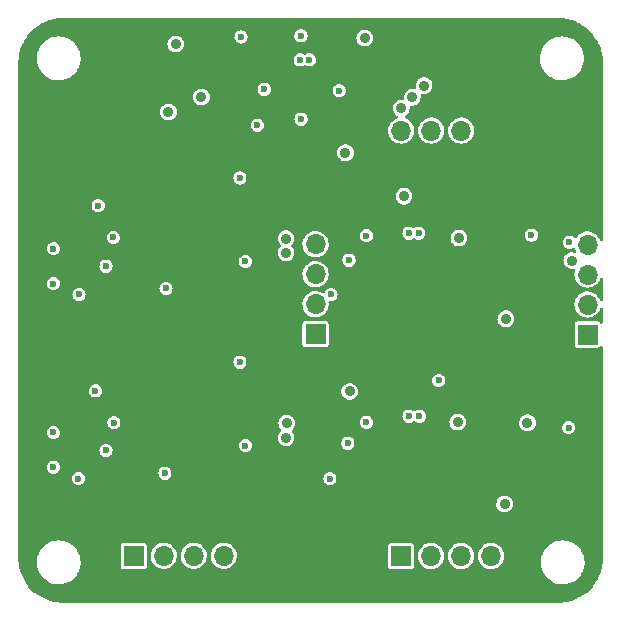
<source format=gbr>
%TF.GenerationSoftware,KiCad,Pcbnew,(6.0.4)*%
%TF.CreationDate,2022-03-26T16:13:01+01:00*%
%TF.ProjectId,Duino Coin,4475696e-6f20-4436-9f69-6e2e6b696361,rev?*%
%TF.SameCoordinates,Original*%
%TF.FileFunction,Copper,L2,Inr*%
%TF.FilePolarity,Positive*%
%FSLAX46Y46*%
G04 Gerber Fmt 4.6, Leading zero omitted, Abs format (unit mm)*
G04 Created by KiCad (PCBNEW (6.0.4)) date 2022-03-26 16:13:01*
%MOMM*%
%LPD*%
G01*
G04 APERTURE LIST*
%TA.AperFunction,ComponentPad*%
%ADD10R,1.700000X1.700000*%
%TD*%
%TA.AperFunction,ComponentPad*%
%ADD11O,1.700000X1.700000*%
%TD*%
%TA.AperFunction,ViaPad*%
%ADD12C,0.900000*%
%TD*%
%TA.AperFunction,ViaPad*%
%ADD13C,0.600000*%
%TD*%
G04 APERTURE END LIST*
D10*
%TO.N,/MOSI4*%
%TO.C,J2*%
X198450200Y-117043200D03*
D11*
%TO.N,/MISO4*%
X198450200Y-114503200D03*
%TO.N,/SCK4*%
X198450200Y-111963200D03*
%TO.N,/SS4*%
X198450200Y-109423200D03*
%TD*%
D10*
%TO.N,/MOSI3*%
%TO.C,J3*%
X182664100Y-135801100D03*
D11*
%TO.N,/MISO3*%
X185204100Y-135801100D03*
%TO.N,/SCK3*%
X187744100Y-135801100D03*
%TO.N,/SS3*%
X190284100Y-135801100D03*
%TD*%
D10*
%TO.N,/MOSI2*%
%TO.C,J5*%
X160020000Y-135775700D03*
D11*
%TO.N,/MISO2*%
X162560000Y-135775700D03*
%TO.N,/SCK2*%
X165100000Y-135775700D03*
%TO.N,/SS2*%
X167640000Y-135775700D03*
%TD*%
D10*
%TO.N,/MOSI1*%
%TO.C,J6*%
X175417480Y-117012720D03*
D11*
%TO.N,/MISO1*%
X175417480Y-114472720D03*
%TO.N,/SCK1*%
X175417480Y-111932720D03*
%TO.N,/SS1*%
X175417480Y-109392720D03*
%TD*%
D10*
%TO.N,+5V*%
%TO.C,J4*%
X190296800Y-99771200D03*
D11*
%TO.N,/D-*%
X187756800Y-99771200D03*
%TO.N,/D+*%
X185216800Y-99771200D03*
%TO.N,GND*%
X182676800Y-99771200D03*
%TD*%
D12*
%TO.N,GND*%
X165760400Y-96926400D03*
D13*
X156763720Y-121813320D03*
D12*
X193357500Y-124510800D03*
D13*
X176733200Y-113639600D03*
D12*
X172923200Y-125780800D03*
D13*
X174193200Y-98806000D03*
X158292800Y-108813600D03*
D12*
X172923200Y-110134400D03*
X197104000Y-110782100D03*
D13*
X155346400Y-129235200D03*
X157683200Y-111252000D03*
X157012640Y-106126280D03*
X178155600Y-126238000D03*
D12*
X187553600Y-108864400D03*
X183616600Y-96951800D03*
D13*
X179730400Y-108661200D03*
X169113200Y-91846400D03*
X193700400Y-108610400D03*
X179730400Y-124460000D03*
D12*
X187452000Y-124460000D03*
D13*
X176631600Y-129235200D03*
X185851800Y-120929400D03*
D12*
X179578000Y-91948000D03*
X178303000Y-121863028D03*
X172923200Y-108915200D03*
X182900320Y-105333800D03*
D13*
X162661600Y-128778000D03*
X158343600Y-124510800D03*
X157683200Y-126847600D03*
X155397200Y-113639600D03*
D12*
X184607200Y-95961200D03*
X172974000Y-124561600D03*
X191427102Y-131394200D03*
X177952400Y-101650800D03*
X182676800Y-97891600D03*
D13*
X178257200Y-110744000D03*
D12*
X162966400Y-98196400D03*
D13*
X169468800Y-126441200D03*
D12*
X191528700Y-115709700D03*
D13*
X162763200Y-113131600D03*
X169468800Y-110845600D03*
D12*
%TO.N,+5V*%
X178303000Y-123957000D03*
X156903500Y-108317000D03*
X188193680Y-95945960D03*
D13*
X160731200Y-102870000D03*
D12*
X154391360Y-119390160D03*
X189141100Y-96944180D03*
X182930800Y-119430800D03*
D13*
X163499800Y-110363000D03*
D12*
X187528200Y-113880900D03*
X178303000Y-108317000D03*
X156903500Y-123938000D03*
X189585600Y-131216400D03*
X154330400Y-103784400D03*
X159664400Y-115417600D03*
X190136780Y-97881440D03*
D13*
X161645600Y-119024400D03*
D12*
X182930800Y-103835200D03*
X193569500Y-115697000D03*
X181254400Y-130962400D03*
X193533350Y-131354150D03*
X181254400Y-115316000D03*
X164465000Y-129654300D03*
X158394400Y-132537200D03*
D13*
X172339000Y-93802200D03*
%TO.N,Net-(R25-Pad2)*%
X171069000Y-96266000D03*
%TO.N,Net-(R27-Pad2)*%
X174117000Y-93789500D03*
%TO.N,Net-(R28-Pad2)*%
X174879000Y-93789500D03*
D12*
%TO.N,+3V3*%
X163576000Y-92456000D03*
D13*
%TO.N,Net-(D17-Pad2)*%
X174180500Y-91757500D03*
%TO.N,Net-(C19-Pad1)*%
X170484800Y-99314000D03*
X177419000Y-96393000D03*
%TO.N,/DTR_2*%
X169011600Y-119380000D03*
%TO.N,/DTR_3*%
X196850000Y-124917200D03*
%TO.N,/DTR_1*%
X169011600Y-103784400D03*
%TO.N,/DTR_4*%
X196900800Y-109220000D03*
%TO.N,/RXD_4*%
X184150000Y-108458000D03*
%TO.N,/TXD_4*%
X183337200Y-108458000D03*
%TO.N,/RXD_2*%
X153212800Y-128270000D03*
%TO.N,/TXD_2*%
X153212800Y-125323600D03*
%TO.N,/RXD_3*%
X184200800Y-123952000D03*
%TO.N,/TXD_3*%
X183337200Y-123952000D03*
%TO.N,/RXD_1*%
X153212800Y-112725200D03*
%TO.N,/TXD_1*%
X153212800Y-109778800D03*
%TD*%
%TA.AperFunction,Conductor*%
%TO.N,+5V*%
G36*
X195987103Y-90256921D02*
G01*
X196000000Y-90259486D01*
X196012169Y-90257066D01*
X196024569Y-90257066D01*
X196035624Y-90256251D01*
X196245747Y-90266573D01*
X196360945Y-90272232D01*
X196373241Y-90273443D01*
X196724595Y-90325562D01*
X196736701Y-90327969D01*
X197081253Y-90414275D01*
X197093085Y-90417864D01*
X197427513Y-90537524D01*
X197438937Y-90542256D01*
X197760021Y-90694118D01*
X197770926Y-90699947D01*
X198075582Y-90882551D01*
X198085863Y-90889421D01*
X198371153Y-91101006D01*
X198380691Y-91108832D01*
X198643887Y-91347380D01*
X198652620Y-91356113D01*
X198891168Y-91619309D01*
X198898994Y-91628847D01*
X199035489Y-91812889D01*
X199110579Y-91914137D01*
X199117449Y-91924418D01*
X199300053Y-92229074D01*
X199305882Y-92239979D01*
X199457744Y-92561063D01*
X199462476Y-92572487D01*
X199582136Y-92906915D01*
X199585725Y-92918746D01*
X199672031Y-93263299D01*
X199674438Y-93275405D01*
X199726278Y-93624883D01*
X199726556Y-93626754D01*
X199727768Y-93639060D01*
X199743749Y-93964376D01*
X199742934Y-93975431D01*
X199742934Y-93987831D01*
X199740514Y-94000000D01*
X199743079Y-94012894D01*
X199745500Y-94037476D01*
X199745500Y-109035714D01*
X199725498Y-109103835D01*
X199671842Y-109150328D01*
X199601568Y-109160432D01*
X199536988Y-109130938D01*
X199498231Y-109069916D01*
X199487325Y-109031246D01*
X199487324Y-109031244D01*
X199485757Y-109025687D01*
X199478467Y-109010903D01*
X199398531Y-108848809D01*
X199395976Y-108843628D01*
X199385072Y-108829025D01*
X199323796Y-108746968D01*
X199274520Y-108680979D01*
X199125458Y-108543187D01*
X199120575Y-108540106D01*
X199120571Y-108540103D01*
X198958664Y-108437948D01*
X198953781Y-108434867D01*
X198765239Y-108359646D01*
X198759579Y-108358520D01*
X198759575Y-108358519D01*
X198571813Y-108321171D01*
X198571810Y-108321171D01*
X198566146Y-108320044D01*
X198560371Y-108319968D01*
X198560367Y-108319968D01*
X198458993Y-108318641D01*
X198363171Y-108317387D01*
X198357474Y-108318366D01*
X198357473Y-108318366D01*
X198168807Y-108350785D01*
X198163110Y-108351764D01*
X197972663Y-108422024D01*
X197798210Y-108525812D01*
X197793870Y-108529618D01*
X197793866Y-108529621D01*
X197675175Y-108633711D01*
X197645592Y-108659655D01*
X197519920Y-108819069D01*
X197517229Y-108824184D01*
X197514085Y-108829025D01*
X197512273Y-108827848D01*
X197469472Y-108871993D01*
X197400340Y-108888154D01*
X197333444Y-108864374D01*
X197307425Y-108839057D01*
X197301304Y-108831080D01*
X197301300Y-108831076D01*
X197296274Y-108824526D01*
X197289724Y-108819500D01*
X197289721Y-108819497D01*
X197186996Y-108740673D01*
X197186994Y-108740672D01*
X197180443Y-108735645D01*
X197045554Y-108679772D01*
X197024742Y-108677032D01*
X196908988Y-108661793D01*
X196900800Y-108660715D01*
X196892612Y-108661793D01*
X196764232Y-108678694D01*
X196764230Y-108678695D01*
X196756046Y-108679772D01*
X196708230Y-108699578D01*
X196628786Y-108732485D01*
X196628784Y-108732486D01*
X196621158Y-108735645D01*
X196585795Y-108762780D01*
X196529530Y-108805954D01*
X196505326Y-108824526D01*
X196500303Y-108831072D01*
X196488140Y-108846923D01*
X196416445Y-108940358D01*
X196413286Y-108947984D01*
X196413285Y-108947986D01*
X196392474Y-108998228D01*
X196360572Y-109075246D01*
X196359495Y-109083430D01*
X196359494Y-109083432D01*
X196348281Y-109168607D01*
X196341515Y-109220000D01*
X196342593Y-109228188D01*
X196359276Y-109354906D01*
X196360572Y-109364754D01*
X196370780Y-109389397D01*
X196396203Y-109450773D01*
X196416445Y-109499642D01*
X196442666Y-109533814D01*
X196461971Y-109558972D01*
X196505326Y-109615474D01*
X196511876Y-109620500D01*
X196511879Y-109620503D01*
X196608385Y-109694555D01*
X196621157Y-109704355D01*
X196756046Y-109760228D01*
X196900800Y-109779285D01*
X196908988Y-109778207D01*
X197037366Y-109761306D01*
X197045554Y-109760228D01*
X197180443Y-109704355D01*
X197197350Y-109691382D01*
X197263567Y-109665782D01*
X197333116Y-109680046D01*
X197383912Y-109729647D01*
X197396175Y-109760328D01*
X197396851Y-109762989D01*
X197404592Y-109793469D01*
X197407009Y-109798712D01*
X197470446Y-109936318D01*
X197480801Y-110006556D01*
X197451538Y-110071241D01*
X197391949Y-110109838D01*
X197325325Y-110111273D01*
X197200317Y-110079873D01*
X197200313Y-110079873D01*
X197192946Y-110078022D01*
X197185347Y-110077982D01*
X197185345Y-110077982D01*
X197114429Y-110077611D01*
X197022432Y-110077129D01*
X197015052Y-110078901D01*
X197015050Y-110078901D01*
X196864006Y-110115163D01*
X196864002Y-110115164D01*
X196856627Y-110116935D01*
X196705104Y-110195142D01*
X196699382Y-110200134D01*
X196699380Y-110200135D01*
X196601828Y-110285235D01*
X196576609Y-110307235D01*
X196478562Y-110446743D01*
X196448853Y-110522942D01*
X196431206Y-110568206D01*
X196416622Y-110605611D01*
X196415630Y-110613144D01*
X196415630Y-110613145D01*
X196395706Y-110764485D01*
X196394365Y-110774668D01*
X196413076Y-110944155D01*
X196471676Y-111104285D01*
X196475912Y-111110588D01*
X196475913Y-111110591D01*
X196562540Y-111239507D01*
X196562543Y-111239510D01*
X196566780Y-111245816D01*
X196572400Y-111250930D01*
X196572402Y-111250932D01*
X196679652Y-111348521D01*
X196692899Y-111360575D01*
X196842752Y-111441938D01*
X197007686Y-111485208D01*
X197094596Y-111486573D01*
X197170582Y-111487767D01*
X197170585Y-111487767D01*
X197178181Y-111487886D01*
X197185586Y-111486190D01*
X197185587Y-111486190D01*
X197247947Y-111471908D01*
X197318814Y-111476198D01*
X197376112Y-111518120D01*
X197401649Y-111584365D01*
X197396408Y-111632093D01*
X197366921Y-111727054D01*
X197366918Y-111727067D01*
X197365207Y-111732578D01*
X197341348Y-111934164D01*
X197354624Y-112136722D01*
X197356045Y-112142318D01*
X197356046Y-112142323D01*
X197402364Y-112324697D01*
X197404592Y-112333469D01*
X197407009Y-112338712D01*
X197444210Y-112419408D01*
X197489577Y-112517816D01*
X197492910Y-112522532D01*
X197588044Y-112657144D01*
X197606733Y-112683589D01*
X197752138Y-112825235D01*
X197920920Y-112938012D01*
X197926223Y-112940290D01*
X197926226Y-112940292D01*
X198102121Y-113015862D01*
X198107428Y-113018142D01*
X198171717Y-113032689D01*
X198299779Y-113061667D01*
X198299784Y-113061668D01*
X198305416Y-113062942D01*
X198311187Y-113063169D01*
X198311189Y-113063169D01*
X198370956Y-113065517D01*
X198508253Y-113070912D01*
X198608699Y-113056348D01*
X198703431Y-113042613D01*
X198703436Y-113042612D01*
X198709145Y-113041784D01*
X198714609Y-113039929D01*
X198714614Y-113039928D01*
X198895893Y-112978392D01*
X198895898Y-112978390D01*
X198901365Y-112976534D01*
X199078476Y-112877347D01*
X199087366Y-112869954D01*
X199230113Y-112751231D01*
X199234545Y-112747545D01*
X199313087Y-112653109D01*
X199360653Y-112595918D01*
X199360655Y-112595915D01*
X199364347Y-112591476D01*
X199463534Y-112414365D01*
X199465390Y-112408898D01*
X199465392Y-112408893D01*
X199500187Y-112306389D01*
X199541024Y-112248312D01*
X199606777Y-112221534D01*
X199676569Y-112234555D01*
X199728242Y-112283242D01*
X199745500Y-112346890D01*
X199745500Y-114115714D01*
X199725498Y-114183835D01*
X199671842Y-114230328D01*
X199601568Y-114240432D01*
X199536988Y-114210938D01*
X199498231Y-114149916D01*
X199487325Y-114111246D01*
X199487324Y-114111244D01*
X199485757Y-114105687D01*
X199475178Y-114084233D01*
X199398531Y-113928809D01*
X199395976Y-113923628D01*
X199274520Y-113760979D01*
X199125458Y-113623187D01*
X199120575Y-113620106D01*
X199120571Y-113620103D01*
X198958664Y-113517948D01*
X198953781Y-113514867D01*
X198765239Y-113439646D01*
X198759579Y-113438520D01*
X198759575Y-113438519D01*
X198571813Y-113401171D01*
X198571810Y-113401171D01*
X198566146Y-113400044D01*
X198560371Y-113399968D01*
X198560367Y-113399968D01*
X198458993Y-113398641D01*
X198363171Y-113397387D01*
X198357474Y-113398366D01*
X198357473Y-113398366D01*
X198168807Y-113430785D01*
X198163110Y-113431764D01*
X197972663Y-113502024D01*
X197798210Y-113605812D01*
X197793870Y-113609618D01*
X197793866Y-113609621D01*
X197675175Y-113713711D01*
X197645592Y-113739655D01*
X197519920Y-113899069D01*
X197517231Y-113904180D01*
X197517229Y-113904183D01*
X197504273Y-113928809D01*
X197425403Y-114078715D01*
X197365207Y-114272578D01*
X197341348Y-114474164D01*
X197354624Y-114676722D01*
X197356045Y-114682318D01*
X197356046Y-114682323D01*
X197403171Y-114867874D01*
X197404592Y-114873469D01*
X197407009Y-114878712D01*
X197444210Y-114959408D01*
X197489577Y-115057816D01*
X197492910Y-115062532D01*
X197588044Y-115197144D01*
X197606733Y-115223589D01*
X197752138Y-115365235D01*
X197920920Y-115478012D01*
X197926223Y-115480290D01*
X197926226Y-115480292D01*
X198102121Y-115555862D01*
X198107428Y-115558142D01*
X198171717Y-115572689D01*
X198299779Y-115601667D01*
X198299784Y-115601668D01*
X198305416Y-115602942D01*
X198311187Y-115603169D01*
X198311189Y-115603169D01*
X198370956Y-115605517D01*
X198508253Y-115610912D01*
X198608699Y-115596348D01*
X198703431Y-115582613D01*
X198703436Y-115582612D01*
X198709145Y-115581784D01*
X198714609Y-115579929D01*
X198714614Y-115579928D01*
X198895893Y-115518392D01*
X198895898Y-115518390D01*
X198901365Y-115516534D01*
X199078476Y-115417347D01*
X199111728Y-115389692D01*
X199230113Y-115291231D01*
X199234545Y-115287545D01*
X199364347Y-115131476D01*
X199463534Y-114954365D01*
X199465390Y-114948898D01*
X199465392Y-114948893D01*
X199500187Y-114846389D01*
X199541024Y-114788312D01*
X199606777Y-114761534D01*
X199676569Y-114774555D01*
X199728242Y-114823242D01*
X199745500Y-114886890D01*
X199745500Y-115986185D01*
X199725498Y-116054306D01*
X199671842Y-116100799D01*
X199601568Y-116110903D01*
X199536988Y-116081409D01*
X199514735Y-116056187D01*
X199512673Y-116053100D01*
X199483684Y-116009716D01*
X199399501Y-115953466D01*
X199325267Y-115938700D01*
X198450342Y-115938700D01*
X197575134Y-115938701D01*
X197539382Y-115945812D01*
X197513074Y-115951044D01*
X197513072Y-115951045D01*
X197500899Y-115953466D01*
X197490579Y-115960361D01*
X197490578Y-115960362D01*
X197472648Y-115972343D01*
X197416716Y-116009716D01*
X197409823Y-116020032D01*
X197372699Y-116075592D01*
X197360466Y-116093899D01*
X197345700Y-116168133D01*
X197345701Y-117918266D01*
X197351982Y-117949846D01*
X197357152Y-117975837D01*
X197360466Y-117992501D01*
X197367361Y-118002821D01*
X197367362Y-118002822D01*
X197396350Y-118046204D01*
X197416716Y-118076684D01*
X197500899Y-118132934D01*
X197575133Y-118147700D01*
X198450058Y-118147700D01*
X199325266Y-118147699D01*
X199361018Y-118140588D01*
X199387326Y-118135356D01*
X199387328Y-118135355D01*
X199399501Y-118132934D01*
X199409821Y-118126039D01*
X199409822Y-118126038D01*
X199473368Y-118083577D01*
X199483684Y-118076684D01*
X199514736Y-118030212D01*
X199569212Y-117984685D01*
X199639655Y-117975837D01*
X199703699Y-118006479D01*
X199741010Y-118066880D01*
X199745500Y-118100215D01*
X199745500Y-135962524D01*
X199743079Y-135987103D01*
X199740514Y-136000000D01*
X199742934Y-136012169D01*
X199742934Y-136024569D01*
X199743749Y-136035624D01*
X199737081Y-136171369D01*
X199728025Y-136355716D01*
X199727768Y-136360940D01*
X199726557Y-136373241D01*
X199680722Y-136682237D01*
X199674440Y-136724586D01*
X199672031Y-136736701D01*
X199587385Y-137074625D01*
X199585725Y-137081253D01*
X199582136Y-137093085D01*
X199462476Y-137427513D01*
X199457744Y-137438937D01*
X199305882Y-137760021D01*
X199300053Y-137770926D01*
X199117449Y-138075582D01*
X199110579Y-138085863D01*
X198898994Y-138371153D01*
X198891168Y-138380691D01*
X198722626Y-138566648D01*
X198652625Y-138643882D01*
X198643887Y-138652620D01*
X198380691Y-138891168D01*
X198371153Y-138898994D01*
X198163082Y-139053310D01*
X198085863Y-139110579D01*
X198075582Y-139117449D01*
X197770926Y-139300053D01*
X197760021Y-139305882D01*
X197438937Y-139457744D01*
X197427513Y-139462476D01*
X197093085Y-139582136D01*
X197081254Y-139585725D01*
X196736701Y-139672031D01*
X196724595Y-139674438D01*
X196373241Y-139726557D01*
X196360945Y-139727768D01*
X196245747Y-139733427D01*
X196035624Y-139743749D01*
X196024569Y-139742934D01*
X196012169Y-139742934D01*
X196000000Y-139740514D01*
X195987103Y-139743079D01*
X195962524Y-139745500D01*
X154037476Y-139745500D01*
X154012897Y-139743079D01*
X154000000Y-139740514D01*
X153987831Y-139742934D01*
X153975431Y-139742934D01*
X153964376Y-139743749D01*
X153754253Y-139733427D01*
X153639055Y-139727768D01*
X153626759Y-139726557D01*
X153275405Y-139674438D01*
X153263299Y-139672031D01*
X152918746Y-139585725D01*
X152906915Y-139582136D01*
X152572487Y-139462476D01*
X152561063Y-139457744D01*
X152239979Y-139305882D01*
X152229074Y-139300053D01*
X151924418Y-139117449D01*
X151914137Y-139110579D01*
X151836918Y-139053310D01*
X151628847Y-138898994D01*
X151619309Y-138891168D01*
X151356113Y-138652620D01*
X151347375Y-138643882D01*
X151277374Y-138566648D01*
X151108832Y-138380691D01*
X151101006Y-138371153D01*
X150889421Y-138085863D01*
X150882551Y-138075582D01*
X150699947Y-137770926D01*
X150694118Y-137760021D01*
X150542256Y-137438937D01*
X150537524Y-137427513D01*
X150417864Y-137093085D01*
X150414275Y-137081253D01*
X150412615Y-137074625D01*
X150327969Y-136736701D01*
X150325560Y-136724586D01*
X150319279Y-136682237D01*
X150273954Y-136376686D01*
X151811018Y-136376686D01*
X151836579Y-136644600D01*
X151837664Y-136649034D01*
X151837665Y-136649040D01*
X151897424Y-136893255D01*
X151900547Y-136906018D01*
X152001583Y-137155463D01*
X152137569Y-137387710D01*
X152305658Y-137597895D01*
X152502327Y-137781613D01*
X152723457Y-137935016D01*
X152964416Y-138054891D01*
X152968750Y-138056312D01*
X152968753Y-138056313D01*
X153215823Y-138137307D01*
X153215829Y-138137308D01*
X153220156Y-138138727D01*
X153224647Y-138139507D01*
X153224648Y-138139507D01*
X153481538Y-138184111D01*
X153481546Y-138184112D01*
X153485319Y-138184767D01*
X153489156Y-138184958D01*
X153568777Y-138188922D01*
X153568785Y-138188922D01*
X153570348Y-138189000D01*
X153738374Y-138189000D01*
X153740642Y-138188835D01*
X153740654Y-138188835D01*
X153871457Y-138179344D01*
X153938425Y-138174485D01*
X153942880Y-138173501D01*
X153942883Y-138173501D01*
X154196770Y-138117447D01*
X154196772Y-138117446D01*
X154201226Y-138116463D01*
X154452900Y-138021113D01*
X154688172Y-137890431D01*
X154859050Y-137760021D01*
X154898491Y-137729921D01*
X154898495Y-137729917D01*
X154902116Y-137727154D01*
X155090249Y-137534703D01*
X155197242Y-137387710D01*
X155245942Y-137320804D01*
X155245947Y-137320797D01*
X155248630Y-137317110D01*
X155373941Y-137078933D01*
X155463557Y-136825162D01*
X155497930Y-136650766D01*
X155514720Y-136565583D01*
X155514721Y-136565577D01*
X155515601Y-136561111D01*
X155517373Y-136525524D01*
X155528755Y-136296883D01*
X155528755Y-136296877D01*
X155528982Y-136292314D01*
X155503421Y-136024400D01*
X155498158Y-136002888D01*
X155440539Y-135767420D01*
X155439453Y-135762982D01*
X155338417Y-135513537D01*
X155202431Y-135281290D01*
X155034342Y-135071105D01*
X154851853Y-134900633D01*
X158915500Y-134900633D01*
X158915501Y-136650766D01*
X158930266Y-136725001D01*
X158937161Y-136735320D01*
X158937162Y-136735322D01*
X158977516Y-136795715D01*
X158986516Y-136809184D01*
X159070699Y-136865434D01*
X159144933Y-136880200D01*
X160019858Y-136880200D01*
X160895066Y-136880199D01*
X160930818Y-136873088D01*
X160957126Y-136867856D01*
X160957128Y-136867855D01*
X160969301Y-136865434D01*
X160979621Y-136858539D01*
X160979622Y-136858538D01*
X161043168Y-136816077D01*
X161053484Y-136809184D01*
X161109734Y-136725001D01*
X161124500Y-136650767D01*
X161124499Y-135746664D01*
X161451148Y-135746664D01*
X161464424Y-135949222D01*
X161465845Y-135954818D01*
X161465846Y-135954823D01*
X161492570Y-136060045D01*
X161514392Y-136145969D01*
X161516809Y-136151212D01*
X161581858Y-136292314D01*
X161599377Y-136330316D01*
X161716533Y-136496089D01*
X161861938Y-136637735D01*
X162030720Y-136750512D01*
X162036023Y-136752790D01*
X162036026Y-136752792D01*
X162179503Y-136814434D01*
X162217228Y-136830642D01*
X162265112Y-136841477D01*
X162409579Y-136874167D01*
X162409584Y-136874168D01*
X162415216Y-136875442D01*
X162420987Y-136875669D01*
X162420989Y-136875669D01*
X162475940Y-136877828D01*
X162618053Y-136883412D01*
X162725348Y-136867855D01*
X162813231Y-136855113D01*
X162813236Y-136855112D01*
X162818945Y-136854284D01*
X162824409Y-136852429D01*
X162824414Y-136852428D01*
X163005693Y-136790892D01*
X163005698Y-136790890D01*
X163011165Y-136789034D01*
X163188276Y-136689847D01*
X163197429Y-136682235D01*
X163339913Y-136563731D01*
X163344345Y-136560045D01*
X163376412Y-136521489D01*
X163470453Y-136408418D01*
X163470455Y-136408415D01*
X163474147Y-136403976D01*
X163573334Y-136226865D01*
X163575190Y-136221398D01*
X163575192Y-136221393D01*
X163636728Y-136040114D01*
X163636729Y-136040109D01*
X163638584Y-136034645D01*
X163639412Y-136028936D01*
X163639413Y-136028931D01*
X163665600Y-135848320D01*
X163667712Y-135833753D01*
X163669232Y-135775700D01*
X163666564Y-135746664D01*
X163991148Y-135746664D01*
X164004424Y-135949222D01*
X164005845Y-135954818D01*
X164005846Y-135954823D01*
X164032570Y-136060045D01*
X164054392Y-136145969D01*
X164056809Y-136151212D01*
X164121858Y-136292314D01*
X164139377Y-136330316D01*
X164256533Y-136496089D01*
X164401938Y-136637735D01*
X164570720Y-136750512D01*
X164576023Y-136752790D01*
X164576026Y-136752792D01*
X164719503Y-136814434D01*
X164757228Y-136830642D01*
X164805112Y-136841477D01*
X164949579Y-136874167D01*
X164949584Y-136874168D01*
X164955216Y-136875442D01*
X164960987Y-136875669D01*
X164960989Y-136875669D01*
X165015940Y-136877828D01*
X165158053Y-136883412D01*
X165265348Y-136867855D01*
X165353231Y-136855113D01*
X165353236Y-136855112D01*
X165358945Y-136854284D01*
X165364409Y-136852429D01*
X165364414Y-136852428D01*
X165545693Y-136790892D01*
X165545698Y-136790890D01*
X165551165Y-136789034D01*
X165728276Y-136689847D01*
X165737429Y-136682235D01*
X165879913Y-136563731D01*
X165884345Y-136560045D01*
X165916412Y-136521489D01*
X166010453Y-136408418D01*
X166010455Y-136408415D01*
X166014147Y-136403976D01*
X166113334Y-136226865D01*
X166115190Y-136221398D01*
X166115192Y-136221393D01*
X166176728Y-136040114D01*
X166176729Y-136040109D01*
X166178584Y-136034645D01*
X166179412Y-136028936D01*
X166179413Y-136028931D01*
X166205600Y-135848320D01*
X166207712Y-135833753D01*
X166209232Y-135775700D01*
X166206564Y-135746664D01*
X166531148Y-135746664D01*
X166544424Y-135949222D01*
X166545845Y-135954818D01*
X166545846Y-135954823D01*
X166572570Y-136060045D01*
X166594392Y-136145969D01*
X166596809Y-136151212D01*
X166661858Y-136292314D01*
X166679377Y-136330316D01*
X166796533Y-136496089D01*
X166941938Y-136637735D01*
X167110720Y-136750512D01*
X167116023Y-136752790D01*
X167116026Y-136752792D01*
X167259503Y-136814434D01*
X167297228Y-136830642D01*
X167345112Y-136841477D01*
X167489579Y-136874167D01*
X167489584Y-136874168D01*
X167495216Y-136875442D01*
X167500987Y-136875669D01*
X167500989Y-136875669D01*
X167555940Y-136877828D01*
X167698053Y-136883412D01*
X167805348Y-136867855D01*
X167893231Y-136855113D01*
X167893236Y-136855112D01*
X167898945Y-136854284D01*
X167904409Y-136852429D01*
X167904414Y-136852428D01*
X168085693Y-136790892D01*
X168085698Y-136790890D01*
X168091165Y-136789034D01*
X168268276Y-136689847D01*
X168277429Y-136682235D01*
X168419913Y-136563731D01*
X168424345Y-136560045D01*
X168456412Y-136521489D01*
X168550453Y-136408418D01*
X168550455Y-136408415D01*
X168554147Y-136403976D01*
X168653334Y-136226865D01*
X168655190Y-136221398D01*
X168655192Y-136221393D01*
X168716728Y-136040114D01*
X168716729Y-136040109D01*
X168718584Y-136034645D01*
X168719412Y-136028936D01*
X168719413Y-136028931D01*
X168745600Y-135848320D01*
X168747712Y-135833753D01*
X168749232Y-135775700D01*
X168732175Y-135590067D01*
X168731187Y-135579313D01*
X168731186Y-135579310D01*
X168730658Y-135573559D01*
X168728233Y-135564961D01*
X168677125Y-135383746D01*
X168677124Y-135383744D01*
X168675557Y-135378187D01*
X168664978Y-135356733D01*
X168588331Y-135201309D01*
X168585776Y-135196128D01*
X168464320Y-135033479D01*
X168348086Y-134926033D01*
X181559600Y-134926033D01*
X181559601Y-136676166D01*
X181562322Y-136689847D01*
X181571644Y-136736714D01*
X181574366Y-136750401D01*
X181581261Y-136760720D01*
X181581262Y-136760722D01*
X181621326Y-136820680D01*
X181630616Y-136834584D01*
X181714799Y-136890834D01*
X181789033Y-136905600D01*
X182663958Y-136905600D01*
X183539166Y-136905599D01*
X183574918Y-136898488D01*
X183601226Y-136893256D01*
X183601228Y-136893255D01*
X183613401Y-136890834D01*
X183623721Y-136883939D01*
X183623722Y-136883938D01*
X183687268Y-136841477D01*
X183697584Y-136834584D01*
X183753834Y-136750401D01*
X183768600Y-136676167D01*
X183768599Y-135772064D01*
X184095248Y-135772064D01*
X184108524Y-135974622D01*
X184109945Y-135980218D01*
X184109946Y-135980223D01*
X184130219Y-136060045D01*
X184158492Y-136171369D01*
X184160909Y-136176612D01*
X184198110Y-136257308D01*
X184243477Y-136355716D01*
X184360633Y-136521489D01*
X184506038Y-136663135D01*
X184674820Y-136775912D01*
X184680123Y-136778190D01*
X184680126Y-136778192D01*
X184805175Y-136831917D01*
X184861328Y-136856042D01*
X184934344Y-136872564D01*
X185053679Y-136899567D01*
X185053684Y-136899568D01*
X185059316Y-136900842D01*
X185065087Y-136901069D01*
X185065089Y-136901069D01*
X185124856Y-136903417D01*
X185262153Y-136908812D01*
X185369448Y-136893255D01*
X185457331Y-136880513D01*
X185457336Y-136880512D01*
X185463045Y-136879684D01*
X185468509Y-136877829D01*
X185468514Y-136877828D01*
X185649793Y-136816292D01*
X185649798Y-136816290D01*
X185655265Y-136814434D01*
X185832376Y-136715247D01*
X185859520Y-136692672D01*
X185984013Y-136589131D01*
X185988445Y-136585445D01*
X186118247Y-136429376D01*
X186192447Y-136296883D01*
X186214610Y-136257308D01*
X186214611Y-136257306D01*
X186217434Y-136252265D01*
X186219290Y-136246798D01*
X186219292Y-136246793D01*
X186280828Y-136065514D01*
X186280829Y-136065509D01*
X186282684Y-136060045D01*
X186283512Y-136054336D01*
X186283513Y-136054331D01*
X186311279Y-135862827D01*
X186311812Y-135859153D01*
X186313332Y-135801100D01*
X186310664Y-135772064D01*
X186635248Y-135772064D01*
X186648524Y-135974622D01*
X186649945Y-135980218D01*
X186649946Y-135980223D01*
X186670219Y-136060045D01*
X186698492Y-136171369D01*
X186700909Y-136176612D01*
X186738110Y-136257308D01*
X186783477Y-136355716D01*
X186900633Y-136521489D01*
X187046038Y-136663135D01*
X187214820Y-136775912D01*
X187220123Y-136778190D01*
X187220126Y-136778192D01*
X187345175Y-136831917D01*
X187401328Y-136856042D01*
X187474344Y-136872564D01*
X187593679Y-136899567D01*
X187593684Y-136899568D01*
X187599316Y-136900842D01*
X187605087Y-136901069D01*
X187605089Y-136901069D01*
X187664856Y-136903417D01*
X187802153Y-136908812D01*
X187909448Y-136893255D01*
X187997331Y-136880513D01*
X187997336Y-136880512D01*
X188003045Y-136879684D01*
X188008509Y-136877829D01*
X188008514Y-136877828D01*
X188189793Y-136816292D01*
X188189798Y-136816290D01*
X188195265Y-136814434D01*
X188372376Y-136715247D01*
X188399520Y-136692672D01*
X188524013Y-136589131D01*
X188528445Y-136585445D01*
X188658247Y-136429376D01*
X188732447Y-136296883D01*
X188754610Y-136257308D01*
X188754611Y-136257306D01*
X188757434Y-136252265D01*
X188759290Y-136246798D01*
X188759292Y-136246793D01*
X188820828Y-136065514D01*
X188820829Y-136065509D01*
X188822684Y-136060045D01*
X188823512Y-136054336D01*
X188823513Y-136054331D01*
X188851279Y-135862827D01*
X188851812Y-135859153D01*
X188853332Y-135801100D01*
X188850664Y-135772064D01*
X189175248Y-135772064D01*
X189188524Y-135974622D01*
X189189945Y-135980218D01*
X189189946Y-135980223D01*
X189210219Y-136060045D01*
X189238492Y-136171369D01*
X189240909Y-136176612D01*
X189278110Y-136257308D01*
X189323477Y-136355716D01*
X189440633Y-136521489D01*
X189586038Y-136663135D01*
X189754820Y-136775912D01*
X189760123Y-136778190D01*
X189760126Y-136778192D01*
X189885175Y-136831917D01*
X189941328Y-136856042D01*
X190014344Y-136872564D01*
X190133679Y-136899567D01*
X190133684Y-136899568D01*
X190139316Y-136900842D01*
X190145087Y-136901069D01*
X190145089Y-136901069D01*
X190204856Y-136903417D01*
X190342153Y-136908812D01*
X190449448Y-136893255D01*
X190537331Y-136880513D01*
X190537336Y-136880512D01*
X190543045Y-136879684D01*
X190548509Y-136877829D01*
X190548514Y-136877828D01*
X190729793Y-136816292D01*
X190729798Y-136816290D01*
X190735265Y-136814434D01*
X190912376Y-136715247D01*
X190939520Y-136692672D01*
X191064013Y-136589131D01*
X191068445Y-136585445D01*
X191198247Y-136429376D01*
X191227755Y-136376686D01*
X194483018Y-136376686D01*
X194508579Y-136644600D01*
X194509664Y-136649034D01*
X194509665Y-136649040D01*
X194569424Y-136893255D01*
X194572547Y-136906018D01*
X194673583Y-137155463D01*
X194809569Y-137387710D01*
X194977658Y-137597895D01*
X195174327Y-137781613D01*
X195395457Y-137935016D01*
X195636416Y-138054891D01*
X195640750Y-138056312D01*
X195640753Y-138056313D01*
X195887823Y-138137307D01*
X195887829Y-138137308D01*
X195892156Y-138138727D01*
X195896647Y-138139507D01*
X195896648Y-138139507D01*
X196153538Y-138184111D01*
X196153546Y-138184112D01*
X196157319Y-138184767D01*
X196161156Y-138184958D01*
X196240777Y-138188922D01*
X196240785Y-138188922D01*
X196242348Y-138189000D01*
X196410374Y-138189000D01*
X196412642Y-138188835D01*
X196412654Y-138188835D01*
X196543457Y-138179344D01*
X196610425Y-138174485D01*
X196614880Y-138173501D01*
X196614883Y-138173501D01*
X196868770Y-138117447D01*
X196868772Y-138117446D01*
X196873226Y-138116463D01*
X197124900Y-138021113D01*
X197360172Y-137890431D01*
X197531050Y-137760021D01*
X197570491Y-137729921D01*
X197570495Y-137729917D01*
X197574116Y-137727154D01*
X197762249Y-137534703D01*
X197869242Y-137387710D01*
X197917942Y-137320804D01*
X197917947Y-137320797D01*
X197920630Y-137317110D01*
X198045941Y-137078933D01*
X198135557Y-136825162D01*
X198169930Y-136650766D01*
X198186720Y-136565583D01*
X198186721Y-136565577D01*
X198187601Y-136561111D01*
X198189373Y-136525524D01*
X198200755Y-136296883D01*
X198200755Y-136296877D01*
X198200982Y-136292314D01*
X198175421Y-136024400D01*
X198170158Y-136002888D01*
X198112539Y-135767420D01*
X198111453Y-135762982D01*
X198010417Y-135513537D01*
X197874431Y-135281290D01*
X197706342Y-135071105D01*
X197509673Y-134887387D01*
X197300409Y-134742216D01*
X197292291Y-134736584D01*
X197292290Y-134736584D01*
X197288543Y-134733984D01*
X197047584Y-134614109D01*
X197043250Y-134612688D01*
X197043247Y-134612687D01*
X196796177Y-134531693D01*
X196796171Y-134531692D01*
X196791844Y-134530273D01*
X196787352Y-134529493D01*
X196530462Y-134484889D01*
X196530454Y-134484888D01*
X196526681Y-134484233D01*
X196516718Y-134483737D01*
X196443223Y-134480078D01*
X196443215Y-134480078D01*
X196441652Y-134480000D01*
X196273626Y-134480000D01*
X196271358Y-134480165D01*
X196271346Y-134480165D01*
X196140543Y-134489656D01*
X196073575Y-134494515D01*
X196069120Y-134495499D01*
X196069117Y-134495499D01*
X195815230Y-134551553D01*
X195815228Y-134551554D01*
X195810774Y-134552537D01*
X195559100Y-134647887D01*
X195555114Y-134650101D01*
X195555112Y-134650102D01*
X195389276Y-134742216D01*
X195323828Y-134778569D01*
X195320196Y-134781341D01*
X195113509Y-134939079D01*
X195113505Y-134939083D01*
X195109884Y-134941846D01*
X195106699Y-134945104D01*
X195106698Y-134945105D01*
X195036718Y-135016691D01*
X194921751Y-135134297D01*
X194919066Y-135137986D01*
X194766058Y-135348196D01*
X194766053Y-135348203D01*
X194763370Y-135351890D01*
X194638059Y-135590067D01*
X194548443Y-135843838D01*
X194528809Y-135943455D01*
X194512855Y-136024400D01*
X194496399Y-136107889D01*
X194496172Y-136112442D01*
X194496172Y-136112445D01*
X194483802Y-136360940D01*
X194483018Y-136376686D01*
X191227755Y-136376686D01*
X191272447Y-136296883D01*
X191294610Y-136257308D01*
X191294611Y-136257306D01*
X191297434Y-136252265D01*
X191299290Y-136246798D01*
X191299292Y-136246793D01*
X191360828Y-136065514D01*
X191360829Y-136065509D01*
X191362684Y-136060045D01*
X191363512Y-136054336D01*
X191363513Y-136054331D01*
X191391279Y-135862827D01*
X191391812Y-135859153D01*
X191393332Y-135801100D01*
X191374758Y-135598959D01*
X191369217Y-135579313D01*
X191321225Y-135409146D01*
X191321224Y-135409144D01*
X191319657Y-135403587D01*
X191309078Y-135382133D01*
X191232431Y-135226709D01*
X191229876Y-135221528D01*
X191108420Y-135058879D01*
X190959358Y-134921087D01*
X190954475Y-134918006D01*
X190954471Y-134918003D01*
X190792564Y-134815848D01*
X190787681Y-134812767D01*
X190599139Y-134737546D01*
X190593479Y-134736420D01*
X190593475Y-134736419D01*
X190405713Y-134699071D01*
X190405710Y-134699071D01*
X190400046Y-134697944D01*
X190394271Y-134697868D01*
X190394267Y-134697868D01*
X190292893Y-134696541D01*
X190197071Y-134695287D01*
X190191374Y-134696266D01*
X190191373Y-134696266D01*
X190103497Y-134711366D01*
X189997010Y-134729664D01*
X189806563Y-134799924D01*
X189632110Y-134903712D01*
X189627770Y-134907518D01*
X189627766Y-134907521D01*
X189512796Y-135008348D01*
X189479492Y-135037555D01*
X189353820Y-135196969D01*
X189351131Y-135202080D01*
X189351129Y-135202083D01*
X189338173Y-135226709D01*
X189259303Y-135376615D01*
X189250928Y-135403587D01*
X189205213Y-135550815D01*
X189199107Y-135570478D01*
X189175248Y-135772064D01*
X188850664Y-135772064D01*
X188834758Y-135598959D01*
X188829217Y-135579313D01*
X188781225Y-135409146D01*
X188781224Y-135409144D01*
X188779657Y-135403587D01*
X188769078Y-135382133D01*
X188692431Y-135226709D01*
X188689876Y-135221528D01*
X188568420Y-135058879D01*
X188419358Y-134921087D01*
X188414475Y-134918006D01*
X188414471Y-134918003D01*
X188252564Y-134815848D01*
X188247681Y-134812767D01*
X188059139Y-134737546D01*
X188053479Y-134736420D01*
X188053475Y-134736419D01*
X187865713Y-134699071D01*
X187865710Y-134699071D01*
X187860046Y-134697944D01*
X187854271Y-134697868D01*
X187854267Y-134697868D01*
X187752893Y-134696541D01*
X187657071Y-134695287D01*
X187651374Y-134696266D01*
X187651373Y-134696266D01*
X187563497Y-134711366D01*
X187457010Y-134729664D01*
X187266563Y-134799924D01*
X187092110Y-134903712D01*
X187087770Y-134907518D01*
X187087766Y-134907521D01*
X186972796Y-135008348D01*
X186939492Y-135037555D01*
X186813820Y-135196969D01*
X186811131Y-135202080D01*
X186811129Y-135202083D01*
X186798173Y-135226709D01*
X186719303Y-135376615D01*
X186710928Y-135403587D01*
X186665213Y-135550815D01*
X186659107Y-135570478D01*
X186635248Y-135772064D01*
X186310664Y-135772064D01*
X186294758Y-135598959D01*
X186289217Y-135579313D01*
X186241225Y-135409146D01*
X186241224Y-135409144D01*
X186239657Y-135403587D01*
X186229078Y-135382133D01*
X186152431Y-135226709D01*
X186149876Y-135221528D01*
X186028420Y-135058879D01*
X185879358Y-134921087D01*
X185874475Y-134918006D01*
X185874471Y-134918003D01*
X185712564Y-134815848D01*
X185707681Y-134812767D01*
X185519139Y-134737546D01*
X185513479Y-134736420D01*
X185513475Y-134736419D01*
X185325713Y-134699071D01*
X185325710Y-134699071D01*
X185320046Y-134697944D01*
X185314271Y-134697868D01*
X185314267Y-134697868D01*
X185212893Y-134696541D01*
X185117071Y-134695287D01*
X185111374Y-134696266D01*
X185111373Y-134696266D01*
X185023497Y-134711366D01*
X184917010Y-134729664D01*
X184726563Y-134799924D01*
X184552110Y-134903712D01*
X184547770Y-134907518D01*
X184547766Y-134907521D01*
X184432796Y-135008348D01*
X184399492Y-135037555D01*
X184273820Y-135196969D01*
X184271131Y-135202080D01*
X184271129Y-135202083D01*
X184258173Y-135226709D01*
X184179303Y-135376615D01*
X184170928Y-135403587D01*
X184125213Y-135550815D01*
X184119107Y-135570478D01*
X184095248Y-135772064D01*
X183768599Y-135772064D01*
X183768599Y-134926034D01*
X183759865Y-134882121D01*
X183756256Y-134863974D01*
X183756255Y-134863972D01*
X183753834Y-134851799D01*
X183744998Y-134838574D01*
X183704477Y-134777932D01*
X183697584Y-134767616D01*
X183613401Y-134711366D01*
X183539167Y-134696600D01*
X182664242Y-134696600D01*
X181789034Y-134696601D01*
X181753282Y-134703712D01*
X181726974Y-134708944D01*
X181726972Y-134708945D01*
X181714799Y-134711366D01*
X181704479Y-134718261D01*
X181704478Y-134718262D01*
X181644085Y-134758616D01*
X181630616Y-134767616D01*
X181574366Y-134851799D01*
X181559600Y-134926033D01*
X168348086Y-134926033D01*
X168346980Y-134925011D01*
X168319503Y-134899611D01*
X168315258Y-134895687D01*
X168310375Y-134892606D01*
X168310371Y-134892603D01*
X168148464Y-134790448D01*
X168143581Y-134787367D01*
X167955039Y-134712146D01*
X167949379Y-134711020D01*
X167949375Y-134711019D01*
X167761613Y-134673671D01*
X167761610Y-134673671D01*
X167755946Y-134672544D01*
X167750171Y-134672468D01*
X167750167Y-134672468D01*
X167648793Y-134671141D01*
X167552971Y-134669887D01*
X167547274Y-134670866D01*
X167547273Y-134670866D01*
X167390132Y-134697868D01*
X167352910Y-134704264D01*
X167162463Y-134774524D01*
X166988010Y-134878312D01*
X166983670Y-134882118D01*
X166983666Y-134882121D01*
X166839733Y-135008348D01*
X166835392Y-135012155D01*
X166709720Y-135171569D01*
X166707031Y-135176680D01*
X166707029Y-135176683D01*
X166683435Y-135221528D01*
X166615203Y-135351215D01*
X166555007Y-135545078D01*
X166531148Y-135746664D01*
X166206564Y-135746664D01*
X166192175Y-135590067D01*
X166191187Y-135579313D01*
X166191186Y-135579310D01*
X166190658Y-135573559D01*
X166188233Y-135564961D01*
X166137125Y-135383746D01*
X166137124Y-135383744D01*
X166135557Y-135378187D01*
X166124978Y-135356733D01*
X166048331Y-135201309D01*
X166045776Y-135196128D01*
X165924320Y-135033479D01*
X165806980Y-134925011D01*
X165779503Y-134899611D01*
X165775258Y-134895687D01*
X165770375Y-134892606D01*
X165770371Y-134892603D01*
X165608464Y-134790448D01*
X165603581Y-134787367D01*
X165415039Y-134712146D01*
X165409379Y-134711020D01*
X165409375Y-134711019D01*
X165221613Y-134673671D01*
X165221610Y-134673671D01*
X165215946Y-134672544D01*
X165210171Y-134672468D01*
X165210167Y-134672468D01*
X165108793Y-134671141D01*
X165012971Y-134669887D01*
X165007274Y-134670866D01*
X165007273Y-134670866D01*
X164850132Y-134697868D01*
X164812910Y-134704264D01*
X164622463Y-134774524D01*
X164448010Y-134878312D01*
X164443670Y-134882118D01*
X164443666Y-134882121D01*
X164299733Y-135008348D01*
X164295392Y-135012155D01*
X164169720Y-135171569D01*
X164167031Y-135176680D01*
X164167029Y-135176683D01*
X164143435Y-135221528D01*
X164075203Y-135351215D01*
X164015007Y-135545078D01*
X163991148Y-135746664D01*
X163666564Y-135746664D01*
X163652175Y-135590067D01*
X163651187Y-135579313D01*
X163651186Y-135579310D01*
X163650658Y-135573559D01*
X163648233Y-135564961D01*
X163597125Y-135383746D01*
X163597124Y-135383744D01*
X163595557Y-135378187D01*
X163584978Y-135356733D01*
X163508331Y-135201309D01*
X163505776Y-135196128D01*
X163384320Y-135033479D01*
X163266980Y-134925011D01*
X163239503Y-134899611D01*
X163235258Y-134895687D01*
X163230375Y-134892606D01*
X163230371Y-134892603D01*
X163068464Y-134790448D01*
X163063581Y-134787367D01*
X162875039Y-134712146D01*
X162869379Y-134711020D01*
X162869375Y-134711019D01*
X162681613Y-134673671D01*
X162681610Y-134673671D01*
X162675946Y-134672544D01*
X162670171Y-134672468D01*
X162670167Y-134672468D01*
X162568793Y-134671141D01*
X162472971Y-134669887D01*
X162467274Y-134670866D01*
X162467273Y-134670866D01*
X162310132Y-134697868D01*
X162272910Y-134704264D01*
X162082463Y-134774524D01*
X161908010Y-134878312D01*
X161903670Y-134882118D01*
X161903666Y-134882121D01*
X161759733Y-135008348D01*
X161755392Y-135012155D01*
X161629720Y-135171569D01*
X161627031Y-135176680D01*
X161627029Y-135176683D01*
X161603435Y-135221528D01*
X161535203Y-135351215D01*
X161475007Y-135545078D01*
X161451148Y-135746664D01*
X161124499Y-135746664D01*
X161124499Y-134900634D01*
X161117388Y-134864882D01*
X161112156Y-134838574D01*
X161112155Y-134838572D01*
X161109734Y-134826399D01*
X161100626Y-134812767D01*
X161060377Y-134752532D01*
X161053484Y-134742216D01*
X160969301Y-134685966D01*
X160895067Y-134671200D01*
X160020142Y-134671200D01*
X159144934Y-134671201D01*
X159109182Y-134678312D01*
X159082874Y-134683544D01*
X159082872Y-134683545D01*
X159070699Y-134685966D01*
X159060379Y-134692861D01*
X159060378Y-134692862D01*
X159022367Y-134718261D01*
X158986516Y-134742216D01*
X158930266Y-134826399D01*
X158915500Y-134900633D01*
X154851853Y-134900633D01*
X154837673Y-134887387D01*
X154628409Y-134742216D01*
X154620291Y-134736584D01*
X154620290Y-134736584D01*
X154616543Y-134733984D01*
X154375584Y-134614109D01*
X154371250Y-134612688D01*
X154371247Y-134612687D01*
X154124177Y-134531693D01*
X154124171Y-134531692D01*
X154119844Y-134530273D01*
X154115352Y-134529493D01*
X153858462Y-134484889D01*
X153858454Y-134484888D01*
X153854681Y-134484233D01*
X153844718Y-134483737D01*
X153771223Y-134480078D01*
X153771215Y-134480078D01*
X153769652Y-134480000D01*
X153601626Y-134480000D01*
X153599358Y-134480165D01*
X153599346Y-134480165D01*
X153468543Y-134489656D01*
X153401575Y-134494515D01*
X153397120Y-134495499D01*
X153397117Y-134495499D01*
X153143230Y-134551553D01*
X153143228Y-134551554D01*
X153138774Y-134552537D01*
X152887100Y-134647887D01*
X152883114Y-134650101D01*
X152883112Y-134650102D01*
X152717276Y-134742216D01*
X152651828Y-134778569D01*
X152648196Y-134781341D01*
X152441509Y-134939079D01*
X152441505Y-134939083D01*
X152437884Y-134941846D01*
X152434699Y-134945104D01*
X152434698Y-134945105D01*
X152364718Y-135016691D01*
X152249751Y-135134297D01*
X152247066Y-135137986D01*
X152094058Y-135348196D01*
X152094053Y-135348203D01*
X152091370Y-135351890D01*
X151966059Y-135590067D01*
X151876443Y-135843838D01*
X151856809Y-135943455D01*
X151840855Y-136024400D01*
X151824399Y-136107889D01*
X151824172Y-136112442D01*
X151824172Y-136112445D01*
X151811802Y-136360940D01*
X151811018Y-136376686D01*
X150273954Y-136376686D01*
X150273443Y-136373241D01*
X150272232Y-136360940D01*
X150271976Y-136355716D01*
X150262919Y-136171369D01*
X150256251Y-136035624D01*
X150257066Y-136024569D01*
X150257066Y-136012169D01*
X150259486Y-136000000D01*
X150256921Y-135987103D01*
X150254500Y-135962524D01*
X150254500Y-131386768D01*
X190717467Y-131386768D01*
X190736178Y-131556255D01*
X190794778Y-131716385D01*
X190799014Y-131722688D01*
X190799015Y-131722691D01*
X190885642Y-131851607D01*
X190885645Y-131851610D01*
X190889882Y-131857916D01*
X190895502Y-131863030D01*
X190895504Y-131863032D01*
X191010385Y-131967565D01*
X191016001Y-131972675D01*
X191165854Y-132054038D01*
X191330788Y-132097308D01*
X191417698Y-132098673D01*
X191493684Y-132099867D01*
X191493687Y-132099867D01*
X191501283Y-132099986D01*
X191508688Y-132098290D01*
X191508689Y-132098290D01*
X191569574Y-132084345D01*
X191667495Y-132061919D01*
X191743662Y-132023611D01*
X191813047Y-131988715D01*
X191813050Y-131988713D01*
X191819830Y-131985303D01*
X191949491Y-131874561D01*
X192048994Y-131736088D01*
X192112594Y-131577877D01*
X192136620Y-131409062D01*
X192136776Y-131394200D01*
X192116291Y-131224919D01*
X192056018Y-131065411D01*
X191959436Y-130924884D01*
X191832123Y-130811452D01*
X191824172Y-130807242D01*
X191688139Y-130735216D01*
X191688137Y-130735215D01*
X191681426Y-130731662D01*
X191674061Y-130729812D01*
X191523419Y-130691973D01*
X191523415Y-130691973D01*
X191516048Y-130690122D01*
X191508449Y-130690082D01*
X191508447Y-130690082D01*
X191437531Y-130689711D01*
X191345534Y-130689229D01*
X191338154Y-130691001D01*
X191338152Y-130691001D01*
X191187108Y-130727263D01*
X191187104Y-130727264D01*
X191179729Y-130729035D01*
X191028206Y-130807242D01*
X191022484Y-130812234D01*
X191022482Y-130812235D01*
X190905438Y-130914339D01*
X190899711Y-130919335D01*
X190801664Y-131058843D01*
X190739724Y-131217711D01*
X190717467Y-131386768D01*
X150254500Y-131386768D01*
X150254500Y-129235200D01*
X154787115Y-129235200D01*
X154788193Y-129243388D01*
X154800555Y-129337285D01*
X154806172Y-129379954D01*
X154862045Y-129514842D01*
X154950926Y-129630674D01*
X154957476Y-129635700D01*
X154957479Y-129635703D01*
X155060204Y-129714527D01*
X155066757Y-129719555D01*
X155201646Y-129775428D01*
X155346400Y-129794485D01*
X155354588Y-129793407D01*
X155482966Y-129776506D01*
X155491154Y-129775428D01*
X155626043Y-129719555D01*
X155632596Y-129714527D01*
X155735321Y-129635703D01*
X155735324Y-129635700D01*
X155741874Y-129630674D01*
X155830755Y-129514842D01*
X155886628Y-129379954D01*
X155892246Y-129337285D01*
X155904607Y-129243388D01*
X155905685Y-129235200D01*
X155886628Y-129090446D01*
X155830755Y-128955558D01*
X155741874Y-128839726D01*
X155735324Y-128834700D01*
X155735321Y-128834697D01*
X155661432Y-128778000D01*
X162102315Y-128778000D01*
X162121372Y-128922754D01*
X162177245Y-129057642D01*
X162266126Y-129173474D01*
X162272676Y-129178500D01*
X162272679Y-129178503D01*
X162375404Y-129257327D01*
X162381957Y-129262355D01*
X162516846Y-129318228D01*
X162661600Y-129337285D01*
X162669788Y-129336207D01*
X162798166Y-129319306D01*
X162806354Y-129318228D01*
X162941243Y-129262355D01*
X162947796Y-129257327D01*
X162976632Y-129235200D01*
X176072315Y-129235200D01*
X176073393Y-129243388D01*
X176085755Y-129337285D01*
X176091372Y-129379954D01*
X176147245Y-129514842D01*
X176236126Y-129630674D01*
X176242676Y-129635700D01*
X176242679Y-129635703D01*
X176345404Y-129714527D01*
X176351957Y-129719555D01*
X176486846Y-129775428D01*
X176631600Y-129794485D01*
X176639788Y-129793407D01*
X176768166Y-129776506D01*
X176776354Y-129775428D01*
X176911243Y-129719555D01*
X176917796Y-129714527D01*
X177020521Y-129635703D01*
X177020524Y-129635700D01*
X177027074Y-129630674D01*
X177115955Y-129514842D01*
X177171828Y-129379954D01*
X177177446Y-129337285D01*
X177189807Y-129243388D01*
X177190885Y-129235200D01*
X177171828Y-129090446D01*
X177115955Y-128955558D01*
X177027074Y-128839726D01*
X177020524Y-128834700D01*
X177020521Y-128834697D01*
X176917796Y-128755873D01*
X176917794Y-128755872D01*
X176911243Y-128750845D01*
X176776354Y-128694972D01*
X176631600Y-128675915D01*
X176623412Y-128676993D01*
X176495032Y-128693894D01*
X176495030Y-128693895D01*
X176486846Y-128694972D01*
X176439030Y-128714778D01*
X176359586Y-128747685D01*
X176359584Y-128747686D01*
X176351958Y-128750845D01*
X176236126Y-128839726D01*
X176147245Y-128955558D01*
X176091372Y-129090446D01*
X176072315Y-129235200D01*
X162976632Y-129235200D01*
X163050521Y-129178503D01*
X163050524Y-129178500D01*
X163057074Y-129173474D01*
X163145955Y-129057642D01*
X163201828Y-128922754D01*
X163220885Y-128778000D01*
X163209954Y-128694972D01*
X163202906Y-128641432D01*
X163202905Y-128641430D01*
X163201828Y-128633246D01*
X163145955Y-128498358D01*
X163087655Y-128422380D01*
X163062101Y-128389077D01*
X163062100Y-128389076D01*
X163057074Y-128382526D01*
X163050524Y-128377500D01*
X163050521Y-128377497D01*
X162947796Y-128298673D01*
X162947794Y-128298672D01*
X162941243Y-128293645D01*
X162806354Y-128237772D01*
X162661600Y-128218715D01*
X162653412Y-128219793D01*
X162525032Y-128236694D01*
X162525030Y-128236695D01*
X162516846Y-128237772D01*
X162469030Y-128257578D01*
X162389586Y-128290485D01*
X162389584Y-128290486D01*
X162381958Y-128293645D01*
X162266126Y-128382526D01*
X162177245Y-128498358D01*
X162121372Y-128633246D01*
X162120295Y-128641430D01*
X162120294Y-128641432D01*
X162113246Y-128694972D01*
X162102315Y-128778000D01*
X155661432Y-128778000D01*
X155632596Y-128755873D01*
X155632594Y-128755872D01*
X155626043Y-128750845D01*
X155491154Y-128694972D01*
X155346400Y-128675915D01*
X155338212Y-128676993D01*
X155209832Y-128693894D01*
X155209830Y-128693895D01*
X155201646Y-128694972D01*
X155153830Y-128714778D01*
X155074386Y-128747685D01*
X155074384Y-128747686D01*
X155066758Y-128750845D01*
X154950926Y-128839726D01*
X154862045Y-128955558D01*
X154806172Y-129090446D01*
X154787115Y-129235200D01*
X150254500Y-129235200D01*
X150254500Y-128270000D01*
X152653515Y-128270000D01*
X152654593Y-128278188D01*
X152669192Y-128389077D01*
X152672572Y-128414754D01*
X152728445Y-128549642D01*
X152733472Y-128556193D01*
X152792597Y-128633246D01*
X152817326Y-128665474D01*
X152823876Y-128670500D01*
X152823879Y-128670503D01*
X152926604Y-128749327D01*
X152933157Y-128754355D01*
X153068046Y-128810228D01*
X153212800Y-128829285D01*
X153220988Y-128828207D01*
X153349366Y-128811306D01*
X153357554Y-128810228D01*
X153492443Y-128754355D01*
X153498996Y-128749327D01*
X153601721Y-128670503D01*
X153601724Y-128670500D01*
X153608274Y-128665474D01*
X153633004Y-128633246D01*
X153692128Y-128556193D01*
X153697155Y-128549642D01*
X153753028Y-128414754D01*
X153756409Y-128389077D01*
X153771007Y-128278188D01*
X153772085Y-128270000D01*
X153753028Y-128125246D01*
X153697155Y-127990358D01*
X153608274Y-127874526D01*
X153601724Y-127869500D01*
X153601721Y-127869497D01*
X153498996Y-127790673D01*
X153498994Y-127790672D01*
X153492443Y-127785645D01*
X153357554Y-127729772D01*
X153212800Y-127710715D01*
X153204612Y-127711793D01*
X153076232Y-127728694D01*
X153076230Y-127728695D01*
X153068046Y-127729772D01*
X153020230Y-127749578D01*
X152940786Y-127782485D01*
X152940784Y-127782486D01*
X152933158Y-127785645D01*
X152817326Y-127874526D01*
X152728445Y-127990358D01*
X152672572Y-128125246D01*
X152653515Y-128270000D01*
X150254500Y-128270000D01*
X150254500Y-126847600D01*
X157123915Y-126847600D01*
X157124993Y-126855788D01*
X157141676Y-126982506D01*
X157142972Y-126992354D01*
X157198845Y-127127242D01*
X157287726Y-127243074D01*
X157294276Y-127248100D01*
X157294279Y-127248103D01*
X157397004Y-127326927D01*
X157403557Y-127331955D01*
X157538446Y-127387828D01*
X157683200Y-127406885D01*
X157691388Y-127405807D01*
X157819766Y-127388906D01*
X157827954Y-127387828D01*
X157962843Y-127331955D01*
X157969396Y-127326927D01*
X158072121Y-127248103D01*
X158072124Y-127248100D01*
X158078674Y-127243074D01*
X158167555Y-127127242D01*
X158223428Y-126992354D01*
X158224725Y-126982506D01*
X158241407Y-126855788D01*
X158242485Y-126847600D01*
X158226660Y-126727393D01*
X158224506Y-126711032D01*
X158224505Y-126711030D01*
X158223428Y-126702846D01*
X158178168Y-126593580D01*
X158170715Y-126575586D01*
X158170714Y-126575584D01*
X158167555Y-126567958D01*
X158103815Y-126484890D01*
X158083701Y-126458677D01*
X158083700Y-126458676D01*
X158078674Y-126452126D01*
X158072124Y-126447100D01*
X158072121Y-126447097D01*
X158064436Y-126441200D01*
X168909515Y-126441200D01*
X168910593Y-126449388D01*
X168915138Y-126483908D01*
X168928572Y-126585954D01*
X168931731Y-126593580D01*
X168980382Y-126711032D01*
X168984445Y-126720842D01*
X169073326Y-126836674D01*
X169079876Y-126841700D01*
X169079879Y-126841703D01*
X169182604Y-126920527D01*
X169189157Y-126925555D01*
X169324046Y-126981428D01*
X169332234Y-126982506D01*
X169396423Y-126990956D01*
X169468800Y-127000485D01*
X169476988Y-126999407D01*
X169605366Y-126982506D01*
X169613554Y-126981428D01*
X169748443Y-126925555D01*
X169754996Y-126920527D01*
X169857721Y-126841703D01*
X169857724Y-126841700D01*
X169864274Y-126836674D01*
X169953155Y-126720842D01*
X169957219Y-126711032D01*
X170005869Y-126593580D01*
X170009028Y-126585954D01*
X170022463Y-126483908D01*
X170027007Y-126449388D01*
X170028085Y-126441200D01*
X170024959Y-126417455D01*
X170010106Y-126304632D01*
X170010105Y-126304630D01*
X170009028Y-126296446D01*
X169953155Y-126161558D01*
X169864274Y-126045726D01*
X169857724Y-126040700D01*
X169857721Y-126040697D01*
X169754996Y-125961873D01*
X169754994Y-125961872D01*
X169748443Y-125956845D01*
X169613554Y-125900972D01*
X169468800Y-125881915D01*
X169460612Y-125882993D01*
X169332232Y-125899894D01*
X169332230Y-125899895D01*
X169324046Y-125900972D01*
X169276230Y-125920778D01*
X169196786Y-125953685D01*
X169196784Y-125953686D01*
X169189158Y-125956845D01*
X169073326Y-126045726D01*
X168984445Y-126161558D01*
X168928572Y-126296446D01*
X168927495Y-126304630D01*
X168927494Y-126304632D01*
X168912641Y-126417455D01*
X168909515Y-126441200D01*
X158064436Y-126441200D01*
X157969396Y-126368273D01*
X157969394Y-126368272D01*
X157962843Y-126363245D01*
X157827954Y-126307372D01*
X157807142Y-126304632D01*
X157691388Y-126289393D01*
X157683200Y-126288315D01*
X157675012Y-126289393D01*
X157546632Y-126306294D01*
X157546630Y-126306295D01*
X157538446Y-126307372D01*
X157490630Y-126327178D01*
X157411186Y-126360085D01*
X157411184Y-126360086D01*
X157403558Y-126363245D01*
X157287726Y-126452126D01*
X157198845Y-126567958D01*
X157195686Y-126575584D01*
X157195685Y-126575586D01*
X157188232Y-126593580D01*
X157142972Y-126702846D01*
X157141895Y-126711030D01*
X157141894Y-126711032D01*
X157139740Y-126727393D01*
X157123915Y-126847600D01*
X150254500Y-126847600D01*
X150254500Y-125323600D01*
X152653515Y-125323600D01*
X152654593Y-125331788D01*
X152671356Y-125459114D01*
X152672572Y-125468354D01*
X152728445Y-125603242D01*
X152817326Y-125719074D01*
X152823876Y-125724100D01*
X152823879Y-125724103D01*
X152922456Y-125799744D01*
X152933157Y-125807955D01*
X153068046Y-125863828D01*
X153212800Y-125882885D01*
X153220988Y-125881807D01*
X153349366Y-125864906D01*
X153357554Y-125863828D01*
X153492443Y-125807955D01*
X153503144Y-125799744D01*
X153537518Y-125773368D01*
X172213565Y-125773368D01*
X172232276Y-125942855D01*
X172290876Y-126102985D01*
X172295112Y-126109288D01*
X172295113Y-126109291D01*
X172381740Y-126238207D01*
X172381743Y-126238210D01*
X172385980Y-126244516D01*
X172391600Y-126249630D01*
X172391602Y-126249632D01*
X172452047Y-126304632D01*
X172512099Y-126359275D01*
X172541641Y-126375315D01*
X172647907Y-126433012D01*
X172661952Y-126440638D01*
X172826886Y-126483908D01*
X172913796Y-126485273D01*
X172989782Y-126486467D01*
X172989785Y-126486467D01*
X172997381Y-126486586D01*
X173004786Y-126484890D01*
X173004787Y-126484890D01*
X173065672Y-126470945D01*
X173163593Y-126448519D01*
X173239761Y-126410211D01*
X173309145Y-126375315D01*
X173309148Y-126375313D01*
X173315928Y-126371903D01*
X173445589Y-126261161D01*
X173462232Y-126238000D01*
X177596315Y-126238000D01*
X177597393Y-126246188D01*
X177613466Y-126368273D01*
X177615372Y-126382754D01*
X177618531Y-126390380D01*
X177657679Y-126484890D01*
X177671245Y-126517642D01*
X177760126Y-126633474D01*
X177766676Y-126638500D01*
X177766679Y-126638503D01*
X177864044Y-126713214D01*
X177875957Y-126722355D01*
X178010846Y-126778228D01*
X178155600Y-126797285D01*
X178163788Y-126796207D01*
X178292166Y-126779306D01*
X178300354Y-126778228D01*
X178435243Y-126722355D01*
X178447156Y-126713214D01*
X178544521Y-126638503D01*
X178544524Y-126638500D01*
X178551074Y-126633474D01*
X178639955Y-126517642D01*
X178653522Y-126484890D01*
X178692669Y-126390380D01*
X178695828Y-126382754D01*
X178697735Y-126368273D01*
X178713807Y-126246188D01*
X178714885Y-126238000D01*
X178698776Y-126115639D01*
X178696906Y-126101432D01*
X178696905Y-126101430D01*
X178695828Y-126093246D01*
X178674061Y-126040697D01*
X178643115Y-125965986D01*
X178643114Y-125965984D01*
X178639955Y-125958358D01*
X178551074Y-125842526D01*
X178544524Y-125837500D01*
X178544521Y-125837497D01*
X178441796Y-125758673D01*
X178441794Y-125758672D01*
X178435243Y-125753645D01*
X178300354Y-125697772D01*
X178155600Y-125678715D01*
X178147412Y-125679793D01*
X178019032Y-125696694D01*
X178019030Y-125696695D01*
X178010846Y-125697772D01*
X177975234Y-125712523D01*
X177883586Y-125750485D01*
X177883584Y-125750486D01*
X177875958Y-125753645D01*
X177760126Y-125842526D01*
X177671245Y-125958358D01*
X177668086Y-125965984D01*
X177668085Y-125965986D01*
X177637139Y-126040697D01*
X177615372Y-126093246D01*
X177614295Y-126101430D01*
X177614294Y-126101432D01*
X177612424Y-126115639D01*
X177596315Y-126238000D01*
X173462232Y-126238000D01*
X173545092Y-126122688D01*
X173608692Y-125964477D01*
X173632718Y-125795662D01*
X173632874Y-125780800D01*
X173612389Y-125611519D01*
X173560957Y-125475407D01*
X173554800Y-125459114D01*
X173552116Y-125452011D01*
X173455534Y-125311484D01*
X173443699Y-125300939D01*
X173428921Y-125287772D01*
X173391366Y-125227522D01*
X173392347Y-125156532D01*
X173430910Y-125097886D01*
X173490617Y-125046891D01*
X173490618Y-125046890D01*
X173496389Y-125041961D01*
X173595892Y-124903488D01*
X173659492Y-124745277D01*
X173683518Y-124576462D01*
X173683674Y-124561600D01*
X173671379Y-124460000D01*
X179171115Y-124460000D01*
X179172193Y-124468188D01*
X179186985Y-124580544D01*
X179190172Y-124604754D01*
X179203179Y-124636156D01*
X179230258Y-124701528D01*
X179246045Y-124739642D01*
X179273216Y-124775052D01*
X179317670Y-124832985D01*
X179334926Y-124855474D01*
X179341476Y-124860500D01*
X179341479Y-124860503D01*
X179438138Y-124934672D01*
X179450757Y-124944355D01*
X179585646Y-125000228D01*
X179730400Y-125019285D01*
X179738588Y-125018207D01*
X179866966Y-125001306D01*
X179875154Y-125000228D01*
X180010043Y-124944355D01*
X180022662Y-124934672D01*
X180119321Y-124860503D01*
X180119324Y-124860500D01*
X180125874Y-124855474D01*
X180143131Y-124832985D01*
X180187584Y-124775052D01*
X180214755Y-124739642D01*
X180230543Y-124701528D01*
X180257621Y-124636156D01*
X180270628Y-124604754D01*
X180273816Y-124580544D01*
X180288607Y-124468188D01*
X180289685Y-124460000D01*
X180278754Y-124376972D01*
X180271706Y-124323432D01*
X180271705Y-124323430D01*
X180270628Y-124315246D01*
X180233890Y-124226553D01*
X180217915Y-124187986D01*
X180217914Y-124187984D01*
X180214755Y-124180358D01*
X180151976Y-124098543D01*
X180130901Y-124071077D01*
X180130900Y-124071076D01*
X180125874Y-124064526D01*
X180119324Y-124059500D01*
X180119321Y-124059497D01*
X180016596Y-123980673D01*
X180016594Y-123980672D01*
X180010043Y-123975645D01*
X179952959Y-123952000D01*
X182777915Y-123952000D01*
X182778993Y-123960188D01*
X182793592Y-124071077D01*
X182796972Y-124096754D01*
X182800131Y-124104380D01*
X182826992Y-124169227D01*
X182852845Y-124231642D01*
X182892726Y-124283616D01*
X182931626Y-124334311D01*
X182941726Y-124347474D01*
X182948276Y-124352500D01*
X182948279Y-124352503D01*
X183051004Y-124431327D01*
X183057557Y-124436355D01*
X183192446Y-124492228D01*
X183337200Y-124511285D01*
X183345388Y-124510207D01*
X183473766Y-124493306D01*
X183481954Y-124492228D01*
X183616843Y-124436355D01*
X183692298Y-124378456D01*
X183758515Y-124352856D01*
X183828064Y-124367120D01*
X183845696Y-124378451D01*
X183921157Y-124436355D01*
X184056046Y-124492228D01*
X184200800Y-124511285D01*
X184208988Y-124510207D01*
X184337366Y-124493306D01*
X184345554Y-124492228D01*
X184441301Y-124452568D01*
X186742365Y-124452568D01*
X186761076Y-124622055D01*
X186819676Y-124782185D01*
X186823912Y-124788488D01*
X186823913Y-124788491D01*
X186910540Y-124917407D01*
X186910543Y-124917410D01*
X186914780Y-124923716D01*
X186920400Y-124928830D01*
X186920402Y-124928832D01*
X187019504Y-125019007D01*
X187040899Y-125038475D01*
X187070441Y-125054515D01*
X187157720Y-125101903D01*
X187190752Y-125119838D01*
X187355686Y-125163108D01*
X187442596Y-125164473D01*
X187518582Y-125165667D01*
X187518585Y-125165667D01*
X187526181Y-125165786D01*
X187533586Y-125164090D01*
X187533587Y-125164090D01*
X187594472Y-125150145D01*
X187692393Y-125127719D01*
X187778991Y-125084165D01*
X187837945Y-125054515D01*
X187837948Y-125054513D01*
X187844728Y-125051103D01*
X187974389Y-124940361D01*
X188073892Y-124801888D01*
X188137492Y-124643677D01*
X188157461Y-124503368D01*
X192647865Y-124503368D01*
X192666576Y-124672855D01*
X192725176Y-124832985D01*
X192729412Y-124839288D01*
X192729413Y-124839291D01*
X192816040Y-124968207D01*
X192816043Y-124968210D01*
X192820280Y-124974516D01*
X192825900Y-124979630D01*
X192825902Y-124979632D01*
X192924754Y-125069580D01*
X192946399Y-125089275D01*
X192953072Y-125092898D01*
X193087316Y-125165786D01*
X193096252Y-125170638D01*
X193261186Y-125213908D01*
X193348096Y-125215273D01*
X193424082Y-125216467D01*
X193424085Y-125216467D01*
X193431681Y-125216586D01*
X193439086Y-125214890D01*
X193439087Y-125214890D01*
X193551195Y-125189214D01*
X193597893Y-125178519D01*
X193695528Y-125129414D01*
X193743445Y-125105315D01*
X193743448Y-125105313D01*
X193750228Y-125101903D01*
X193879889Y-124991161D01*
X193933035Y-124917200D01*
X196290715Y-124917200D01*
X196291793Y-124925388D01*
X196308476Y-125052106D01*
X196309772Y-125061954D01*
X196312931Y-125069580D01*
X196361582Y-125187032D01*
X196365645Y-125196842D01*
X196454526Y-125312674D01*
X196461076Y-125317700D01*
X196461079Y-125317703D01*
X196563804Y-125396527D01*
X196570357Y-125401555D01*
X196705246Y-125457428D01*
X196713434Y-125458506D01*
X196777623Y-125466956D01*
X196850000Y-125476485D01*
X196858188Y-125475407D01*
X196986566Y-125458506D01*
X196994754Y-125457428D01*
X197129643Y-125401555D01*
X197136196Y-125396527D01*
X197238921Y-125317703D01*
X197238924Y-125317700D01*
X197245474Y-125312674D01*
X197334355Y-125196842D01*
X197338419Y-125187032D01*
X197387069Y-125069580D01*
X197390228Y-125061954D01*
X197391525Y-125052106D01*
X197408207Y-124925388D01*
X197409285Y-124917200D01*
X197392597Y-124790442D01*
X197391306Y-124780632D01*
X197391305Y-124780630D01*
X197390228Y-124772446D01*
X197344968Y-124663180D01*
X197337515Y-124645186D01*
X197337514Y-124645184D01*
X197334355Y-124637558D01*
X197264589Y-124546637D01*
X197250501Y-124528277D01*
X197250500Y-124528276D01*
X197245474Y-124521726D01*
X197238924Y-124516700D01*
X197238921Y-124516697D01*
X197136196Y-124437873D01*
X197136194Y-124437872D01*
X197129643Y-124432845D01*
X196994754Y-124376972D01*
X196973942Y-124374232D01*
X196858188Y-124358993D01*
X196850000Y-124357915D01*
X196841812Y-124358993D01*
X196713432Y-124375894D01*
X196713430Y-124375895D01*
X196705246Y-124376972D01*
X196657430Y-124396778D01*
X196577986Y-124429685D01*
X196577984Y-124429686D01*
X196570358Y-124432845D01*
X196524298Y-124468188D01*
X196463378Y-124514934D01*
X196454526Y-124521726D01*
X196449503Y-124528272D01*
X196435411Y-124546637D01*
X196365645Y-124637558D01*
X196362486Y-124645184D01*
X196362485Y-124645186D01*
X196355032Y-124663180D01*
X196309772Y-124772446D01*
X196308695Y-124780630D01*
X196308694Y-124780632D01*
X196307403Y-124790442D01*
X196290715Y-124917200D01*
X193933035Y-124917200D01*
X193979392Y-124852688D01*
X194042992Y-124694477D01*
X194067018Y-124525662D01*
X194067174Y-124510800D01*
X194046689Y-124341519D01*
X193986416Y-124182011D01*
X193956384Y-124138314D01*
X193894136Y-124047743D01*
X193894135Y-124047742D01*
X193889834Y-124041484D01*
X193839843Y-123996943D01*
X193809034Y-123969494D01*
X193762521Y-123928052D01*
X193752849Y-123922931D01*
X193618537Y-123851816D01*
X193618535Y-123851815D01*
X193611824Y-123848262D01*
X193604459Y-123846412D01*
X193453817Y-123808573D01*
X193453813Y-123808573D01*
X193446446Y-123806722D01*
X193438847Y-123806682D01*
X193438845Y-123806682D01*
X193367929Y-123806311D01*
X193275932Y-123805829D01*
X193268552Y-123807601D01*
X193268550Y-123807601D01*
X193117506Y-123843863D01*
X193117502Y-123843864D01*
X193110127Y-123845635D01*
X193083510Y-123859373D01*
X192999729Y-123902616D01*
X192958604Y-123923842D01*
X192952882Y-123928834D01*
X192952880Y-123928835D01*
X192844610Y-124023285D01*
X192830109Y-124035935D01*
X192732062Y-124175443D01*
X192707597Y-124238193D01*
X192674364Y-124323432D01*
X192670122Y-124334311D01*
X192669130Y-124341844D01*
X192669130Y-124341845D01*
X192649190Y-124493306D01*
X192647865Y-124503368D01*
X188157461Y-124503368D01*
X188161518Y-124474862D01*
X188161674Y-124460000D01*
X188158205Y-124431329D01*
X188152624Y-124385216D01*
X188141189Y-124290719D01*
X188080916Y-124131211D01*
X188072130Y-124118427D01*
X187988636Y-123996943D01*
X187988635Y-123996942D01*
X187984334Y-123990684D01*
X187976725Y-123983904D01*
X187881500Y-123899062D01*
X187857021Y-123877252D01*
X187849070Y-123873042D01*
X187713037Y-123801016D01*
X187713035Y-123801015D01*
X187706324Y-123797462D01*
X187698959Y-123795612D01*
X187548317Y-123757773D01*
X187548313Y-123757773D01*
X187540946Y-123755922D01*
X187533347Y-123755882D01*
X187533345Y-123755882D01*
X187462429Y-123755511D01*
X187370432Y-123755029D01*
X187363052Y-123756801D01*
X187363050Y-123756801D01*
X187212006Y-123793063D01*
X187212002Y-123793064D01*
X187204627Y-123794835D01*
X187178010Y-123808573D01*
X187084904Y-123856629D01*
X187053104Y-123873042D01*
X187047382Y-123878034D01*
X187047380Y-123878035D01*
X186935488Y-123975645D01*
X186924609Y-123985135D01*
X186826562Y-124124643D01*
X186801866Y-124187986D01*
X186782060Y-124238786D01*
X186764622Y-124283511D01*
X186763630Y-124291044D01*
X186763630Y-124291045D01*
X186744300Y-124437873D01*
X186742365Y-124452568D01*
X184441301Y-124452568D01*
X184480443Y-124436355D01*
X184486996Y-124431327D01*
X184589721Y-124352503D01*
X184589724Y-124352500D01*
X184596274Y-124347474D01*
X184606375Y-124334311D01*
X184645274Y-124283616D01*
X184685155Y-124231642D01*
X184711009Y-124169227D01*
X184737869Y-124104380D01*
X184741028Y-124096754D01*
X184744409Y-124071077D01*
X184759007Y-123960188D01*
X184760085Y-123952000D01*
X184752537Y-123894663D01*
X184742106Y-123815432D01*
X184742105Y-123815430D01*
X184741028Y-123807246D01*
X184685155Y-123672358D01*
X184596274Y-123556526D01*
X184589724Y-123551500D01*
X184589721Y-123551497D01*
X184486996Y-123472673D01*
X184486993Y-123472671D01*
X184480443Y-123467645D01*
X184345554Y-123411772D01*
X184200800Y-123392715D01*
X184192612Y-123393793D01*
X184064232Y-123410694D01*
X184064230Y-123410695D01*
X184056046Y-123411772D01*
X184008230Y-123431578D01*
X183928786Y-123464485D01*
X183928784Y-123464486D01*
X183921158Y-123467645D01*
X183914607Y-123472672D01*
X183914602Y-123472675D01*
X183845704Y-123525542D01*
X183779484Y-123551143D01*
X183709935Y-123536878D01*
X183692299Y-123525545D01*
X183616843Y-123467645D01*
X183481954Y-123411772D01*
X183337200Y-123392715D01*
X183329012Y-123393793D01*
X183200632Y-123410694D01*
X183200630Y-123410695D01*
X183192446Y-123411772D01*
X183144630Y-123431578D01*
X183065186Y-123464485D01*
X183065184Y-123464486D01*
X183057558Y-123467645D01*
X182941726Y-123556526D01*
X182852845Y-123672358D01*
X182796972Y-123807246D01*
X182795895Y-123815430D01*
X182795894Y-123815432D01*
X182785463Y-123894663D01*
X182777915Y-123952000D01*
X179952959Y-123952000D01*
X179875154Y-123919772D01*
X179730400Y-123900715D01*
X179722212Y-123901793D01*
X179593832Y-123918694D01*
X179593830Y-123918695D01*
X179585646Y-123919772D01*
X179574239Y-123924497D01*
X179458386Y-123972485D01*
X179458384Y-123972486D01*
X179450758Y-123975645D01*
X179334926Y-124064526D01*
X179246045Y-124180358D01*
X179242886Y-124187984D01*
X179242885Y-124187986D01*
X179226910Y-124226553D01*
X179190172Y-124315246D01*
X179189095Y-124323430D01*
X179189094Y-124323432D01*
X179182046Y-124376972D01*
X179171115Y-124460000D01*
X173671379Y-124460000D01*
X173663189Y-124392319D01*
X173602916Y-124232811D01*
X173572884Y-124189114D01*
X173510636Y-124098543D01*
X173510635Y-124098542D01*
X173506334Y-124092284D01*
X173469542Y-124059503D01*
X173392301Y-123990684D01*
X173379021Y-123978852D01*
X173366996Y-123972485D01*
X173235037Y-123902616D01*
X173235035Y-123902615D01*
X173228324Y-123899062D01*
X173220959Y-123897212D01*
X173070317Y-123859373D01*
X173070313Y-123859373D01*
X173062946Y-123857522D01*
X173055347Y-123857482D01*
X173055345Y-123857482D01*
X172984429Y-123857111D01*
X172892432Y-123856629D01*
X172885052Y-123858401D01*
X172885050Y-123858401D01*
X172734006Y-123894663D01*
X172734002Y-123894664D01*
X172726627Y-123896435D01*
X172575104Y-123974642D01*
X172569382Y-123979634D01*
X172569380Y-123979635D01*
X172477826Y-124059503D01*
X172446609Y-124086735D01*
X172348562Y-124226243D01*
X172313861Y-124315246D01*
X172290216Y-124375894D01*
X172286622Y-124385111D01*
X172285630Y-124392644D01*
X172285630Y-124392645D01*
X172267581Y-124529744D01*
X172264365Y-124554168D01*
X172283076Y-124723655D01*
X172341676Y-124883785D01*
X172345912Y-124890088D01*
X172345913Y-124890091D01*
X172432540Y-125019007D01*
X172432543Y-125019010D01*
X172436780Y-125025316D01*
X172445626Y-125033365D01*
X172469578Y-125055160D01*
X172506500Y-125115800D01*
X172504777Y-125186775D01*
X172467607Y-125243302D01*
X172395809Y-125305935D01*
X172297762Y-125445443D01*
X172260384Y-125541312D01*
X172239213Y-125595614D01*
X172235822Y-125604311D01*
X172234830Y-125611844D01*
X172234830Y-125611845D01*
X172215500Y-125758673D01*
X172213565Y-125773368D01*
X153537518Y-125773368D01*
X153601721Y-125724103D01*
X153601724Y-125724100D01*
X153608274Y-125719074D01*
X153697155Y-125603242D01*
X153753028Y-125468354D01*
X153754245Y-125459114D01*
X153771007Y-125331788D01*
X153772085Y-125323600D01*
X153756260Y-125203393D01*
X153754106Y-125187032D01*
X153754105Y-125187030D01*
X153753028Y-125178846D01*
X153715926Y-125089275D01*
X153700315Y-125051586D01*
X153700314Y-125051584D01*
X153697155Y-125043958D01*
X153608274Y-124928126D01*
X153601724Y-124923100D01*
X153601721Y-124923097D01*
X153498996Y-124844273D01*
X153498994Y-124844272D01*
X153492443Y-124839245D01*
X153357554Y-124783372D01*
X153336742Y-124780632D01*
X153220988Y-124765393D01*
X153212800Y-124764315D01*
X153204612Y-124765393D01*
X153076232Y-124782294D01*
X153076230Y-124782295D01*
X153068046Y-124783372D01*
X153035162Y-124796993D01*
X152940786Y-124836085D01*
X152940784Y-124836086D01*
X152933158Y-124839245D01*
X152817326Y-124928126D01*
X152728445Y-125043958D01*
X152725286Y-125051584D01*
X152725285Y-125051586D01*
X152709674Y-125089275D01*
X152672572Y-125178846D01*
X152671495Y-125187030D01*
X152671494Y-125187032D01*
X152669340Y-125203393D01*
X152653515Y-125323600D01*
X150254500Y-125323600D01*
X150254500Y-124510800D01*
X157784315Y-124510800D01*
X157785393Y-124518988D01*
X157792417Y-124572338D01*
X157803372Y-124655554D01*
X157813491Y-124679983D01*
X157855825Y-124782185D01*
X157859245Y-124790442D01*
X157864272Y-124796993D01*
X157930870Y-124883785D01*
X157948126Y-124906274D01*
X157954676Y-124911300D01*
X157954679Y-124911303D01*
X158057404Y-124990127D01*
X158063957Y-124995155D01*
X158198846Y-125051028D01*
X158207034Y-125052106D01*
X158230232Y-125055160D01*
X158343600Y-125070085D01*
X158351788Y-125069007D01*
X158480166Y-125052106D01*
X158488354Y-125051028D01*
X158623243Y-124995155D01*
X158629796Y-124990127D01*
X158732521Y-124911303D01*
X158732524Y-124911300D01*
X158739074Y-124906274D01*
X158756331Y-124883785D01*
X158822928Y-124796993D01*
X158827955Y-124790442D01*
X158831376Y-124782185D01*
X158873709Y-124679983D01*
X158883828Y-124655554D01*
X158894784Y-124572338D01*
X158901807Y-124518988D01*
X158902885Y-124510800D01*
X158886338Y-124385111D01*
X158884906Y-124374232D01*
X158884905Y-124374230D01*
X158883828Y-124366046D01*
X158856526Y-124300133D01*
X158831115Y-124238786D01*
X158831114Y-124238784D01*
X158827955Y-124231158D01*
X158756713Y-124138314D01*
X158744101Y-124121877D01*
X158744100Y-124121876D01*
X158739074Y-124115326D01*
X158732524Y-124110300D01*
X158732521Y-124110297D01*
X158629796Y-124031473D01*
X158629794Y-124031472D01*
X158623243Y-124026445D01*
X158488354Y-123970572D01*
X158343600Y-123951515D01*
X158335412Y-123952593D01*
X158207032Y-123969494D01*
X158207030Y-123969495D01*
X158198846Y-123970572D01*
X158166660Y-123983904D01*
X158071586Y-124023285D01*
X158071584Y-124023286D01*
X158063958Y-124026445D01*
X157991897Y-124081739D01*
X157972330Y-124096754D01*
X157948126Y-124115326D01*
X157859245Y-124231158D01*
X157856086Y-124238784D01*
X157856085Y-124238786D01*
X157830674Y-124300133D01*
X157803372Y-124366046D01*
X157802295Y-124374230D01*
X157802294Y-124374232D01*
X157800862Y-124385111D01*
X157784315Y-124510800D01*
X150254500Y-124510800D01*
X150254500Y-121813320D01*
X156204435Y-121813320D01*
X156223492Y-121958074D01*
X156226651Y-121965700D01*
X156260205Y-122046705D01*
X156279365Y-122092962D01*
X156368246Y-122208794D01*
X156374796Y-122213820D01*
X156374799Y-122213823D01*
X156477524Y-122292647D01*
X156484077Y-122297675D01*
X156618966Y-122353548D01*
X156763720Y-122372605D01*
X156771908Y-122371527D01*
X156900286Y-122354626D01*
X156908474Y-122353548D01*
X157043363Y-122297675D01*
X157049916Y-122292647D01*
X157152641Y-122213823D01*
X157152644Y-122213820D01*
X157159194Y-122208794D01*
X157248075Y-122092962D01*
X157267236Y-122046705D01*
X157300789Y-121965700D01*
X157303948Y-121958074D01*
X157317439Y-121855596D01*
X177593365Y-121855596D01*
X177612076Y-122025083D01*
X177670676Y-122185213D01*
X177674912Y-122191516D01*
X177674913Y-122191519D01*
X177761540Y-122320435D01*
X177761543Y-122320438D01*
X177765780Y-122326744D01*
X177771400Y-122331858D01*
X177771402Y-122331860D01*
X177886283Y-122436393D01*
X177891899Y-122441503D01*
X178041752Y-122522866D01*
X178206686Y-122566136D01*
X178293596Y-122567501D01*
X178369582Y-122568695D01*
X178369585Y-122568695D01*
X178377181Y-122568814D01*
X178384586Y-122567118D01*
X178384587Y-122567118D01*
X178445472Y-122553173D01*
X178543393Y-122530747D01*
X178619561Y-122492439D01*
X178688945Y-122457543D01*
X178688948Y-122457541D01*
X178695728Y-122454131D01*
X178812232Y-122354626D01*
X178819617Y-122348319D01*
X178819618Y-122348318D01*
X178825389Y-122343389D01*
X178924892Y-122204916D01*
X178988492Y-122046705D01*
X179012518Y-121877890D01*
X179012674Y-121863028D01*
X178992189Y-121693747D01*
X178931916Y-121534239D01*
X178923130Y-121521455D01*
X178839636Y-121399971D01*
X178839635Y-121399970D01*
X178835334Y-121393712D01*
X178708021Y-121280280D01*
X178701307Y-121276725D01*
X178564037Y-121204044D01*
X178564035Y-121204043D01*
X178557324Y-121200490D01*
X178549959Y-121198640D01*
X178399317Y-121160801D01*
X178399313Y-121160801D01*
X178391946Y-121158950D01*
X178384347Y-121158910D01*
X178384345Y-121158910D01*
X178313429Y-121158539D01*
X178221432Y-121158057D01*
X178214052Y-121159829D01*
X178214050Y-121159829D01*
X178063006Y-121196091D01*
X178063002Y-121196092D01*
X178055627Y-121197863D01*
X177904104Y-121276070D01*
X177898382Y-121281062D01*
X177898380Y-121281063D01*
X177837705Y-121333993D01*
X177775609Y-121388163D01*
X177677562Y-121527671D01*
X177672246Y-121541306D01*
X177619438Y-121676752D01*
X177615622Y-121686539D01*
X177614630Y-121694072D01*
X177614630Y-121694073D01*
X177597853Y-121821508D01*
X177593365Y-121855596D01*
X157317439Y-121855596D01*
X157323005Y-121813320D01*
X157303948Y-121668566D01*
X157248075Y-121533678D01*
X157159194Y-121417846D01*
X157152644Y-121412820D01*
X157152641Y-121412817D01*
X157049916Y-121333993D01*
X157049914Y-121333992D01*
X157043363Y-121328965D01*
X156908474Y-121273092D01*
X156763720Y-121254035D01*
X156755532Y-121255113D01*
X156627152Y-121272014D01*
X156627150Y-121272015D01*
X156618966Y-121273092D01*
X156571150Y-121292898D01*
X156491706Y-121325805D01*
X156491704Y-121325806D01*
X156484078Y-121328965D01*
X156368246Y-121417846D01*
X156279365Y-121533678D01*
X156223492Y-121668566D01*
X156204435Y-121813320D01*
X150254500Y-121813320D01*
X150254500Y-120929400D01*
X185292515Y-120929400D01*
X185311572Y-121074154D01*
X185314731Y-121081780D01*
X185363903Y-121200490D01*
X185367445Y-121209042D01*
X185456326Y-121324874D01*
X185462876Y-121329900D01*
X185462879Y-121329903D01*
X185554193Y-121399971D01*
X185572157Y-121413755D01*
X185707046Y-121469628D01*
X185851800Y-121488685D01*
X185859988Y-121487607D01*
X185988366Y-121470706D01*
X185996554Y-121469628D01*
X186131443Y-121413755D01*
X186149407Y-121399971D01*
X186240721Y-121329903D01*
X186240724Y-121329900D01*
X186247274Y-121324874D01*
X186336155Y-121209042D01*
X186339698Y-121200490D01*
X186388869Y-121081780D01*
X186392028Y-121074154D01*
X186411085Y-120929400D01*
X186392028Y-120784646D01*
X186336155Y-120649758D01*
X186247274Y-120533926D01*
X186240724Y-120528900D01*
X186240721Y-120528897D01*
X186137996Y-120450073D01*
X186137994Y-120450072D01*
X186131443Y-120445045D01*
X185996554Y-120389172D01*
X185851800Y-120370115D01*
X185843612Y-120371193D01*
X185715232Y-120388094D01*
X185715230Y-120388095D01*
X185707046Y-120389172D01*
X185659230Y-120408978D01*
X185579786Y-120441885D01*
X185579784Y-120441886D01*
X185572158Y-120445045D01*
X185456326Y-120533926D01*
X185367445Y-120649758D01*
X185311572Y-120784646D01*
X185292515Y-120929400D01*
X150254500Y-120929400D01*
X150254500Y-119380000D01*
X168452315Y-119380000D01*
X168471372Y-119524754D01*
X168527245Y-119659642D01*
X168616126Y-119775474D01*
X168622676Y-119780500D01*
X168622679Y-119780503D01*
X168725404Y-119859327D01*
X168731957Y-119864355D01*
X168866846Y-119920228D01*
X169011600Y-119939285D01*
X169019788Y-119938207D01*
X169148166Y-119921306D01*
X169156354Y-119920228D01*
X169291243Y-119864355D01*
X169297796Y-119859327D01*
X169400521Y-119780503D01*
X169400524Y-119780500D01*
X169407074Y-119775474D01*
X169495955Y-119659642D01*
X169551828Y-119524754D01*
X169570885Y-119380000D01*
X169551828Y-119235246D01*
X169495955Y-119100358D01*
X169407074Y-118984526D01*
X169400524Y-118979500D01*
X169400521Y-118979497D01*
X169297796Y-118900673D01*
X169297794Y-118900672D01*
X169291243Y-118895645D01*
X169156354Y-118839772D01*
X169011600Y-118820715D01*
X169003412Y-118821793D01*
X168875032Y-118838694D01*
X168875030Y-118838695D01*
X168866846Y-118839772D01*
X168819030Y-118859578D01*
X168739586Y-118892485D01*
X168739584Y-118892486D01*
X168731958Y-118895645D01*
X168616126Y-118984526D01*
X168527245Y-119100358D01*
X168471372Y-119235246D01*
X168452315Y-119380000D01*
X150254500Y-119380000D01*
X150254500Y-116137653D01*
X174312980Y-116137653D01*
X174312981Y-117887786D01*
X174327746Y-117962021D01*
X174334641Y-117972340D01*
X174334642Y-117972342D01*
X174339977Y-117980326D01*
X174383996Y-118046204D01*
X174468179Y-118102454D01*
X174542413Y-118117220D01*
X175417338Y-118117220D01*
X176292546Y-118117219D01*
X176328298Y-118110108D01*
X176354606Y-118104876D01*
X176354608Y-118104875D01*
X176366781Y-118102454D01*
X176377101Y-118095559D01*
X176377102Y-118095558D01*
X176440648Y-118053097D01*
X176450964Y-118046204D01*
X176507214Y-117962021D01*
X176521980Y-117887787D01*
X176521979Y-116137654D01*
X176507214Y-116063419D01*
X176486144Y-116031885D01*
X176457857Y-115989552D01*
X176450964Y-115979236D01*
X176366781Y-115922986D01*
X176292547Y-115908220D01*
X175417622Y-115908220D01*
X174542414Y-115908221D01*
X174506662Y-115915332D01*
X174480354Y-115920564D01*
X174480352Y-115920565D01*
X174468179Y-115922986D01*
X174457859Y-115929881D01*
X174457858Y-115929882D01*
X174397465Y-115970236D01*
X174383996Y-115979236D01*
X174327746Y-116063419D01*
X174312980Y-116137653D01*
X150254500Y-116137653D01*
X150254500Y-115702268D01*
X190819065Y-115702268D01*
X190837776Y-115871755D01*
X190896376Y-116031885D01*
X190900612Y-116038188D01*
X190900613Y-116038191D01*
X190987240Y-116167107D01*
X190987243Y-116167110D01*
X190991480Y-116173416D01*
X190997100Y-116178530D01*
X190997102Y-116178532D01*
X191111983Y-116283065D01*
X191117599Y-116288175D01*
X191267452Y-116369538D01*
X191432386Y-116412808D01*
X191519296Y-116414173D01*
X191595282Y-116415367D01*
X191595285Y-116415367D01*
X191602881Y-116415486D01*
X191610286Y-116413790D01*
X191610287Y-116413790D01*
X191671172Y-116399845D01*
X191769093Y-116377419D01*
X191845261Y-116339111D01*
X191914645Y-116304215D01*
X191914648Y-116304213D01*
X191921428Y-116300803D01*
X192051089Y-116190061D01*
X192150592Y-116051588D01*
X192214192Y-115893377D01*
X192238218Y-115724562D01*
X192238374Y-115709700D01*
X192217889Y-115540419D01*
X192157616Y-115380911D01*
X192123122Y-115330722D01*
X192065336Y-115246643D01*
X192065335Y-115246642D01*
X192061034Y-115240384D01*
X191933721Y-115126952D01*
X191925770Y-115122742D01*
X191789737Y-115050716D01*
X191789735Y-115050715D01*
X191783024Y-115047162D01*
X191775659Y-115045312D01*
X191625017Y-115007473D01*
X191625013Y-115007473D01*
X191617646Y-115005622D01*
X191610047Y-115005582D01*
X191610045Y-115005582D01*
X191539129Y-115005211D01*
X191447132Y-115004729D01*
X191439752Y-115006501D01*
X191439750Y-115006501D01*
X191288706Y-115042763D01*
X191288702Y-115042764D01*
X191281327Y-115044535D01*
X191274582Y-115048016D01*
X191274583Y-115048016D01*
X191181711Y-115095951D01*
X191129804Y-115122742D01*
X191124082Y-115127734D01*
X191124080Y-115127735D01*
X191044515Y-115197144D01*
X191001309Y-115234835D01*
X190903262Y-115374343D01*
X190874727Y-115447532D01*
X190847100Y-115518392D01*
X190841322Y-115533211D01*
X190840330Y-115540744D01*
X190840330Y-115540745D01*
X190831202Y-115610083D01*
X190819065Y-115702268D01*
X150254500Y-115702268D01*
X150254500Y-114443684D01*
X174308628Y-114443684D01*
X174321904Y-114646242D01*
X174323325Y-114651838D01*
X174323326Y-114651843D01*
X174366857Y-114823242D01*
X174371872Y-114842989D01*
X174374289Y-114848232D01*
X174411490Y-114928928D01*
X174456857Y-115027336D01*
X174460190Y-115032052D01*
X174530829Y-115132004D01*
X174574013Y-115193109D01*
X174719418Y-115334755D01*
X174724222Y-115337965D01*
X174769838Y-115368445D01*
X174888200Y-115447532D01*
X174893503Y-115449810D01*
X174893506Y-115449812D01*
X174982187Y-115487912D01*
X175074708Y-115527662D01*
X175131086Y-115540419D01*
X175267059Y-115571187D01*
X175267064Y-115571188D01*
X175272696Y-115572462D01*
X175278467Y-115572689D01*
X175278469Y-115572689D01*
X175338236Y-115575037D01*
X175475533Y-115580432D01*
X175575979Y-115565868D01*
X175670711Y-115552133D01*
X175670716Y-115552132D01*
X175676425Y-115551304D01*
X175681889Y-115549449D01*
X175681894Y-115549448D01*
X175863173Y-115487912D01*
X175863178Y-115487910D01*
X175868645Y-115486054D01*
X176045756Y-115386867D01*
X176052305Y-115381421D01*
X176197393Y-115260751D01*
X176201825Y-115257065D01*
X176229667Y-115223589D01*
X176327933Y-115105438D01*
X176327935Y-115105435D01*
X176331627Y-115100996D01*
X176410920Y-114959408D01*
X176427990Y-114928928D01*
X176427991Y-114928926D01*
X176430814Y-114923885D01*
X176432670Y-114918418D01*
X176432672Y-114918413D01*
X176494208Y-114737134D01*
X176494209Y-114737129D01*
X176496064Y-114731665D01*
X176496892Y-114725956D01*
X176496893Y-114725951D01*
X176514471Y-114604716D01*
X176525192Y-114530773D01*
X176526712Y-114472720D01*
X176513143Y-114325049D01*
X176526828Y-114255384D01*
X176576004Y-114204177D01*
X176645059Y-114187685D01*
X176655060Y-114188598D01*
X176725012Y-114197807D01*
X176733200Y-114198885D01*
X176741388Y-114197807D01*
X176869766Y-114180906D01*
X176877954Y-114179828D01*
X177012843Y-114123955D01*
X177029406Y-114111246D01*
X177122121Y-114040103D01*
X177122124Y-114040100D01*
X177128674Y-114035074D01*
X177217555Y-113919242D01*
X177227791Y-113894532D01*
X177270269Y-113791980D01*
X177273428Y-113784354D01*
X177276506Y-113760979D01*
X177291407Y-113647788D01*
X177292485Y-113639600D01*
X177287648Y-113602857D01*
X177274506Y-113503032D01*
X177274505Y-113503030D01*
X177273428Y-113494846D01*
X177234626Y-113401171D01*
X177220715Y-113367586D01*
X177220714Y-113367584D01*
X177217555Y-113359958D01*
X177158815Y-113283407D01*
X177133701Y-113250677D01*
X177133700Y-113250676D01*
X177128674Y-113244126D01*
X177122124Y-113239100D01*
X177122121Y-113239097D01*
X177019396Y-113160273D01*
X177019394Y-113160272D01*
X177012843Y-113155245D01*
X176877954Y-113099372D01*
X176733200Y-113080315D01*
X176725012Y-113081393D01*
X176596632Y-113098294D01*
X176596630Y-113098295D01*
X176588446Y-113099372D01*
X176552834Y-113114123D01*
X176461186Y-113152085D01*
X176461184Y-113152086D01*
X176453558Y-113155245D01*
X176337726Y-113244126D01*
X176248845Y-113359958D01*
X176245684Y-113367588D01*
X176245684Y-113367589D01*
X176197277Y-113484452D01*
X176152728Y-113539733D01*
X176085365Y-113562154D01*
X176013632Y-113542795D01*
X175965977Y-113512727D01*
X175921061Y-113484387D01*
X175732519Y-113409166D01*
X175726859Y-113408040D01*
X175726855Y-113408039D01*
X175539093Y-113370691D01*
X175539090Y-113370691D01*
X175533426Y-113369564D01*
X175527651Y-113369488D01*
X175527647Y-113369488D01*
X175426273Y-113368161D01*
X175330451Y-113366907D01*
X175324754Y-113367886D01*
X175324753Y-113367886D01*
X175137606Y-113400044D01*
X175130390Y-113401284D01*
X174939943Y-113471544D01*
X174765490Y-113575332D01*
X174761150Y-113579138D01*
X174761146Y-113579141D01*
X174634957Y-113689807D01*
X174612872Y-113709175D01*
X174487200Y-113868589D01*
X174484511Y-113873700D01*
X174484509Y-113873703D01*
X174436608Y-113964747D01*
X174392683Y-114048235D01*
X174332487Y-114242098D01*
X174308628Y-114443684D01*
X150254500Y-114443684D01*
X150254500Y-113639600D01*
X154837915Y-113639600D01*
X154838993Y-113647788D01*
X154853895Y-113760979D01*
X154856972Y-113784354D01*
X154860131Y-113791980D01*
X154902610Y-113894532D01*
X154912845Y-113919242D01*
X155001726Y-114035074D01*
X155008276Y-114040100D01*
X155008279Y-114040103D01*
X155100994Y-114111246D01*
X155117557Y-114123955D01*
X155252446Y-114179828D01*
X155260634Y-114180906D01*
X155319062Y-114188598D01*
X155397200Y-114198885D01*
X155405388Y-114197807D01*
X155533766Y-114180906D01*
X155541954Y-114179828D01*
X155676843Y-114123955D01*
X155693406Y-114111246D01*
X155786121Y-114040103D01*
X155786124Y-114040100D01*
X155792674Y-114035074D01*
X155881555Y-113919242D01*
X155891791Y-113894532D01*
X155934269Y-113791980D01*
X155937428Y-113784354D01*
X155940506Y-113760979D01*
X155955407Y-113647788D01*
X155956485Y-113639600D01*
X155951648Y-113602857D01*
X155938506Y-113503032D01*
X155938505Y-113503030D01*
X155937428Y-113494846D01*
X155898626Y-113401171D01*
X155884715Y-113367586D01*
X155884714Y-113367584D01*
X155881555Y-113359958D01*
X155822815Y-113283407D01*
X155797701Y-113250677D01*
X155797700Y-113250676D01*
X155792674Y-113244126D01*
X155786124Y-113239100D01*
X155786121Y-113239097D01*
X155683396Y-113160273D01*
X155683394Y-113160272D01*
X155676843Y-113155245D01*
X155619759Y-113131600D01*
X162203915Y-113131600D01*
X162204993Y-113139788D01*
X162221676Y-113266506D01*
X162222972Y-113276354D01*
X162226131Y-113283980D01*
X162274315Y-113400305D01*
X162278845Y-113411242D01*
X162300640Y-113439646D01*
X162350770Y-113504976D01*
X162367726Y-113527074D01*
X162374276Y-113532100D01*
X162374279Y-113532103D01*
X162466487Y-113602857D01*
X162483557Y-113615955D01*
X162618446Y-113671828D01*
X162763200Y-113690885D01*
X162771388Y-113689807D01*
X162899766Y-113672906D01*
X162907954Y-113671828D01*
X163042843Y-113615955D01*
X163059913Y-113602857D01*
X163152121Y-113532103D01*
X163152124Y-113532100D01*
X163158674Y-113527074D01*
X163175631Y-113504976D01*
X163225760Y-113439646D01*
X163247555Y-113411242D01*
X163252086Y-113400305D01*
X163300269Y-113283980D01*
X163303428Y-113276354D01*
X163304725Y-113266506D01*
X163321407Y-113139788D01*
X163322485Y-113131600D01*
X163314495Y-113070912D01*
X163304506Y-112995032D01*
X163304505Y-112995030D01*
X163303428Y-112986846D01*
X163258072Y-112877347D01*
X163250715Y-112859586D01*
X163250714Y-112859584D01*
X163247555Y-112851958D01*
X163200567Y-112790722D01*
X163163701Y-112742677D01*
X163163700Y-112742676D01*
X163158674Y-112736126D01*
X163152124Y-112731100D01*
X163152121Y-112731097D01*
X163049396Y-112652273D01*
X163049394Y-112652272D01*
X163042843Y-112647245D01*
X162907954Y-112591372D01*
X162887142Y-112588632D01*
X162771388Y-112573393D01*
X162763200Y-112572315D01*
X162755012Y-112573393D01*
X162626632Y-112590294D01*
X162626630Y-112590295D01*
X162618446Y-112591372D01*
X162607471Y-112595918D01*
X162491186Y-112644085D01*
X162491184Y-112644086D01*
X162483558Y-112647245D01*
X162367726Y-112736126D01*
X162362703Y-112742672D01*
X162343368Y-112767870D01*
X162278845Y-112851958D01*
X162275686Y-112859584D01*
X162275685Y-112859586D01*
X162268328Y-112877347D01*
X162222972Y-112986846D01*
X162221895Y-112995030D01*
X162221894Y-112995032D01*
X162211905Y-113070912D01*
X162203915Y-113131600D01*
X155619759Y-113131600D01*
X155541954Y-113099372D01*
X155397200Y-113080315D01*
X155389012Y-113081393D01*
X155260632Y-113098294D01*
X155260630Y-113098295D01*
X155252446Y-113099372D01*
X155216834Y-113114123D01*
X155125186Y-113152085D01*
X155125184Y-113152086D01*
X155117558Y-113155245D01*
X155001726Y-113244126D01*
X154912845Y-113359958D01*
X154909686Y-113367584D01*
X154909685Y-113367586D01*
X154895774Y-113401171D01*
X154856972Y-113494846D01*
X154855895Y-113503030D01*
X154855894Y-113503032D01*
X154842752Y-113602857D01*
X154837915Y-113639600D01*
X150254500Y-113639600D01*
X150254500Y-112725200D01*
X152653515Y-112725200D01*
X152654593Y-112733388D01*
X152669533Y-112846867D01*
X152672572Y-112869954D01*
X152689082Y-112909812D01*
X152724382Y-112995032D01*
X152728445Y-113004842D01*
X152817326Y-113120674D01*
X152823876Y-113125700D01*
X152823879Y-113125703D01*
X152926604Y-113204527D01*
X152933157Y-113209555D01*
X153068046Y-113265428D01*
X153076234Y-113266506D01*
X153140423Y-113274957D01*
X153212800Y-113284485D01*
X153220988Y-113283407D01*
X153349366Y-113266506D01*
X153357554Y-113265428D01*
X153492443Y-113209555D01*
X153498996Y-113204527D01*
X153601721Y-113125703D01*
X153601724Y-113125700D01*
X153608274Y-113120674D01*
X153697155Y-113004842D01*
X153701219Y-112995032D01*
X153736518Y-112909812D01*
X153753028Y-112869954D01*
X153756068Y-112846867D01*
X153771007Y-112733388D01*
X153772085Y-112725200D01*
X153766607Y-112683589D01*
X153754106Y-112588632D01*
X153754105Y-112588630D01*
X153753028Y-112580446D01*
X153697155Y-112445558D01*
X153645633Y-112378413D01*
X153613301Y-112336277D01*
X153613300Y-112336276D01*
X153608274Y-112329726D01*
X153601724Y-112324700D01*
X153601721Y-112324697D01*
X153498996Y-112245873D01*
X153498994Y-112245872D01*
X153492443Y-112240845D01*
X153357554Y-112184972D01*
X153212800Y-112165915D01*
X153204612Y-112166993D01*
X153076232Y-112183894D01*
X153076230Y-112183895D01*
X153068046Y-112184972D01*
X153051888Y-112191665D01*
X152940786Y-112237685D01*
X152940784Y-112237686D01*
X152933158Y-112240845D01*
X152817326Y-112329726D01*
X152728445Y-112445558D01*
X152672572Y-112580446D01*
X152671495Y-112588630D01*
X152671494Y-112588632D01*
X152658993Y-112683589D01*
X152653515Y-112725200D01*
X150254500Y-112725200D01*
X150254500Y-111903684D01*
X174308628Y-111903684D01*
X174321904Y-112106242D01*
X174323325Y-112111838D01*
X174323326Y-112111843D01*
X174366857Y-112283242D01*
X174371872Y-112302989D01*
X174374289Y-112308232D01*
X174411490Y-112388928D01*
X174456857Y-112487336D01*
X174460190Y-112492052D01*
X174567636Y-112644085D01*
X174574013Y-112653109D01*
X174719418Y-112794755D01*
X174888200Y-112907532D01*
X174893503Y-112909810D01*
X174893506Y-112909812D01*
X175069401Y-112985382D01*
X175074708Y-112987662D01*
X175116922Y-112997214D01*
X175267059Y-113031187D01*
X175267064Y-113031188D01*
X175272696Y-113032462D01*
X175278467Y-113032689D01*
X175278469Y-113032689D01*
X175338236Y-113035037D01*
X175475533Y-113040432D01*
X175575979Y-113025868D01*
X175670711Y-113012133D01*
X175670716Y-113012132D01*
X175676425Y-113011304D01*
X175681889Y-113009449D01*
X175681894Y-113009448D01*
X175863173Y-112947912D01*
X175863178Y-112947910D01*
X175868645Y-112946054D01*
X176045756Y-112846867D01*
X176071766Y-112825235D01*
X176197393Y-112720751D01*
X176201825Y-112717065D01*
X176229667Y-112683589D01*
X176327933Y-112565438D01*
X176327935Y-112565435D01*
X176331627Y-112560996D01*
X176410920Y-112419408D01*
X176427990Y-112388928D01*
X176427991Y-112388926D01*
X176430814Y-112383885D01*
X176432670Y-112378418D01*
X176432672Y-112378413D01*
X176494208Y-112197134D01*
X176494209Y-112197129D01*
X176496064Y-112191665D01*
X176496892Y-112185956D01*
X176496893Y-112185951D01*
X176514471Y-112064716D01*
X176525192Y-111990773D01*
X176526712Y-111932720D01*
X176508138Y-111730579D01*
X176506570Y-111725019D01*
X176454605Y-111540766D01*
X176454604Y-111540764D01*
X176453037Y-111535207D01*
X176447518Y-111524014D01*
X176365811Y-111358329D01*
X176363256Y-111353148D01*
X176241800Y-111190499D01*
X176092738Y-111052707D01*
X176087855Y-111049626D01*
X176087851Y-111049623D01*
X175942208Y-110957730D01*
X175921061Y-110944387D01*
X175732519Y-110869166D01*
X175726859Y-110868040D01*
X175726855Y-110868039D01*
X175539093Y-110830691D01*
X175539090Y-110830691D01*
X175533426Y-110829564D01*
X175527651Y-110829488D01*
X175527647Y-110829488D01*
X175426273Y-110828161D01*
X175330451Y-110826907D01*
X175324754Y-110827886D01*
X175324753Y-110827886D01*
X175137606Y-110860044D01*
X175130390Y-110861284D01*
X174939943Y-110931544D01*
X174765490Y-111035332D01*
X174761150Y-111039138D01*
X174761146Y-111039141D01*
X174662968Y-111125242D01*
X174612872Y-111169175D01*
X174487200Y-111328589D01*
X174484511Y-111333700D01*
X174484509Y-111333703D01*
X174451336Y-111396754D01*
X174392683Y-111508235D01*
X174332487Y-111702098D01*
X174308628Y-111903684D01*
X150254500Y-111903684D01*
X150254500Y-111252000D01*
X157123915Y-111252000D01*
X157124993Y-111260188D01*
X157141676Y-111386906D01*
X157142972Y-111396754D01*
X157146131Y-111404380D01*
X157179661Y-111485327D01*
X157198845Y-111531642D01*
X157287726Y-111647474D01*
X157294276Y-111652500D01*
X157294279Y-111652503D01*
X157397004Y-111731327D01*
X157403557Y-111736355D01*
X157538446Y-111792228D01*
X157683200Y-111811285D01*
X157691388Y-111810207D01*
X157819766Y-111793306D01*
X157827954Y-111792228D01*
X157962843Y-111736355D01*
X157969396Y-111731327D01*
X158072121Y-111652503D01*
X158072124Y-111652500D01*
X158078674Y-111647474D01*
X158167555Y-111531642D01*
X158186740Y-111485327D01*
X158220269Y-111404380D01*
X158223428Y-111396754D01*
X158224725Y-111386906D01*
X158241407Y-111260188D01*
X158242485Y-111252000D01*
X158227671Y-111139474D01*
X158224506Y-111115432D01*
X158224505Y-111115430D01*
X158223428Y-111107246D01*
X158178168Y-110997980D01*
X158170715Y-110979986D01*
X158170714Y-110979984D01*
X158167555Y-110972358D01*
X158109255Y-110896380D01*
X158083701Y-110863077D01*
X158083700Y-110863076D01*
X158078674Y-110856526D01*
X158072124Y-110851500D01*
X158072121Y-110851497D01*
X158064436Y-110845600D01*
X168909515Y-110845600D01*
X168910593Y-110853788D01*
X168926939Y-110977948D01*
X168928572Y-110990354D01*
X168945074Y-111030193D01*
X168980382Y-111115432D01*
X168984445Y-111125242D01*
X169015235Y-111165368D01*
X169057907Y-111220979D01*
X169073326Y-111241074D01*
X169079876Y-111246100D01*
X169079879Y-111246103D01*
X169152995Y-111302207D01*
X169189157Y-111329955D01*
X169324046Y-111385828D01*
X169332234Y-111386906D01*
X169346689Y-111388809D01*
X169468800Y-111404885D01*
X169476988Y-111403807D01*
X169605366Y-111386906D01*
X169613554Y-111385828D01*
X169748443Y-111329955D01*
X169784605Y-111302207D01*
X169857721Y-111246103D01*
X169857724Y-111246100D01*
X169864274Y-111241074D01*
X169879694Y-111220979D01*
X169922365Y-111165368D01*
X169953155Y-111125242D01*
X169957219Y-111115432D01*
X169992526Y-111030193D01*
X170009028Y-110990354D01*
X170010662Y-110977948D01*
X170027007Y-110853788D01*
X170028085Y-110845600D01*
X170022220Y-110801047D01*
X170010106Y-110709032D01*
X170010105Y-110709030D01*
X170009028Y-110700846D01*
X169968595Y-110603232D01*
X169956315Y-110573586D01*
X169956314Y-110573584D01*
X169953155Y-110565958D01*
X169886750Y-110479417D01*
X169869301Y-110456677D01*
X169869300Y-110456676D01*
X169864274Y-110450126D01*
X169857724Y-110445100D01*
X169857721Y-110445097D01*
X169754996Y-110366273D01*
X169754994Y-110366272D01*
X169748443Y-110361245D01*
X169613554Y-110305372D01*
X169468800Y-110286315D01*
X169460612Y-110287393D01*
X169332232Y-110304294D01*
X169332230Y-110304295D01*
X169324046Y-110305372D01*
X169313617Y-110309692D01*
X169196786Y-110358085D01*
X169196784Y-110358086D01*
X169189158Y-110361245D01*
X169073326Y-110450126D01*
X168984445Y-110565958D01*
X168981286Y-110573584D01*
X168981285Y-110573586D01*
X168969005Y-110603232D01*
X168928572Y-110700846D01*
X168927495Y-110709030D01*
X168927494Y-110709032D01*
X168915380Y-110801047D01*
X168909515Y-110845600D01*
X158064436Y-110845600D01*
X157969396Y-110772673D01*
X157969394Y-110772672D01*
X157962843Y-110767645D01*
X157827954Y-110711772D01*
X157807142Y-110709032D01*
X157691388Y-110693793D01*
X157683200Y-110692715D01*
X157675012Y-110693793D01*
X157546632Y-110710694D01*
X157546630Y-110710695D01*
X157538446Y-110711772D01*
X157527037Y-110716498D01*
X157411186Y-110764485D01*
X157411184Y-110764486D01*
X157403558Y-110767645D01*
X157287726Y-110856526D01*
X157198845Y-110972358D01*
X157195686Y-110979984D01*
X157195685Y-110979986D01*
X157188232Y-110997980D01*
X157142972Y-111107246D01*
X157141895Y-111115430D01*
X157141894Y-111115432D01*
X157138729Y-111139474D01*
X157123915Y-111252000D01*
X150254500Y-111252000D01*
X150254500Y-109778800D01*
X152653515Y-109778800D01*
X152654593Y-109786988D01*
X152662084Y-109843885D01*
X152672572Y-109923554D01*
X152728445Y-110058442D01*
X152733472Y-110064993D01*
X152798134Y-110149262D01*
X152817326Y-110174274D01*
X152823876Y-110179300D01*
X152823879Y-110179303D01*
X152926393Y-110257965D01*
X152933157Y-110263155D01*
X153068046Y-110319028D01*
X153212800Y-110338085D01*
X153220988Y-110337007D01*
X153349366Y-110320106D01*
X153357554Y-110319028D01*
X153492443Y-110263155D01*
X153499207Y-110257965D01*
X153601721Y-110179303D01*
X153601724Y-110179300D01*
X153608274Y-110174274D01*
X153627467Y-110149262D01*
X153644574Y-110126968D01*
X172213565Y-110126968D01*
X172232276Y-110296455D01*
X172290876Y-110456585D01*
X172295112Y-110462888D01*
X172295113Y-110462891D01*
X172381740Y-110591807D01*
X172381743Y-110591810D01*
X172385980Y-110598116D01*
X172391600Y-110603230D01*
X172391602Y-110603232D01*
X172489943Y-110692715D01*
X172512099Y-110712875D01*
X172661952Y-110794238D01*
X172826886Y-110837508D01*
X172913796Y-110838873D01*
X172989782Y-110840067D01*
X172989785Y-110840067D01*
X172997381Y-110840186D01*
X173004786Y-110838490D01*
X173004787Y-110838490D01*
X173067678Y-110824086D01*
X173163593Y-110802119D01*
X173239760Y-110763811D01*
X173279151Y-110744000D01*
X177697915Y-110744000D01*
X177698993Y-110752188D01*
X177713592Y-110863077D01*
X177716972Y-110888754D01*
X177720131Y-110896380D01*
X177759057Y-110990354D01*
X177772845Y-111023642D01*
X177777872Y-111030193D01*
X177836997Y-111107246D01*
X177861726Y-111139474D01*
X177868276Y-111144500D01*
X177868279Y-111144503D01*
X177967944Y-111220979D01*
X177977557Y-111228355D01*
X178112446Y-111284228D01*
X178257200Y-111303285D01*
X178265388Y-111302207D01*
X178393766Y-111285306D01*
X178401954Y-111284228D01*
X178536843Y-111228355D01*
X178546456Y-111220979D01*
X178646121Y-111144503D01*
X178646124Y-111144500D01*
X178652674Y-111139474D01*
X178677404Y-111107246D01*
X178736528Y-111030193D01*
X178741555Y-111023642D01*
X178755344Y-110990354D01*
X178794269Y-110896380D01*
X178797428Y-110888754D01*
X178800809Y-110863077D01*
X178815407Y-110752188D01*
X178816485Y-110744000D01*
X178797428Y-110599246D01*
X178769029Y-110530685D01*
X178744715Y-110471986D01*
X178744714Y-110471984D01*
X178741555Y-110464358D01*
X178652674Y-110348526D01*
X178646124Y-110343500D01*
X178646121Y-110343497D01*
X178543396Y-110264673D01*
X178543394Y-110264672D01*
X178536843Y-110259645D01*
X178401954Y-110203772D01*
X178368381Y-110199352D01*
X178329577Y-110194243D01*
X178257200Y-110184715D01*
X178249012Y-110185793D01*
X178120632Y-110202694D01*
X178120630Y-110202695D01*
X178112446Y-110203772D01*
X178094439Y-110211231D01*
X177985186Y-110256485D01*
X177985184Y-110256486D01*
X177977558Y-110259645D01*
X177861726Y-110348526D01*
X177772845Y-110464358D01*
X177769686Y-110471984D01*
X177769685Y-110471986D01*
X177745371Y-110530685D01*
X177716972Y-110599246D01*
X177697915Y-110744000D01*
X173279151Y-110744000D01*
X173309145Y-110728915D01*
X173309148Y-110728913D01*
X173315928Y-110725503D01*
X173445589Y-110614761D01*
X173545092Y-110476288D01*
X173608692Y-110318077D01*
X173632718Y-110149262D01*
X173632874Y-110134400D01*
X173631079Y-110119562D01*
X173625948Y-110077169D01*
X173612389Y-109965119D01*
X173552116Y-109805611D01*
X173484696Y-109707515D01*
X173459836Y-109671343D01*
X173459835Y-109671342D01*
X173455534Y-109665084D01*
X173404056Y-109619219D01*
X173366503Y-109558972D01*
X173367482Y-109487982D01*
X173406046Y-109429334D01*
X173439817Y-109400491D01*
X173439818Y-109400490D01*
X173445589Y-109395561D01*
X173468495Y-109363684D01*
X174308628Y-109363684D01*
X174318007Y-109506786D01*
X174321428Y-109558972D01*
X174321904Y-109566242D01*
X174323325Y-109571838D01*
X174323326Y-109571843D01*
X174363404Y-109729647D01*
X174371872Y-109762989D01*
X174374289Y-109768232D01*
X174411490Y-109848928D01*
X174456857Y-109947336D01*
X174460190Y-109952052D01*
X174529988Y-110050814D01*
X174574013Y-110113109D01*
X174719418Y-110254755D01*
X174724222Y-110257965D01*
X174726736Y-110259645D01*
X174888200Y-110367532D01*
X174893503Y-110369810D01*
X174893506Y-110369812D01*
X175048807Y-110436534D01*
X175074708Y-110447662D01*
X175114527Y-110456672D01*
X175267059Y-110491187D01*
X175267064Y-110491188D01*
X175272696Y-110492462D01*
X175278467Y-110492689D01*
X175278469Y-110492689D01*
X175338236Y-110495037D01*
X175475533Y-110500432D01*
X175575979Y-110485868D01*
X175670711Y-110472133D01*
X175670716Y-110472132D01*
X175676425Y-110471304D01*
X175681889Y-110469449D01*
X175681894Y-110469448D01*
X175863173Y-110407912D01*
X175863178Y-110407910D01*
X175868645Y-110406054D01*
X175878272Y-110400663D01*
X175959680Y-110355072D01*
X176045756Y-110306867D01*
X176067350Y-110288908D01*
X176197393Y-110180751D01*
X176201825Y-110177065D01*
X176240726Y-110130292D01*
X176327933Y-110025438D01*
X176327935Y-110025435D01*
X176331627Y-110020996D01*
X176410920Y-109879408D01*
X176427990Y-109848928D01*
X176427991Y-109848926D01*
X176430814Y-109843885D01*
X176432670Y-109838418D01*
X176432672Y-109838413D01*
X176494208Y-109657134D01*
X176494209Y-109657129D01*
X176496064Y-109651665D01*
X176496892Y-109645956D01*
X176496893Y-109645951D01*
X176517070Y-109506786D01*
X176525192Y-109450773D01*
X176526712Y-109392720D01*
X176512439Y-109237385D01*
X176508667Y-109196333D01*
X176508666Y-109196330D01*
X176508138Y-109190579D01*
X176501941Y-109168607D01*
X176454605Y-109000766D01*
X176454604Y-109000764D01*
X176453037Y-108995207D01*
X176442458Y-108973753D01*
X176365811Y-108818329D01*
X176363256Y-108813148D01*
X176249791Y-108661200D01*
X179171115Y-108661200D01*
X179172193Y-108669388D01*
X179187289Y-108784052D01*
X179190172Y-108805954D01*
X179200576Y-108831072D01*
X179241580Y-108930062D01*
X179246045Y-108940842D01*
X179283786Y-108990027D01*
X179317208Y-109033583D01*
X179334926Y-109056674D01*
X179341476Y-109061700D01*
X179341479Y-109061703D01*
X179444204Y-109140527D01*
X179450757Y-109145555D01*
X179585646Y-109201428D01*
X179730400Y-109220485D01*
X179738588Y-109219407D01*
X179866966Y-109202506D01*
X179875154Y-109201428D01*
X180010043Y-109145555D01*
X180016596Y-109140527D01*
X180119321Y-109061703D01*
X180119324Y-109061700D01*
X180125874Y-109056674D01*
X180143593Y-109033583D01*
X180177014Y-108990027D01*
X180214755Y-108940842D01*
X180219221Y-108930062D01*
X180260224Y-108831072D01*
X180270628Y-108805954D01*
X180273512Y-108784052D01*
X180288607Y-108669388D01*
X180289685Y-108661200D01*
X180282997Y-108610400D01*
X180271706Y-108524632D01*
X180271705Y-108524630D01*
X180270628Y-108516446D01*
X180246419Y-108458000D01*
X182777915Y-108458000D01*
X182778993Y-108466188D01*
X182795756Y-108593514D01*
X182796972Y-108602754D01*
X182800131Y-108610380D01*
X182832246Y-108687911D01*
X182852845Y-108737642D01*
X182872134Y-108762780D01*
X182922966Y-108829025D01*
X182941726Y-108853474D01*
X182948276Y-108858500D01*
X182948279Y-108858503D01*
X183045644Y-108933214D01*
X183057557Y-108942355D01*
X183192446Y-108998228D01*
X183337200Y-109017285D01*
X183345388Y-109016207D01*
X183473766Y-108999306D01*
X183481954Y-108998228D01*
X183616843Y-108942355D01*
X183666898Y-108903946D01*
X183733116Y-108878347D01*
X183802665Y-108892612D01*
X183820299Y-108903944D01*
X183870357Y-108942355D01*
X184005246Y-108998228D01*
X184150000Y-109017285D01*
X184158188Y-109016207D01*
X184286566Y-108999306D01*
X184294754Y-108998228D01*
X184429643Y-108942355D01*
X184441556Y-108933214D01*
X184538921Y-108858503D01*
X184538924Y-108858500D01*
X184540921Y-108856968D01*
X186843965Y-108856968D01*
X186862676Y-109026455D01*
X186921276Y-109186585D01*
X186925512Y-109192888D01*
X186925513Y-109192891D01*
X187012140Y-109321807D01*
X187012143Y-109321810D01*
X187016380Y-109328116D01*
X187022000Y-109333230D01*
X187022002Y-109333232D01*
X187136883Y-109437765D01*
X187142499Y-109442875D01*
X187163812Y-109454447D01*
X187259320Y-109506303D01*
X187292352Y-109524238D01*
X187457286Y-109567508D01*
X187544196Y-109568873D01*
X187620182Y-109570067D01*
X187620185Y-109570067D01*
X187627781Y-109570186D01*
X187635186Y-109568490D01*
X187635187Y-109568490D01*
X187742383Y-109543939D01*
X187793993Y-109532119D01*
X187873712Y-109492025D01*
X187939545Y-109458915D01*
X187939548Y-109458913D01*
X187946328Y-109455503D01*
X188047082Y-109369450D01*
X188070217Y-109349691D01*
X188070218Y-109349690D01*
X188075989Y-109344761D01*
X188175492Y-109206288D01*
X188239092Y-109048077D01*
X188263118Y-108879262D01*
X188263274Y-108864400D01*
X188262561Y-108858503D01*
X188248936Y-108745919D01*
X188242789Y-108695119D01*
X188210776Y-108610400D01*
X193141115Y-108610400D01*
X193142193Y-108618588D01*
X193158266Y-108740673D01*
X193160172Y-108755154D01*
X193163331Y-108762780D01*
X193211580Y-108879262D01*
X193216045Y-108890042D01*
X193249172Y-108933214D01*
X193299433Y-108998715D01*
X193304926Y-109005874D01*
X193311476Y-109010900D01*
X193311479Y-109010903D01*
X193407240Y-109084383D01*
X193420757Y-109094755D01*
X193555646Y-109150628D01*
X193700400Y-109169685D01*
X193708588Y-109168607D01*
X193836966Y-109151706D01*
X193845154Y-109150628D01*
X193980043Y-109094755D01*
X193993560Y-109084383D01*
X194089321Y-109010903D01*
X194089324Y-109010900D01*
X194095874Y-109005874D01*
X194101368Y-108998715D01*
X194151628Y-108933214D01*
X194184755Y-108890042D01*
X194189221Y-108879262D01*
X194237469Y-108762780D01*
X194240628Y-108755154D01*
X194242535Y-108740673D01*
X194258607Y-108618588D01*
X194259685Y-108610400D01*
X194249621Y-108533958D01*
X194241706Y-108473832D01*
X194241705Y-108473830D01*
X194240628Y-108465646D01*
X194211400Y-108395084D01*
X194187915Y-108338386D01*
X194187914Y-108338384D01*
X194184755Y-108330758D01*
X194095874Y-108214926D01*
X194089324Y-108209900D01*
X194089321Y-108209897D01*
X193986596Y-108131073D01*
X193986594Y-108131072D01*
X193980043Y-108126045D01*
X193845154Y-108070172D01*
X193700400Y-108051115D01*
X193692212Y-108052193D01*
X193563832Y-108069094D01*
X193563830Y-108069095D01*
X193555646Y-108070172D01*
X193507830Y-108089978D01*
X193428386Y-108122885D01*
X193428384Y-108122886D01*
X193420758Y-108126045D01*
X193304926Y-108214926D01*
X193216045Y-108330758D01*
X193212886Y-108338384D01*
X193212885Y-108338386D01*
X193189400Y-108395084D01*
X193160172Y-108465646D01*
X193159095Y-108473830D01*
X193159094Y-108473832D01*
X193151179Y-108533958D01*
X193141115Y-108610400D01*
X188210776Y-108610400D01*
X188182516Y-108535611D01*
X188117375Y-108440831D01*
X188090236Y-108401343D01*
X188090235Y-108401342D01*
X188085934Y-108395084D01*
X188079719Y-108389546D01*
X187964291Y-108286704D01*
X187958621Y-108281652D01*
X187948949Y-108276531D01*
X187814637Y-108205416D01*
X187814635Y-108205415D01*
X187807924Y-108201862D01*
X187800559Y-108200012D01*
X187649917Y-108162173D01*
X187649913Y-108162173D01*
X187642546Y-108160322D01*
X187634947Y-108160282D01*
X187634945Y-108160282D01*
X187564029Y-108159911D01*
X187472032Y-108159429D01*
X187464652Y-108161201D01*
X187464650Y-108161201D01*
X187313606Y-108197463D01*
X187313602Y-108197464D01*
X187306227Y-108199235D01*
X187263144Y-108221472D01*
X187195829Y-108256216D01*
X187154704Y-108277442D01*
X187148982Y-108282434D01*
X187148980Y-108282435D01*
X187058018Y-108361786D01*
X187026209Y-108389535D01*
X186928162Y-108529043D01*
X186903026Y-108593514D01*
X186869816Y-108678694D01*
X186866222Y-108687911D01*
X186865230Y-108695444D01*
X186865230Y-108695445D01*
X186846300Y-108839235D01*
X186843965Y-108856968D01*
X184540921Y-108856968D01*
X184545474Y-108853474D01*
X184564235Y-108829025D01*
X184615066Y-108762780D01*
X184634355Y-108737642D01*
X184654955Y-108687911D01*
X184687069Y-108610380D01*
X184690228Y-108602754D01*
X184691445Y-108593514D01*
X184708207Y-108466188D01*
X184709285Y-108458000D01*
X184703374Y-108413103D01*
X184691306Y-108321432D01*
X184691305Y-108321430D01*
X184690228Y-108313246D01*
X184648291Y-108212001D01*
X184637515Y-108185986D01*
X184637514Y-108185984D01*
X184634355Y-108178358D01*
X184545474Y-108062526D01*
X184538924Y-108057500D01*
X184538921Y-108057497D01*
X184436196Y-107978673D01*
X184436193Y-107978671D01*
X184429643Y-107973645D01*
X184294754Y-107917772D01*
X184150000Y-107898715D01*
X184141812Y-107899793D01*
X184013432Y-107916694D01*
X184013430Y-107916695D01*
X184005246Y-107917772D01*
X183957430Y-107937578D01*
X183877986Y-107970485D01*
X183877984Y-107970486D01*
X183870358Y-107973645D01*
X183863807Y-107978672D01*
X183863802Y-107978675D01*
X183820304Y-108012052D01*
X183754084Y-108037653D01*
X183684535Y-108023388D01*
X183666901Y-108012056D01*
X183616843Y-107973645D01*
X183481954Y-107917772D01*
X183337200Y-107898715D01*
X183329012Y-107899793D01*
X183200632Y-107916694D01*
X183200630Y-107916695D01*
X183192446Y-107917772D01*
X183144630Y-107937578D01*
X183065186Y-107970485D01*
X183065184Y-107970486D01*
X183057558Y-107973645D01*
X182941726Y-108062526D01*
X182852845Y-108178358D01*
X182849686Y-108185984D01*
X182849685Y-108185986D01*
X182838909Y-108212001D01*
X182796972Y-108313246D01*
X182795895Y-108321430D01*
X182795894Y-108321432D01*
X182783826Y-108413103D01*
X182777915Y-108458000D01*
X180246419Y-108458000D01*
X180239307Y-108440831D01*
X180217915Y-108389186D01*
X180217914Y-108389184D01*
X180214755Y-108381558D01*
X180138695Y-108282435D01*
X180130901Y-108272277D01*
X180130900Y-108272276D01*
X180125874Y-108265726D01*
X180119324Y-108260700D01*
X180119321Y-108260697D01*
X180016596Y-108181873D01*
X180016594Y-108181872D01*
X180010043Y-108176845D01*
X179875154Y-108120972D01*
X179730400Y-108101915D01*
X179722212Y-108102993D01*
X179593832Y-108119894D01*
X179593830Y-108119895D01*
X179585646Y-108120972D01*
X179537830Y-108140778D01*
X179458386Y-108173685D01*
X179458384Y-108173686D01*
X179450758Y-108176845D01*
X179334926Y-108265726D01*
X179246045Y-108381558D01*
X179242886Y-108389184D01*
X179242885Y-108389186D01*
X179221493Y-108440831D01*
X179190172Y-108516446D01*
X179189095Y-108524630D01*
X179189094Y-108524632D01*
X179177803Y-108610400D01*
X179171115Y-108661200D01*
X176249791Y-108661200D01*
X176241800Y-108650499D01*
X176111035Y-108529621D01*
X176096983Y-108516631D01*
X176092738Y-108512707D01*
X176087855Y-108509626D01*
X176087851Y-108509623D01*
X175934875Y-108413103D01*
X175921061Y-108404387D01*
X175732519Y-108329166D01*
X175726859Y-108328040D01*
X175726855Y-108328039D01*
X175539093Y-108290691D01*
X175539090Y-108290691D01*
X175533426Y-108289564D01*
X175527651Y-108289488D01*
X175527647Y-108289488D01*
X175426273Y-108288161D01*
X175330451Y-108286907D01*
X175324754Y-108287886D01*
X175324753Y-108287886D01*
X175137606Y-108320044D01*
X175130390Y-108321284D01*
X174939943Y-108391544D01*
X174765490Y-108495332D01*
X174761150Y-108499138D01*
X174761146Y-108499141D01*
X174643617Y-108602212D01*
X174612872Y-108629175D01*
X174487200Y-108788589D01*
X174484511Y-108793700D01*
X174484509Y-108793703D01*
X174445139Y-108868534D01*
X174392683Y-108968235D01*
X174356618Y-109084383D01*
X174336049Y-109150628D01*
X174332487Y-109162098D01*
X174308628Y-109363684D01*
X173468495Y-109363684D01*
X173545092Y-109257088D01*
X173608692Y-109098877D01*
X173632718Y-108930062D01*
X173632874Y-108915200D01*
X173612389Y-108745919D01*
X173561173Y-108610380D01*
X173554800Y-108593514D01*
X173552116Y-108586411D01*
X173522084Y-108542714D01*
X173459836Y-108452143D01*
X173459835Y-108452142D01*
X173455534Y-108445884D01*
X173432068Y-108424976D01*
X173333891Y-108337504D01*
X173328221Y-108332452D01*
X173320270Y-108328242D01*
X173184237Y-108256216D01*
X173184235Y-108256215D01*
X173177524Y-108252662D01*
X173170159Y-108250812D01*
X173019517Y-108212973D01*
X173019513Y-108212973D01*
X173012146Y-108211122D01*
X173004547Y-108211082D01*
X173004545Y-108211082D01*
X172933629Y-108210711D01*
X172841632Y-108210229D01*
X172834252Y-108212001D01*
X172834250Y-108212001D01*
X172683206Y-108248263D01*
X172683202Y-108248264D01*
X172675827Y-108250035D01*
X172629475Y-108273959D01*
X172532122Y-108324207D01*
X172524304Y-108328242D01*
X172518582Y-108333234D01*
X172518580Y-108333235D01*
X172427026Y-108413103D01*
X172395809Y-108440335D01*
X172297762Y-108579843D01*
X172265811Y-108661793D01*
X172239213Y-108730014D01*
X172235822Y-108738711D01*
X172234830Y-108746244D01*
X172234830Y-108746245D01*
X172215899Y-108890042D01*
X172213565Y-108907768D01*
X172232276Y-109077255D01*
X172290876Y-109237385D01*
X172295112Y-109243688D01*
X172295113Y-109243691D01*
X172381740Y-109372607D01*
X172381743Y-109372610D01*
X172385980Y-109378916D01*
X172404273Y-109395561D01*
X172443642Y-109431385D01*
X172480564Y-109492025D01*
X172478841Y-109563001D01*
X172441671Y-109619527D01*
X172425028Y-109634046D01*
X172395809Y-109659535D01*
X172297762Y-109799043D01*
X172280279Y-109843885D01*
X172244241Y-109936318D01*
X172235822Y-109957911D01*
X172234830Y-109965444D01*
X172234830Y-109965445D01*
X172214886Y-110116935D01*
X172213565Y-110126968D01*
X153644574Y-110126968D01*
X153692128Y-110064993D01*
X153697155Y-110058442D01*
X153753028Y-109923554D01*
X153763517Y-109843885D01*
X153771007Y-109786988D01*
X153772085Y-109778800D01*
X153760994Y-109694555D01*
X153754106Y-109642232D01*
X153754105Y-109642230D01*
X153753028Y-109634046D01*
X153709395Y-109528707D01*
X153700315Y-109506786D01*
X153700314Y-109506784D01*
X153697155Y-109499158D01*
X153621445Y-109400491D01*
X153613301Y-109389877D01*
X153613300Y-109389876D01*
X153608274Y-109383326D01*
X153601724Y-109378300D01*
X153601721Y-109378297D01*
X153498996Y-109299473D01*
X153498994Y-109299472D01*
X153492443Y-109294445D01*
X153357554Y-109238572D01*
X153212800Y-109219515D01*
X153204612Y-109220593D01*
X153076232Y-109237494D01*
X153076230Y-109237495D01*
X153068046Y-109238572D01*
X153023345Y-109257088D01*
X152940786Y-109291285D01*
X152940784Y-109291286D01*
X152933158Y-109294445D01*
X152897499Y-109321807D01*
X152841530Y-109364754D01*
X152817326Y-109383326D01*
X152812303Y-109389872D01*
X152804155Y-109400491D01*
X152728445Y-109499158D01*
X152725286Y-109506784D01*
X152725285Y-109506786D01*
X152716205Y-109528707D01*
X152672572Y-109634046D01*
X152671495Y-109642230D01*
X152671494Y-109642232D01*
X152664606Y-109694555D01*
X152653515Y-109778800D01*
X150254500Y-109778800D01*
X150254500Y-108813600D01*
X157733515Y-108813600D01*
X157734593Y-108821788D01*
X157750882Y-108945515D01*
X157752572Y-108958354D01*
X157755731Y-108965980D01*
X157804382Y-109083432D01*
X157808445Y-109093242D01*
X157837370Y-109130938D01*
X157880070Y-109186585D01*
X157897326Y-109209074D01*
X157903876Y-109214100D01*
X157903879Y-109214103D01*
X158006604Y-109292927D01*
X158013157Y-109297955D01*
X158148046Y-109353828D01*
X158156234Y-109354906D01*
X158179348Y-109357949D01*
X158292800Y-109372885D01*
X158300988Y-109371807D01*
X158318892Y-109369450D01*
X158406252Y-109357949D01*
X158429366Y-109354906D01*
X158437554Y-109353828D01*
X158572443Y-109297955D01*
X158578996Y-109292927D01*
X158681721Y-109214103D01*
X158681724Y-109214100D01*
X158688274Y-109209074D01*
X158705531Y-109186585D01*
X158748230Y-109130938D01*
X158777155Y-109093242D01*
X158781219Y-109083432D01*
X158829869Y-108965980D01*
X158833028Y-108958354D01*
X158834719Y-108945515D01*
X158851007Y-108821788D01*
X158852085Y-108813600D01*
X158848195Y-108784052D01*
X158834106Y-108677032D01*
X158834105Y-108677030D01*
X158833028Y-108668846D01*
X158796290Y-108580153D01*
X158780315Y-108541586D01*
X158780314Y-108541584D01*
X158777155Y-108533958D01*
X158710087Y-108446553D01*
X158693301Y-108424677D01*
X158693300Y-108424676D01*
X158688274Y-108418126D01*
X158681724Y-108413100D01*
X158681721Y-108413097D01*
X158578996Y-108334273D01*
X158578994Y-108334272D01*
X158572443Y-108329245D01*
X158437554Y-108273372D01*
X158292800Y-108254315D01*
X158284612Y-108255393D01*
X158156232Y-108272294D01*
X158156230Y-108272295D01*
X158148046Y-108273372D01*
X158106235Y-108290691D01*
X158020786Y-108326085D01*
X158020784Y-108326086D01*
X158013158Y-108329245D01*
X157897326Y-108418126D01*
X157808445Y-108533958D01*
X157805286Y-108541584D01*
X157805285Y-108541586D01*
X157789310Y-108580153D01*
X157752572Y-108668846D01*
X157751495Y-108677030D01*
X157751494Y-108677032D01*
X157737405Y-108784052D01*
X157733515Y-108813600D01*
X150254500Y-108813600D01*
X150254500Y-106126280D01*
X156453355Y-106126280D01*
X156472412Y-106271034D01*
X156528285Y-106405922D01*
X156617166Y-106521754D01*
X156623716Y-106526780D01*
X156623719Y-106526783D01*
X156726444Y-106605607D01*
X156732997Y-106610635D01*
X156867886Y-106666508D01*
X157012640Y-106685565D01*
X157020828Y-106684487D01*
X157149206Y-106667586D01*
X157157394Y-106666508D01*
X157292283Y-106610635D01*
X157298836Y-106605607D01*
X157401561Y-106526783D01*
X157401564Y-106526780D01*
X157408114Y-106521754D01*
X157496995Y-106405922D01*
X157552868Y-106271034D01*
X157571925Y-106126280D01*
X157560496Y-106039467D01*
X157553946Y-105989712D01*
X157553945Y-105989710D01*
X157552868Y-105981526D01*
X157496995Y-105846638D01*
X157408114Y-105730806D01*
X157401564Y-105725780D01*
X157401561Y-105725777D01*
X157298836Y-105646953D01*
X157298834Y-105646952D01*
X157292283Y-105641925D01*
X157157394Y-105586052D01*
X157012640Y-105566995D01*
X157004452Y-105568073D01*
X156876072Y-105584974D01*
X156876070Y-105584975D01*
X156867886Y-105586052D01*
X156820070Y-105605858D01*
X156740626Y-105638765D01*
X156740624Y-105638766D01*
X156732998Y-105641925D01*
X156617166Y-105730806D01*
X156528285Y-105846638D01*
X156472412Y-105981526D01*
X156471335Y-105989710D01*
X156471334Y-105989712D01*
X156464784Y-106039467D01*
X156453355Y-106126280D01*
X150254500Y-106126280D01*
X150254500Y-105326368D01*
X182190685Y-105326368D01*
X182209396Y-105495855D01*
X182267996Y-105655985D01*
X182272232Y-105662288D01*
X182272233Y-105662291D01*
X182358860Y-105791207D01*
X182358863Y-105791210D01*
X182363100Y-105797516D01*
X182368720Y-105802630D01*
X182368722Y-105802632D01*
X182483603Y-105907165D01*
X182489219Y-105912275D01*
X182639072Y-105993638D01*
X182804006Y-106036908D01*
X182890916Y-106038273D01*
X182966902Y-106039467D01*
X182966905Y-106039467D01*
X182974501Y-106039586D01*
X182981906Y-106037890D01*
X182981907Y-106037890D01*
X183042792Y-106023945D01*
X183140713Y-106001519D01*
X183216880Y-105963211D01*
X183286265Y-105928315D01*
X183286268Y-105928313D01*
X183293048Y-105924903D01*
X183422709Y-105814161D01*
X183522212Y-105675688D01*
X183585812Y-105517477D01*
X183609838Y-105348662D01*
X183609994Y-105333800D01*
X183589509Y-105164519D01*
X183529236Y-105005011D01*
X183432654Y-104864484D01*
X183305341Y-104751052D01*
X183297390Y-104746842D01*
X183161357Y-104674816D01*
X183161355Y-104674815D01*
X183154644Y-104671262D01*
X183147279Y-104669412D01*
X182996637Y-104631573D01*
X182996633Y-104631573D01*
X182989266Y-104629722D01*
X182981667Y-104629682D01*
X182981665Y-104629682D01*
X182910749Y-104629311D01*
X182818752Y-104628829D01*
X182811372Y-104630601D01*
X182811370Y-104630601D01*
X182660326Y-104666863D01*
X182660322Y-104666864D01*
X182652947Y-104668635D01*
X182501424Y-104746842D01*
X182495702Y-104751834D01*
X182495700Y-104751835D01*
X182378656Y-104853939D01*
X182372929Y-104858935D01*
X182274882Y-104998443D01*
X182212942Y-105157311D01*
X182190685Y-105326368D01*
X150254500Y-105326368D01*
X150254500Y-103784400D01*
X168452315Y-103784400D01*
X168471372Y-103929154D01*
X168527245Y-104064042D01*
X168616126Y-104179874D01*
X168622676Y-104184900D01*
X168622679Y-104184903D01*
X168725404Y-104263727D01*
X168731957Y-104268755D01*
X168866846Y-104324628D01*
X169011600Y-104343685D01*
X169019788Y-104342607D01*
X169148166Y-104325706D01*
X169156354Y-104324628D01*
X169291243Y-104268755D01*
X169297796Y-104263727D01*
X169400521Y-104184903D01*
X169400524Y-104184900D01*
X169407074Y-104179874D01*
X169495955Y-104064042D01*
X169551828Y-103929154D01*
X169570885Y-103784400D01*
X169551828Y-103639646D01*
X169495955Y-103504758D01*
X169407074Y-103388926D01*
X169400524Y-103383900D01*
X169400521Y-103383897D01*
X169297796Y-103305073D01*
X169297794Y-103305072D01*
X169291243Y-103300045D01*
X169156354Y-103244172D01*
X169011600Y-103225115D01*
X169003412Y-103226193D01*
X168875032Y-103243094D01*
X168875030Y-103243095D01*
X168866846Y-103244172D01*
X168819030Y-103263978D01*
X168739586Y-103296885D01*
X168739584Y-103296886D01*
X168731958Y-103300045D01*
X168616126Y-103388926D01*
X168527245Y-103504758D01*
X168471372Y-103639646D01*
X168452315Y-103784400D01*
X150254500Y-103784400D01*
X150254500Y-101643368D01*
X177242765Y-101643368D01*
X177261476Y-101812855D01*
X177320076Y-101972985D01*
X177324312Y-101979288D01*
X177324313Y-101979291D01*
X177410940Y-102108207D01*
X177410943Y-102108210D01*
X177415180Y-102114516D01*
X177420800Y-102119630D01*
X177420802Y-102119632D01*
X177535683Y-102224165D01*
X177541299Y-102229275D01*
X177691152Y-102310638D01*
X177856086Y-102353908D01*
X177942996Y-102355273D01*
X178018982Y-102356467D01*
X178018985Y-102356467D01*
X178026581Y-102356586D01*
X178033986Y-102354890D01*
X178033987Y-102354890D01*
X178094872Y-102340945D01*
X178192793Y-102318519D01*
X178268960Y-102280211D01*
X178338345Y-102245315D01*
X178338348Y-102245313D01*
X178345128Y-102241903D01*
X178474789Y-102131161D01*
X178574292Y-101992688D01*
X178637892Y-101834477D01*
X178661918Y-101665662D01*
X178662074Y-101650800D01*
X178641589Y-101481519D01*
X178581316Y-101322011D01*
X178484734Y-101181484D01*
X178357421Y-101068052D01*
X178349470Y-101063842D01*
X178213437Y-100991816D01*
X178213435Y-100991815D01*
X178206724Y-100988262D01*
X178199359Y-100986412D01*
X178048717Y-100948573D01*
X178048713Y-100948573D01*
X178041346Y-100946722D01*
X178033747Y-100946682D01*
X178033745Y-100946682D01*
X177962829Y-100946311D01*
X177870832Y-100945829D01*
X177863452Y-100947601D01*
X177863450Y-100947601D01*
X177712406Y-100983863D01*
X177712402Y-100983864D01*
X177705027Y-100985635D01*
X177553504Y-101063842D01*
X177547782Y-101068834D01*
X177547780Y-101068835D01*
X177430736Y-101170939D01*
X177425009Y-101175935D01*
X177326962Y-101315443D01*
X177265022Y-101474311D01*
X177242765Y-101643368D01*
X150254500Y-101643368D01*
X150254500Y-99314000D01*
X169925515Y-99314000D01*
X169944572Y-99458754D01*
X169947731Y-99466380D01*
X169992646Y-99574813D01*
X170000445Y-99593642D01*
X170089326Y-99709474D01*
X170095876Y-99714500D01*
X170095879Y-99714503D01*
X170169768Y-99771200D01*
X170205157Y-99798355D01*
X170340046Y-99854228D01*
X170484800Y-99873285D01*
X170492988Y-99872207D01*
X170621366Y-99855306D01*
X170629554Y-99854228D01*
X170764443Y-99798355D01*
X170799832Y-99771200D01*
X170837672Y-99742164D01*
X181567948Y-99742164D01*
X181581224Y-99944722D01*
X181582645Y-99950318D01*
X181582646Y-99950323D01*
X181602919Y-100030145D01*
X181631192Y-100141469D01*
X181633609Y-100146712D01*
X181670810Y-100227408D01*
X181716177Y-100325816D01*
X181833333Y-100491589D01*
X181978738Y-100633235D01*
X182147520Y-100746012D01*
X182152823Y-100748290D01*
X182152826Y-100748292D01*
X182241507Y-100786392D01*
X182334028Y-100826142D01*
X182407044Y-100842664D01*
X182526379Y-100869667D01*
X182526384Y-100869668D01*
X182532016Y-100870942D01*
X182537787Y-100871169D01*
X182537789Y-100871169D01*
X182597556Y-100873517D01*
X182734853Y-100878912D01*
X182835299Y-100864348D01*
X182930031Y-100850613D01*
X182930036Y-100850612D01*
X182935745Y-100849784D01*
X182941209Y-100847929D01*
X182941214Y-100847928D01*
X183122493Y-100786392D01*
X183122498Y-100786390D01*
X183127965Y-100784534D01*
X183305076Y-100685347D01*
X183367734Y-100633235D01*
X183456713Y-100559231D01*
X183461145Y-100555545D01*
X183590947Y-100399476D01*
X183690134Y-100222365D01*
X183691990Y-100216898D01*
X183691992Y-100216893D01*
X183753528Y-100035614D01*
X183753529Y-100035609D01*
X183755384Y-100030145D01*
X183756212Y-100024436D01*
X183756213Y-100024431D01*
X183783979Y-99832927D01*
X183784512Y-99829253D01*
X183786032Y-99771200D01*
X183783364Y-99742164D01*
X184107948Y-99742164D01*
X184121224Y-99944722D01*
X184122645Y-99950318D01*
X184122646Y-99950323D01*
X184142919Y-100030145D01*
X184171192Y-100141469D01*
X184173609Y-100146712D01*
X184210810Y-100227408D01*
X184256177Y-100325816D01*
X184373333Y-100491589D01*
X184518738Y-100633235D01*
X184687520Y-100746012D01*
X184692823Y-100748290D01*
X184692826Y-100748292D01*
X184781507Y-100786392D01*
X184874028Y-100826142D01*
X184947044Y-100842664D01*
X185066379Y-100869667D01*
X185066384Y-100869668D01*
X185072016Y-100870942D01*
X185077787Y-100871169D01*
X185077789Y-100871169D01*
X185137556Y-100873517D01*
X185274853Y-100878912D01*
X185375299Y-100864348D01*
X185470031Y-100850613D01*
X185470036Y-100850612D01*
X185475745Y-100849784D01*
X185481209Y-100847929D01*
X185481214Y-100847928D01*
X185662493Y-100786392D01*
X185662498Y-100786390D01*
X185667965Y-100784534D01*
X185845076Y-100685347D01*
X185907734Y-100633235D01*
X185996713Y-100559231D01*
X186001145Y-100555545D01*
X186130947Y-100399476D01*
X186230134Y-100222365D01*
X186231990Y-100216898D01*
X186231992Y-100216893D01*
X186293528Y-100035614D01*
X186293529Y-100035609D01*
X186295384Y-100030145D01*
X186296212Y-100024436D01*
X186296213Y-100024431D01*
X186323979Y-99832927D01*
X186324512Y-99829253D01*
X186326032Y-99771200D01*
X186323364Y-99742164D01*
X186647948Y-99742164D01*
X186661224Y-99944722D01*
X186662645Y-99950318D01*
X186662646Y-99950323D01*
X186682919Y-100030145D01*
X186711192Y-100141469D01*
X186713609Y-100146712D01*
X186750810Y-100227408D01*
X186796177Y-100325816D01*
X186913333Y-100491589D01*
X187058738Y-100633235D01*
X187227520Y-100746012D01*
X187232823Y-100748290D01*
X187232826Y-100748292D01*
X187321507Y-100786392D01*
X187414028Y-100826142D01*
X187487044Y-100842664D01*
X187606379Y-100869667D01*
X187606384Y-100869668D01*
X187612016Y-100870942D01*
X187617787Y-100871169D01*
X187617789Y-100871169D01*
X187677556Y-100873517D01*
X187814853Y-100878912D01*
X187915299Y-100864348D01*
X188010031Y-100850613D01*
X188010036Y-100850612D01*
X188015745Y-100849784D01*
X188021209Y-100847929D01*
X188021214Y-100847928D01*
X188202493Y-100786392D01*
X188202498Y-100786390D01*
X188207965Y-100784534D01*
X188385076Y-100685347D01*
X188447734Y-100633235D01*
X188536713Y-100559231D01*
X188541145Y-100555545D01*
X188670947Y-100399476D01*
X188770134Y-100222365D01*
X188771990Y-100216898D01*
X188771992Y-100216893D01*
X188833528Y-100035614D01*
X188833529Y-100035609D01*
X188835384Y-100030145D01*
X188836212Y-100024436D01*
X188836213Y-100024431D01*
X188863979Y-99832927D01*
X188864512Y-99829253D01*
X188866032Y-99771200D01*
X188847458Y-99569059D01*
X188845890Y-99563499D01*
X188793925Y-99379246D01*
X188793924Y-99379244D01*
X188792357Y-99373687D01*
X188781778Y-99352233D01*
X188705131Y-99196809D01*
X188702576Y-99191628D01*
X188581120Y-99028979D01*
X188432058Y-98891187D01*
X188427175Y-98888106D01*
X188427171Y-98888103D01*
X188265264Y-98785948D01*
X188260381Y-98782867D01*
X188071839Y-98707646D01*
X188066179Y-98706520D01*
X188066175Y-98706519D01*
X187878413Y-98669171D01*
X187878410Y-98669171D01*
X187872746Y-98668044D01*
X187866971Y-98667968D01*
X187866967Y-98667968D01*
X187765593Y-98666641D01*
X187669771Y-98665387D01*
X187664074Y-98666366D01*
X187664073Y-98666366D01*
X187553448Y-98685375D01*
X187469710Y-98699764D01*
X187279263Y-98770024D01*
X187104810Y-98873812D01*
X187100470Y-98877618D01*
X187100466Y-98877621D01*
X187026409Y-98942568D01*
X186952192Y-99007655D01*
X186826520Y-99167069D01*
X186823831Y-99172180D01*
X186823829Y-99172183D01*
X186775928Y-99263227D01*
X186732003Y-99346715D01*
X186671807Y-99540578D01*
X186647948Y-99742164D01*
X186323364Y-99742164D01*
X186307458Y-99569059D01*
X186305890Y-99563499D01*
X186253925Y-99379246D01*
X186253924Y-99379244D01*
X186252357Y-99373687D01*
X186241778Y-99352233D01*
X186165131Y-99196809D01*
X186162576Y-99191628D01*
X186041120Y-99028979D01*
X185892058Y-98891187D01*
X185887175Y-98888106D01*
X185887171Y-98888103D01*
X185725264Y-98785948D01*
X185720381Y-98782867D01*
X185531839Y-98707646D01*
X185526179Y-98706520D01*
X185526175Y-98706519D01*
X185338413Y-98669171D01*
X185338410Y-98669171D01*
X185332746Y-98668044D01*
X185326971Y-98667968D01*
X185326967Y-98667968D01*
X185225593Y-98666641D01*
X185129771Y-98665387D01*
X185124074Y-98666366D01*
X185124073Y-98666366D01*
X185013448Y-98685375D01*
X184929710Y-98699764D01*
X184739263Y-98770024D01*
X184564810Y-98873812D01*
X184560470Y-98877618D01*
X184560466Y-98877621D01*
X184486409Y-98942568D01*
X184412192Y-99007655D01*
X184286520Y-99167069D01*
X184283831Y-99172180D01*
X184283829Y-99172183D01*
X184235928Y-99263227D01*
X184192003Y-99346715D01*
X184131807Y-99540578D01*
X184107948Y-99742164D01*
X183783364Y-99742164D01*
X183767458Y-99569059D01*
X183765890Y-99563499D01*
X183713925Y-99379246D01*
X183713924Y-99379244D01*
X183712357Y-99373687D01*
X183701778Y-99352233D01*
X183625131Y-99196809D01*
X183622576Y-99191628D01*
X183501120Y-99028979D01*
X183352058Y-98891187D01*
X183347175Y-98888106D01*
X183347171Y-98888103D01*
X183185264Y-98785948D01*
X183180381Y-98782867D01*
X183045854Y-98729196D01*
X182989994Y-98685375D01*
X182966694Y-98618311D01*
X182983350Y-98549296D01*
X183035930Y-98499601D01*
X183062744Y-98486115D01*
X183069528Y-98482703D01*
X183181431Y-98387128D01*
X183193417Y-98376891D01*
X183193418Y-98376890D01*
X183199189Y-98371961D01*
X183298692Y-98233488D01*
X183362292Y-98075277D01*
X183386318Y-97906462D01*
X183386474Y-97891600D01*
X183374600Y-97793478D01*
X183386273Y-97723449D01*
X183433954Y-97670847D01*
X183502506Y-97652374D01*
X183514149Y-97653298D01*
X183520286Y-97654908D01*
X183605534Y-97656247D01*
X183683182Y-97657467D01*
X183683185Y-97657467D01*
X183690781Y-97657586D01*
X183698186Y-97655890D01*
X183698187Y-97655890D01*
X183801685Y-97632186D01*
X183856993Y-97619519D01*
X183933161Y-97581211D01*
X184002545Y-97546315D01*
X184002548Y-97546313D01*
X184009328Y-97542903D01*
X184138989Y-97432161D01*
X184238492Y-97293688D01*
X184302092Y-97135477D01*
X184326118Y-96966662D01*
X184326274Y-96951800D01*
X184306564Y-96788922D01*
X184318237Y-96718892D01*
X184365919Y-96666290D01*
X184434470Y-96647817D01*
X184463623Y-96651909D01*
X184510886Y-96664308D01*
X184597796Y-96665673D01*
X184673782Y-96666867D01*
X184673785Y-96666867D01*
X184681381Y-96666986D01*
X184688786Y-96665290D01*
X184688787Y-96665290D01*
X184749672Y-96651345D01*
X184847593Y-96628919D01*
X184935261Y-96584827D01*
X184993145Y-96555715D01*
X184993148Y-96555713D01*
X184999928Y-96552303D01*
X185111414Y-96457084D01*
X185123817Y-96446491D01*
X185123818Y-96446490D01*
X185129589Y-96441561D01*
X185229092Y-96303088D01*
X185292692Y-96144877D01*
X185316718Y-95976062D01*
X185316874Y-95961200D01*
X185296389Y-95791919D01*
X185236116Y-95632411D01*
X185156742Y-95516922D01*
X185143836Y-95498143D01*
X185143835Y-95498142D01*
X185139534Y-95491884D01*
X185111299Y-95466727D01*
X185017891Y-95383504D01*
X185012221Y-95378452D01*
X185004270Y-95374242D01*
X184868237Y-95302216D01*
X184868235Y-95302215D01*
X184861524Y-95298662D01*
X184854159Y-95296812D01*
X184703517Y-95258973D01*
X184703513Y-95258973D01*
X184696146Y-95257122D01*
X184688547Y-95257082D01*
X184688545Y-95257082D01*
X184617629Y-95256711D01*
X184525632Y-95256229D01*
X184518252Y-95258001D01*
X184518250Y-95258001D01*
X184367206Y-95294263D01*
X184367202Y-95294264D01*
X184359827Y-95296035D01*
X184208304Y-95374242D01*
X184202582Y-95379234D01*
X184202580Y-95379235D01*
X184127808Y-95444463D01*
X184079809Y-95486335D01*
X183981762Y-95625843D01*
X183919822Y-95784711D01*
X183918830Y-95792244D01*
X183918830Y-95792245D01*
X183902844Y-95913673D01*
X183897565Y-95953768D01*
X183903119Y-96004077D01*
X183916276Y-96123255D01*
X183913548Y-96123556D01*
X183910327Y-96181565D01*
X183868692Y-96239072D01*
X183802576Y-96264940D01*
X183760894Y-96261624D01*
X183705546Y-96247722D01*
X183697947Y-96247682D01*
X183697945Y-96247682D01*
X183627029Y-96247311D01*
X183535032Y-96246829D01*
X183527652Y-96248601D01*
X183527650Y-96248601D01*
X183376606Y-96284863D01*
X183376602Y-96284864D01*
X183369227Y-96286635D01*
X183362482Y-96290116D01*
X183362483Y-96290116D01*
X183266916Y-96339442D01*
X183217704Y-96364842D01*
X183211982Y-96369834D01*
X183211980Y-96369835D01*
X183165074Y-96410754D01*
X183089209Y-96476935D01*
X182991162Y-96616443D01*
X182971503Y-96666867D01*
X182936188Y-96757445D01*
X182929222Y-96775311D01*
X182928230Y-96782844D01*
X182928230Y-96782845D01*
X182908290Y-96934306D01*
X182906965Y-96944368D01*
X182909877Y-96970744D01*
X182918750Y-97051122D01*
X182906344Y-97121027D01*
X182858113Y-97173126D01*
X182789373Y-97190880D01*
X182777720Y-97189955D01*
X182773117Y-97189374D01*
X182765746Y-97187522D01*
X182758147Y-97187482D01*
X182758145Y-97187482D01*
X182687229Y-97187111D01*
X182595232Y-97186629D01*
X182587852Y-97188401D01*
X182587850Y-97188401D01*
X182436806Y-97224663D01*
X182436802Y-97224664D01*
X182429427Y-97226435D01*
X182422682Y-97229916D01*
X182422683Y-97229916D01*
X182287181Y-97299854D01*
X182277904Y-97304642D01*
X182149409Y-97416735D01*
X182051362Y-97556243D01*
X181989422Y-97715111D01*
X181988430Y-97722644D01*
X181988430Y-97722645D01*
X181968410Y-97874714D01*
X181967165Y-97884168D01*
X181985876Y-98053655D01*
X182044476Y-98213785D01*
X182048712Y-98220088D01*
X182048713Y-98220091D01*
X182135340Y-98349007D01*
X182135343Y-98349010D01*
X182139580Y-98355316D01*
X182145200Y-98360430D01*
X182145202Y-98360432D01*
X182260083Y-98464965D01*
X182265699Y-98470075D01*
X182323369Y-98501387D01*
X182373690Y-98551469D01*
X182388947Y-98620807D01*
X182364295Y-98687386D01*
X182306858Y-98730330D01*
X182199263Y-98770024D01*
X182024810Y-98873812D01*
X182020470Y-98877618D01*
X182020466Y-98877621D01*
X181946409Y-98942568D01*
X181872192Y-99007655D01*
X181746520Y-99167069D01*
X181743831Y-99172180D01*
X181743829Y-99172183D01*
X181695928Y-99263227D01*
X181652003Y-99346715D01*
X181591807Y-99540578D01*
X181567948Y-99742164D01*
X170837672Y-99742164D01*
X170873721Y-99714503D01*
X170873724Y-99714500D01*
X170880274Y-99709474D01*
X170969155Y-99593642D01*
X170976955Y-99574813D01*
X171021869Y-99466380D01*
X171025028Y-99458754D01*
X171044085Y-99314000D01*
X171028657Y-99196809D01*
X171026106Y-99177432D01*
X171026105Y-99177430D01*
X171025028Y-99169246D01*
X170969155Y-99034358D01*
X170910855Y-98958380D01*
X170885301Y-98925077D01*
X170885300Y-98925076D01*
X170880274Y-98918526D01*
X170873724Y-98913500D01*
X170873721Y-98913497D01*
X170770996Y-98834673D01*
X170770994Y-98834672D01*
X170764443Y-98829645D01*
X170707359Y-98806000D01*
X173633915Y-98806000D01*
X173634993Y-98814188D01*
X173649592Y-98925077D01*
X173652972Y-98950754D01*
X173708845Y-99085642D01*
X173713872Y-99092193D01*
X173772997Y-99169246D01*
X173797726Y-99201474D01*
X173804276Y-99206500D01*
X173804279Y-99206503D01*
X173907004Y-99285327D01*
X173913557Y-99290355D01*
X174048446Y-99346228D01*
X174193200Y-99365285D01*
X174201388Y-99364207D01*
X174329766Y-99347306D01*
X174337954Y-99346228D01*
X174472843Y-99290355D01*
X174479396Y-99285327D01*
X174582121Y-99206503D01*
X174582124Y-99206500D01*
X174588674Y-99201474D01*
X174613404Y-99169246D01*
X174672528Y-99092193D01*
X174677555Y-99085642D01*
X174733428Y-98950754D01*
X174736809Y-98925077D01*
X174751407Y-98814188D01*
X174752485Y-98806000D01*
X174742374Y-98729196D01*
X174734506Y-98669432D01*
X174734505Y-98669430D01*
X174733428Y-98661246D01*
X174691208Y-98559319D01*
X174680715Y-98533986D01*
X174680714Y-98533984D01*
X174677555Y-98526358D01*
X174588674Y-98410526D01*
X174582124Y-98405500D01*
X174582121Y-98405497D01*
X174479396Y-98326673D01*
X174479394Y-98326672D01*
X174472843Y-98321645D01*
X174337954Y-98265772D01*
X174193200Y-98246715D01*
X174185012Y-98247793D01*
X174056632Y-98264694D01*
X174056630Y-98264695D01*
X174048446Y-98265772D01*
X174000630Y-98285578D01*
X173921186Y-98318485D01*
X173921184Y-98318486D01*
X173913558Y-98321645D01*
X173797726Y-98410526D01*
X173708845Y-98526358D01*
X173705686Y-98533984D01*
X173705685Y-98533986D01*
X173695192Y-98559319D01*
X173652972Y-98661246D01*
X173651895Y-98669430D01*
X173651894Y-98669432D01*
X173644026Y-98729196D01*
X173633915Y-98806000D01*
X170707359Y-98806000D01*
X170629554Y-98773772D01*
X170599118Y-98769765D01*
X170492988Y-98755793D01*
X170484800Y-98754715D01*
X170476612Y-98755793D01*
X170348232Y-98772694D01*
X170348230Y-98772695D01*
X170340046Y-98773772D01*
X170318801Y-98782572D01*
X170212786Y-98826485D01*
X170212784Y-98826486D01*
X170205158Y-98829645D01*
X170089326Y-98918526D01*
X170000445Y-99034358D01*
X169944572Y-99169246D01*
X169943495Y-99177430D01*
X169943494Y-99177432D01*
X169940943Y-99196809D01*
X169925515Y-99314000D01*
X150254500Y-99314000D01*
X150254500Y-98188968D01*
X162256765Y-98188968D01*
X162275476Y-98358455D01*
X162334076Y-98518585D01*
X162338312Y-98524888D01*
X162338313Y-98524891D01*
X162424940Y-98653807D01*
X162424943Y-98653810D01*
X162429180Y-98660116D01*
X162434800Y-98665230D01*
X162434802Y-98665232D01*
X162480176Y-98706519D01*
X162555299Y-98774875D01*
X162705152Y-98856238D01*
X162870086Y-98899508D01*
X162956996Y-98900873D01*
X163032982Y-98902067D01*
X163032985Y-98902067D01*
X163040581Y-98902186D01*
X163047986Y-98900490D01*
X163047987Y-98900490D01*
X163164470Y-98873812D01*
X163206793Y-98864119D01*
X163282960Y-98825811D01*
X163352345Y-98790915D01*
X163352348Y-98790913D01*
X163359128Y-98787503D01*
X163461856Y-98699764D01*
X163483017Y-98681691D01*
X163483018Y-98681690D01*
X163488789Y-98676761D01*
X163588292Y-98538288D01*
X163651892Y-98380077D01*
X163675918Y-98211262D01*
X163676074Y-98196400D01*
X163655589Y-98027119D01*
X163595316Y-97867611D01*
X163498734Y-97727084D01*
X163477350Y-97708031D01*
X163416153Y-97653507D01*
X163371421Y-97613652D01*
X163363470Y-97609442D01*
X163227437Y-97537416D01*
X163227435Y-97537415D01*
X163220724Y-97533862D01*
X163213359Y-97532012D01*
X163062717Y-97494173D01*
X163062713Y-97494173D01*
X163055346Y-97492322D01*
X163047747Y-97492282D01*
X163047745Y-97492282D01*
X162976829Y-97491911D01*
X162884832Y-97491429D01*
X162877452Y-97493201D01*
X162877450Y-97493201D01*
X162726406Y-97529463D01*
X162726402Y-97529464D01*
X162719027Y-97531235D01*
X162567504Y-97609442D01*
X162561782Y-97614434D01*
X162561780Y-97614435D01*
X162512315Y-97657586D01*
X162439009Y-97721535D01*
X162340962Y-97861043D01*
X162279022Y-98019911D01*
X162278030Y-98027444D01*
X162278030Y-98027445D01*
X162270805Y-98082328D01*
X162256765Y-98188968D01*
X150254500Y-98188968D01*
X150254500Y-96918968D01*
X165050765Y-96918968D01*
X165069476Y-97088455D01*
X165128076Y-97248585D01*
X165132312Y-97254888D01*
X165132313Y-97254891D01*
X165218940Y-97383807D01*
X165218943Y-97383810D01*
X165223180Y-97390116D01*
X165228800Y-97395230D01*
X165228802Y-97395232D01*
X165343683Y-97499765D01*
X165349299Y-97504875D01*
X165499152Y-97586238D01*
X165664086Y-97629508D01*
X165750996Y-97630873D01*
X165826982Y-97632067D01*
X165826985Y-97632067D01*
X165834581Y-97632186D01*
X165841986Y-97630490D01*
X165841987Y-97630490D01*
X165915506Y-97613652D01*
X166000793Y-97594119D01*
X166088461Y-97550027D01*
X166146345Y-97520915D01*
X166146348Y-97520913D01*
X166153128Y-97517503D01*
X166233756Y-97448640D01*
X166277017Y-97411691D01*
X166277018Y-97411690D01*
X166282789Y-97406761D01*
X166382292Y-97268288D01*
X166445892Y-97110077D01*
X166469918Y-96941262D01*
X166470074Y-96926400D01*
X166449589Y-96757119D01*
X166389316Y-96597611D01*
X166353599Y-96545642D01*
X166297036Y-96463343D01*
X166297035Y-96463342D01*
X166292734Y-96457084D01*
X166275312Y-96441561D01*
X166171091Y-96348704D01*
X166165421Y-96343652D01*
X166157470Y-96339442D01*
X166021437Y-96267416D01*
X166021435Y-96267415D01*
X166018762Y-96266000D01*
X170509715Y-96266000D01*
X170510793Y-96274188D01*
X170527513Y-96401188D01*
X170528772Y-96410754D01*
X170531931Y-96418380D01*
X170581378Y-96537754D01*
X170584645Y-96545642D01*
X170614713Y-96584827D01*
X170666187Y-96651909D01*
X170673526Y-96661474D01*
X170680076Y-96666500D01*
X170680079Y-96666503D01*
X170782804Y-96745327D01*
X170789357Y-96750355D01*
X170924246Y-96806228D01*
X171069000Y-96825285D01*
X171077188Y-96824207D01*
X171205566Y-96807306D01*
X171213754Y-96806228D01*
X171348643Y-96750355D01*
X171355196Y-96745327D01*
X171457921Y-96666503D01*
X171457924Y-96666500D01*
X171464474Y-96661474D01*
X171471814Y-96651909D01*
X171523287Y-96584827D01*
X171553355Y-96545642D01*
X171556623Y-96537754D01*
X171606069Y-96418380D01*
X171609228Y-96410754D01*
X171610488Y-96401188D01*
X171611566Y-96393000D01*
X176859715Y-96393000D01*
X176878772Y-96537754D01*
X176886212Y-96555715D01*
X176908792Y-96610227D01*
X176934645Y-96672642D01*
X176939672Y-96679193D01*
X177013426Y-96775311D01*
X177023526Y-96788474D01*
X177030076Y-96793500D01*
X177030079Y-96793503D01*
X177132804Y-96872327D01*
X177139357Y-96877355D01*
X177274246Y-96933228D01*
X177419000Y-96952285D01*
X177427188Y-96951207D01*
X177555566Y-96934306D01*
X177563754Y-96933228D01*
X177698643Y-96877355D01*
X177705196Y-96872327D01*
X177807921Y-96793503D01*
X177807924Y-96793500D01*
X177814474Y-96788474D01*
X177824575Y-96775311D01*
X177898328Y-96679193D01*
X177903355Y-96672642D01*
X177929209Y-96610227D01*
X177951788Y-96555715D01*
X177959228Y-96537754D01*
X177978285Y-96393000D01*
X177971234Y-96339442D01*
X177960306Y-96256432D01*
X177960305Y-96256430D01*
X177959228Y-96248246D01*
X177931608Y-96181565D01*
X177906515Y-96120986D01*
X177906514Y-96120984D01*
X177903355Y-96113358D01*
X177814474Y-95997526D01*
X177807924Y-95992500D01*
X177807921Y-95992497D01*
X177705196Y-95913673D01*
X177705194Y-95913672D01*
X177698643Y-95908645D01*
X177563754Y-95852772D01*
X177419000Y-95833715D01*
X177410812Y-95834793D01*
X177282432Y-95851694D01*
X177282430Y-95851695D01*
X177274246Y-95852772D01*
X177226430Y-95872578D01*
X177146986Y-95905485D01*
X177146984Y-95905486D01*
X177139358Y-95908645D01*
X177023526Y-95997526D01*
X176934645Y-96113358D01*
X176931486Y-96120984D01*
X176931485Y-96120986D01*
X176906392Y-96181565D01*
X176878772Y-96248246D01*
X176877695Y-96256430D01*
X176877694Y-96256432D01*
X176866766Y-96339442D01*
X176859715Y-96393000D01*
X171611566Y-96393000D01*
X171627207Y-96274188D01*
X171628285Y-96266000D01*
X171622778Y-96224173D01*
X171610306Y-96129432D01*
X171610305Y-96129430D01*
X171609228Y-96121246D01*
X171560695Y-96004077D01*
X171556515Y-95993986D01*
X171556514Y-95993984D01*
X171553355Y-95986358D01*
X171464474Y-95870526D01*
X171457924Y-95865500D01*
X171457921Y-95865497D01*
X171355196Y-95786673D01*
X171355194Y-95786672D01*
X171348643Y-95781645D01*
X171213754Y-95725772D01*
X171069000Y-95706715D01*
X171060812Y-95707793D01*
X170932432Y-95724694D01*
X170932430Y-95724695D01*
X170924246Y-95725772D01*
X170876430Y-95745578D01*
X170796986Y-95778485D01*
X170796984Y-95778486D01*
X170789358Y-95781645D01*
X170673526Y-95870526D01*
X170584645Y-95986358D01*
X170581486Y-95993984D01*
X170581485Y-95993986D01*
X170577305Y-96004077D01*
X170528772Y-96121246D01*
X170527695Y-96129430D01*
X170527694Y-96129432D01*
X170515222Y-96224173D01*
X170509715Y-96266000D01*
X166018762Y-96266000D01*
X166014724Y-96263862D01*
X166005814Y-96261624D01*
X165856717Y-96224173D01*
X165856713Y-96224173D01*
X165849346Y-96222322D01*
X165841747Y-96222282D01*
X165841745Y-96222282D01*
X165770829Y-96221911D01*
X165678832Y-96221429D01*
X165671452Y-96223201D01*
X165671450Y-96223201D01*
X165520406Y-96259463D01*
X165520402Y-96259464D01*
X165513027Y-96261235D01*
X165361504Y-96339442D01*
X165355782Y-96344434D01*
X165355780Y-96344435D01*
X165309495Y-96384812D01*
X165233009Y-96451535D01*
X165134962Y-96591043D01*
X165073022Y-96749911D01*
X165072030Y-96757444D01*
X165072030Y-96757445D01*
X165056244Y-96877355D01*
X165050765Y-96918968D01*
X150254500Y-96918968D01*
X150254500Y-94037476D01*
X150256921Y-94012894D01*
X150259486Y-94000000D01*
X150257066Y-93987831D01*
X150257066Y-93975431D01*
X150256251Y-93964376D01*
X150269008Y-93704686D01*
X151811018Y-93704686D01*
X151836579Y-93972600D01*
X151837664Y-93977034D01*
X151837665Y-93977040D01*
X151849417Y-94025067D01*
X151900547Y-94234018D01*
X152001583Y-94483463D01*
X152137569Y-94715710D01*
X152305658Y-94925895D01*
X152502327Y-95109613D01*
X152655192Y-95215659D01*
X152713674Y-95256229D01*
X152723457Y-95263016D01*
X152964416Y-95382891D01*
X152968750Y-95384312D01*
X152968753Y-95384313D01*
X153215823Y-95465307D01*
X153215829Y-95465308D01*
X153220156Y-95466727D01*
X153224647Y-95467507D01*
X153224648Y-95467507D01*
X153481538Y-95512111D01*
X153481546Y-95512112D01*
X153485319Y-95512767D01*
X153489156Y-95512958D01*
X153568777Y-95516922D01*
X153568785Y-95516922D01*
X153570348Y-95517000D01*
X153738374Y-95517000D01*
X153740642Y-95516835D01*
X153740654Y-95516835D01*
X153871457Y-95507344D01*
X153938425Y-95502485D01*
X153942880Y-95501501D01*
X153942883Y-95501501D01*
X154196770Y-95445447D01*
X154196772Y-95445446D01*
X154201226Y-95444463D01*
X154452900Y-95349113D01*
X154542192Y-95299516D01*
X154684179Y-95220649D01*
X154684180Y-95220648D01*
X154688172Y-95218431D01*
X154834842Y-95106496D01*
X154898491Y-95057921D01*
X154898495Y-95057917D01*
X154902116Y-95055154D01*
X155090249Y-94862703D01*
X155197242Y-94715710D01*
X155245942Y-94648804D01*
X155245947Y-94648797D01*
X155248630Y-94645110D01*
X155373941Y-94406933D01*
X155463557Y-94153162D01*
X155491204Y-94012894D01*
X155514720Y-93893583D01*
X155514721Y-93893577D01*
X155515601Y-93889111D01*
X155520560Y-93789500D01*
X173557715Y-93789500D01*
X173558793Y-93797688D01*
X173571418Y-93893583D01*
X173576772Y-93934254D01*
X173632645Y-94069142D01*
X173721526Y-94184974D01*
X173728076Y-94190000D01*
X173728079Y-94190003D01*
X173797932Y-94243603D01*
X173837357Y-94273855D01*
X173972246Y-94329728D01*
X174117000Y-94348785D01*
X174125188Y-94347707D01*
X174253566Y-94330806D01*
X174261754Y-94329728D01*
X174269383Y-94326568D01*
X174389015Y-94277015D01*
X174389017Y-94277014D01*
X174396643Y-94273855D01*
X174421296Y-94254938D01*
X174487517Y-94229338D01*
X174557066Y-94243603D01*
X174574704Y-94254938D01*
X174599357Y-94273855D01*
X174606983Y-94277014D01*
X174606985Y-94277015D01*
X174726617Y-94326568D01*
X174734246Y-94329728D01*
X174879000Y-94348785D01*
X174887188Y-94347707D01*
X175015566Y-94330806D01*
X175023754Y-94329728D01*
X175158643Y-94273855D01*
X175198068Y-94243603D01*
X175267921Y-94190003D01*
X175267924Y-94190000D01*
X175274474Y-94184974D01*
X175363355Y-94069142D01*
X175419228Y-93934254D01*
X175424583Y-93893583D01*
X175437207Y-93797688D01*
X175438285Y-93789500D01*
X175427119Y-93704686D01*
X194419518Y-93704686D01*
X194445079Y-93972600D01*
X194446164Y-93977034D01*
X194446165Y-93977040D01*
X194457917Y-94025067D01*
X194509047Y-94234018D01*
X194610083Y-94483463D01*
X194746069Y-94715710D01*
X194914158Y-94925895D01*
X195110827Y-95109613D01*
X195263692Y-95215659D01*
X195322174Y-95256229D01*
X195331957Y-95263016D01*
X195572916Y-95382891D01*
X195577250Y-95384312D01*
X195577253Y-95384313D01*
X195824323Y-95465307D01*
X195824329Y-95465308D01*
X195828656Y-95466727D01*
X195833147Y-95467507D01*
X195833148Y-95467507D01*
X196090038Y-95512111D01*
X196090046Y-95512112D01*
X196093819Y-95512767D01*
X196097656Y-95512958D01*
X196177277Y-95516922D01*
X196177285Y-95516922D01*
X196178848Y-95517000D01*
X196346874Y-95517000D01*
X196349142Y-95516835D01*
X196349154Y-95516835D01*
X196479957Y-95507344D01*
X196546925Y-95502485D01*
X196551380Y-95501501D01*
X196551383Y-95501501D01*
X196805270Y-95445447D01*
X196805272Y-95445446D01*
X196809726Y-95444463D01*
X197061400Y-95349113D01*
X197150692Y-95299516D01*
X197292679Y-95220649D01*
X197292680Y-95220648D01*
X197296672Y-95218431D01*
X197443342Y-95106496D01*
X197506991Y-95057921D01*
X197506995Y-95057917D01*
X197510616Y-95055154D01*
X197698749Y-94862703D01*
X197805742Y-94715710D01*
X197854442Y-94648804D01*
X197854447Y-94648797D01*
X197857130Y-94645110D01*
X197982441Y-94406933D01*
X198072057Y-94153162D01*
X198099704Y-94012894D01*
X198123220Y-93893583D01*
X198123221Y-93893577D01*
X198124101Y-93889111D01*
X198129060Y-93789500D01*
X198137255Y-93624883D01*
X198137255Y-93624877D01*
X198137482Y-93620314D01*
X198111921Y-93352400D01*
X198101589Y-93310174D01*
X198049039Y-93095420D01*
X198047953Y-93090982D01*
X197946917Y-92841537D01*
X197810931Y-92609290D01*
X197693378Y-92462297D01*
X197645694Y-92402671D01*
X197645693Y-92402669D01*
X197642842Y-92399105D01*
X197446173Y-92215387D01*
X197225043Y-92061984D01*
X196984084Y-91942109D01*
X196979750Y-91940688D01*
X196979747Y-91940687D01*
X196732677Y-91859693D01*
X196732671Y-91859692D01*
X196728344Y-91858273D01*
X196707121Y-91854588D01*
X196466962Y-91812889D01*
X196466954Y-91812888D01*
X196463181Y-91812233D01*
X196453218Y-91811737D01*
X196379723Y-91808078D01*
X196379715Y-91808078D01*
X196378152Y-91808000D01*
X196210126Y-91808000D01*
X196207858Y-91808165D01*
X196207846Y-91808165D01*
X196077043Y-91817656D01*
X196010075Y-91822515D01*
X196005620Y-91823499D01*
X196005617Y-91823499D01*
X195751730Y-91879553D01*
X195751728Y-91879554D01*
X195747274Y-91880537D01*
X195495600Y-91975887D01*
X195491614Y-91978101D01*
X195491612Y-91978102D01*
X195474957Y-91987353D01*
X195260328Y-92106569D01*
X195237284Y-92124156D01*
X195050009Y-92267079D01*
X195050005Y-92267083D01*
X195046384Y-92269846D01*
X195043199Y-92273104D01*
X195043198Y-92273105D01*
X194952318Y-92366071D01*
X194858251Y-92462297D01*
X194852017Y-92470862D01*
X194702558Y-92676196D01*
X194702553Y-92676203D01*
X194699870Y-92679890D01*
X194574559Y-92918067D01*
X194484943Y-93171838D01*
X194469681Y-93249272D01*
X194449355Y-93352400D01*
X194432899Y-93435889D01*
X194432672Y-93440442D01*
X194432672Y-93440445D01*
X194422502Y-93644746D01*
X194419518Y-93704686D01*
X175427119Y-93704686D01*
X175419228Y-93644746D01*
X175363355Y-93509858D01*
X175274474Y-93394026D01*
X175267924Y-93389000D01*
X175267921Y-93388997D01*
X175165196Y-93310173D01*
X175165193Y-93310171D01*
X175158643Y-93305145D01*
X175023754Y-93249272D01*
X174879000Y-93230215D01*
X174870812Y-93231293D01*
X174742432Y-93248194D01*
X174742430Y-93248195D01*
X174734246Y-93249272D01*
X174599358Y-93305145D01*
X174592808Y-93310171D01*
X174574705Y-93324062D01*
X174508485Y-93349663D01*
X174438936Y-93335398D01*
X174421297Y-93324062D01*
X174403197Y-93310174D01*
X174403196Y-93310174D01*
X174396643Y-93305145D01*
X174389017Y-93301986D01*
X174389015Y-93301985D01*
X174269383Y-93252432D01*
X174261754Y-93249272D01*
X174117000Y-93230215D01*
X174108812Y-93231293D01*
X173980432Y-93248194D01*
X173980430Y-93248195D01*
X173972246Y-93249272D01*
X173938414Y-93263286D01*
X173844986Y-93301985D01*
X173844984Y-93301986D01*
X173837358Y-93305145D01*
X173721526Y-93394026D01*
X173632645Y-93509858D01*
X173576772Y-93644746D01*
X173557715Y-93789500D01*
X155520560Y-93789500D01*
X155528755Y-93624883D01*
X155528755Y-93624877D01*
X155528982Y-93620314D01*
X155503421Y-93352400D01*
X155493089Y-93310174D01*
X155440539Y-93095420D01*
X155439453Y-93090982D01*
X155338417Y-92841537D01*
X155202431Y-92609290D01*
X155084878Y-92462297D01*
X155073899Y-92448568D01*
X162866365Y-92448568D01*
X162885076Y-92618055D01*
X162943676Y-92778185D01*
X162947912Y-92784488D01*
X162947913Y-92784491D01*
X163034540Y-92913407D01*
X163034543Y-92913410D01*
X163038780Y-92919716D01*
X163044400Y-92924830D01*
X163044402Y-92924832D01*
X163159283Y-93029365D01*
X163164899Y-93034475D01*
X163314752Y-93115838D01*
X163479686Y-93159108D01*
X163566596Y-93160473D01*
X163642582Y-93161667D01*
X163642585Y-93161667D01*
X163650181Y-93161786D01*
X163657586Y-93160090D01*
X163657587Y-93160090D01*
X163718472Y-93146145D01*
X163816393Y-93123719D01*
X163892561Y-93085411D01*
X163961945Y-93050515D01*
X163961948Y-93050513D01*
X163968728Y-93047103D01*
X164098389Y-92936361D01*
X164197892Y-92797888D01*
X164261492Y-92639677D01*
X164285518Y-92470862D01*
X164285674Y-92456000D01*
X164265189Y-92286719D01*
X164204916Y-92127211D01*
X164187300Y-92101580D01*
X164112636Y-91992943D01*
X164112635Y-91992942D01*
X164108334Y-91986684D01*
X164086179Y-91966944D01*
X163986691Y-91878304D01*
X163981021Y-91873252D01*
X163973070Y-91869042D01*
X163930307Y-91846400D01*
X168553915Y-91846400D01*
X168554993Y-91854588D01*
X168571254Y-91978102D01*
X168572972Y-91991154D01*
X168628845Y-92126042D01*
X168644484Y-92146423D01*
X168711979Y-92234384D01*
X168717726Y-92241874D01*
X168724276Y-92246900D01*
X168724279Y-92246903D01*
X168813946Y-92315707D01*
X168833557Y-92330755D01*
X168968446Y-92386628D01*
X169113200Y-92405685D01*
X169121388Y-92404607D01*
X169249766Y-92387706D01*
X169257954Y-92386628D01*
X169392843Y-92330755D01*
X169412454Y-92315707D01*
X169502121Y-92246903D01*
X169502124Y-92246900D01*
X169508674Y-92241874D01*
X169514422Y-92234384D01*
X169581916Y-92146423D01*
X169597555Y-92126042D01*
X169653428Y-91991154D01*
X169655147Y-91978102D01*
X169671407Y-91854588D01*
X169672485Y-91846400D01*
X169660782Y-91757500D01*
X173621215Y-91757500D01*
X173622293Y-91765688D01*
X173635900Y-91869042D01*
X173640272Y-91902254D01*
X173643431Y-91909880D01*
X173675522Y-91987353D01*
X173696145Y-92037142D01*
X173701172Y-92043693D01*
X173774095Y-92138728D01*
X173785026Y-92152974D01*
X173791576Y-92158000D01*
X173791579Y-92158003D01*
X173892344Y-92235323D01*
X173900857Y-92241855D01*
X174035746Y-92297728D01*
X174180500Y-92316785D01*
X174188688Y-92315707D01*
X174317066Y-92298806D01*
X174325254Y-92297728D01*
X174460143Y-92241855D01*
X174468656Y-92235323D01*
X174569421Y-92158003D01*
X174569424Y-92158000D01*
X174575974Y-92152974D01*
X174586906Y-92138728D01*
X174659828Y-92043693D01*
X174664855Y-92037142D01*
X174685479Y-91987353D01*
X174704858Y-91940568D01*
X178868365Y-91940568D01*
X178887076Y-92110055D01*
X178945676Y-92270185D01*
X178949912Y-92276488D01*
X178949913Y-92276491D01*
X179036540Y-92405407D01*
X179036543Y-92405410D01*
X179040780Y-92411716D01*
X179046400Y-92416830D01*
X179046402Y-92416832D01*
X179105781Y-92470862D01*
X179166899Y-92526475D01*
X179316752Y-92607838D01*
X179481686Y-92651108D01*
X179568596Y-92652473D01*
X179644582Y-92653667D01*
X179644585Y-92653667D01*
X179652181Y-92653786D01*
X179659586Y-92652090D01*
X179659587Y-92652090D01*
X179777070Y-92625183D01*
X179818393Y-92615719D01*
X179915939Y-92566659D01*
X179963945Y-92542515D01*
X179963948Y-92542513D01*
X179970728Y-92539103D01*
X180076730Y-92448568D01*
X180094617Y-92433291D01*
X180094618Y-92433290D01*
X180100389Y-92428361D01*
X180199892Y-92289888D01*
X180263492Y-92131677D01*
X180287518Y-91962862D01*
X180287674Y-91948000D01*
X180267189Y-91778719D01*
X180206916Y-91619211D01*
X180198130Y-91606427D01*
X180114636Y-91484943D01*
X180114635Y-91484942D01*
X180110334Y-91478684D01*
X180102055Y-91471307D01*
X179988691Y-91370304D01*
X179983021Y-91365252D01*
X179970996Y-91358885D01*
X179839037Y-91289016D01*
X179839035Y-91289015D01*
X179832324Y-91285462D01*
X179824959Y-91283612D01*
X179674317Y-91245773D01*
X179674313Y-91245773D01*
X179666946Y-91243922D01*
X179659347Y-91243882D01*
X179659345Y-91243882D01*
X179588429Y-91243511D01*
X179496432Y-91243029D01*
X179489052Y-91244801D01*
X179489050Y-91244801D01*
X179338006Y-91281063D01*
X179338002Y-91281064D01*
X179330627Y-91282835D01*
X179179104Y-91361042D01*
X179173382Y-91366034D01*
X179173380Y-91366035D01*
X179081826Y-91445903D01*
X179050609Y-91473135D01*
X178952562Y-91612643D01*
X178917861Y-91701646D01*
X178896085Y-91757500D01*
X178890622Y-91771511D01*
X178889630Y-91779044D01*
X178889630Y-91779045D01*
X178871190Y-91919112D01*
X178868365Y-91940568D01*
X174704858Y-91940568D01*
X174717569Y-91909880D01*
X174720728Y-91902254D01*
X174725101Y-91869042D01*
X174738707Y-91765688D01*
X174739785Y-91757500D01*
X174736659Y-91733755D01*
X174721806Y-91620932D01*
X174721805Y-91620930D01*
X174720728Y-91612746D01*
X174664855Y-91477858D01*
X174575974Y-91362026D01*
X174569424Y-91357000D01*
X174569421Y-91356997D01*
X174466696Y-91278173D01*
X174466694Y-91278172D01*
X174460143Y-91273145D01*
X174325254Y-91217272D01*
X174180500Y-91198215D01*
X174172312Y-91199293D01*
X174043932Y-91216194D01*
X174043930Y-91216195D01*
X174035746Y-91217272D01*
X173987930Y-91237078D01*
X173908486Y-91269985D01*
X173908484Y-91269986D01*
X173900858Y-91273145D01*
X173785026Y-91362026D01*
X173696145Y-91477858D01*
X173640272Y-91612746D01*
X173639195Y-91620930D01*
X173639194Y-91620932D01*
X173624341Y-91733755D01*
X173621215Y-91757500D01*
X169660782Y-91757500D01*
X169659935Y-91751069D01*
X169654506Y-91709832D01*
X169654505Y-91709830D01*
X169653428Y-91701646D01*
X169616604Y-91612746D01*
X169600715Y-91574386D01*
X169600714Y-91574384D01*
X169597555Y-91566758D01*
X169530487Y-91479353D01*
X169513701Y-91457477D01*
X169513700Y-91457476D01*
X169508674Y-91450926D01*
X169502124Y-91445900D01*
X169502121Y-91445897D01*
X169399396Y-91367073D01*
X169399394Y-91367072D01*
X169392843Y-91362045D01*
X169257954Y-91306172D01*
X169113200Y-91287115D01*
X169105012Y-91288193D01*
X168976632Y-91305094D01*
X168976630Y-91305095D01*
X168968446Y-91306172D01*
X168920630Y-91325978D01*
X168841186Y-91358885D01*
X168841184Y-91358886D01*
X168833558Y-91362045D01*
X168717726Y-91450926D01*
X168628845Y-91566758D01*
X168625686Y-91574384D01*
X168625685Y-91574386D01*
X168609796Y-91612746D01*
X168572972Y-91701646D01*
X168571895Y-91709830D01*
X168571894Y-91709832D01*
X168566465Y-91751069D01*
X168553915Y-91846400D01*
X163930307Y-91846400D01*
X163837037Y-91797016D01*
X163837035Y-91797015D01*
X163830324Y-91793462D01*
X163822959Y-91791612D01*
X163672317Y-91753773D01*
X163672313Y-91753773D01*
X163664946Y-91751922D01*
X163657347Y-91751882D01*
X163657345Y-91751882D01*
X163586429Y-91751511D01*
X163494432Y-91751029D01*
X163487052Y-91752801D01*
X163487050Y-91752801D01*
X163336006Y-91789063D01*
X163336002Y-91789064D01*
X163328627Y-91790835D01*
X163295051Y-91808165D01*
X163197969Y-91858273D01*
X163177104Y-91869042D01*
X163171382Y-91874034D01*
X163171380Y-91874035D01*
X163054625Y-91975887D01*
X163048609Y-91981135D01*
X162950562Y-92120643D01*
X162945903Y-92132593D01*
X162908287Y-92229074D01*
X162888622Y-92279511D01*
X162887630Y-92287044D01*
X162887630Y-92287045D01*
X162869837Y-92422197D01*
X162866365Y-92448568D01*
X155073899Y-92448568D01*
X155037194Y-92402671D01*
X155037193Y-92402669D01*
X155034342Y-92399105D01*
X154837673Y-92215387D01*
X154616543Y-92061984D01*
X154375584Y-91942109D01*
X154371250Y-91940688D01*
X154371247Y-91940687D01*
X154124177Y-91859693D01*
X154124171Y-91859692D01*
X154119844Y-91858273D01*
X154098621Y-91854588D01*
X153858462Y-91812889D01*
X153858454Y-91812888D01*
X153854681Y-91812233D01*
X153844718Y-91811737D01*
X153771223Y-91808078D01*
X153771215Y-91808078D01*
X153769652Y-91808000D01*
X153601626Y-91808000D01*
X153599358Y-91808165D01*
X153599346Y-91808165D01*
X153468543Y-91817656D01*
X153401575Y-91822515D01*
X153397120Y-91823499D01*
X153397117Y-91823499D01*
X153143230Y-91879553D01*
X153143228Y-91879554D01*
X153138774Y-91880537D01*
X152887100Y-91975887D01*
X152883114Y-91978101D01*
X152883112Y-91978102D01*
X152866457Y-91987353D01*
X152651828Y-92106569D01*
X152628784Y-92124156D01*
X152441509Y-92267079D01*
X152441505Y-92267083D01*
X152437884Y-92269846D01*
X152434699Y-92273104D01*
X152434698Y-92273105D01*
X152343817Y-92366072D01*
X152249751Y-92462297D01*
X152243517Y-92470862D01*
X152094058Y-92676196D01*
X152094053Y-92676203D01*
X152091370Y-92679890D01*
X151966059Y-92918067D01*
X151876443Y-93171838D01*
X151861181Y-93249272D01*
X151840855Y-93352400D01*
X151824399Y-93435889D01*
X151824172Y-93440442D01*
X151824172Y-93440445D01*
X151814002Y-93644746D01*
X151811018Y-93704686D01*
X150269008Y-93704686D01*
X150272232Y-93639060D01*
X150273444Y-93626754D01*
X150273722Y-93624883D01*
X150325562Y-93275405D01*
X150327969Y-93263299D01*
X150414275Y-92918746D01*
X150417864Y-92906915D01*
X150537524Y-92572487D01*
X150542256Y-92561063D01*
X150694118Y-92239979D01*
X150699947Y-92229074D01*
X150882551Y-91924418D01*
X150889421Y-91914137D01*
X150964511Y-91812889D01*
X151101006Y-91628847D01*
X151108832Y-91619309D01*
X151347380Y-91356113D01*
X151356113Y-91347380D01*
X151619309Y-91108832D01*
X151628847Y-91101006D01*
X151914137Y-90889421D01*
X151924418Y-90882551D01*
X152229074Y-90699947D01*
X152239979Y-90694118D01*
X152561063Y-90542256D01*
X152572487Y-90537524D01*
X152906915Y-90417864D01*
X152918747Y-90414275D01*
X153263299Y-90327969D01*
X153275405Y-90325562D01*
X153626759Y-90273443D01*
X153639055Y-90272232D01*
X153754253Y-90266573D01*
X153964376Y-90256251D01*
X153975431Y-90257066D01*
X153987831Y-90257066D01*
X154000000Y-90259486D01*
X154012897Y-90256921D01*
X154037476Y-90254500D01*
X195962524Y-90254500D01*
X195987103Y-90256921D01*
G37*
%TD.AperFunction*%
%TD*%
M02*

</source>
